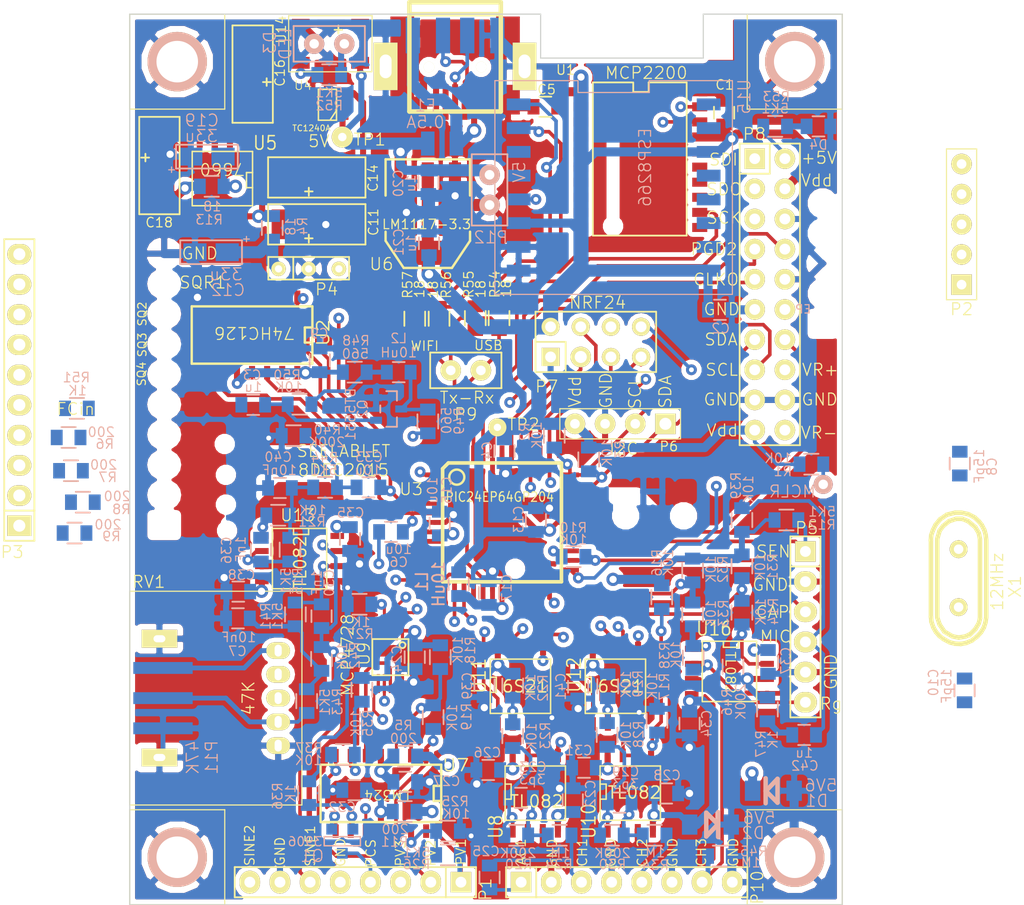
<source format=kicad_pcb>
(kicad_pcb (version 4) (host pcbnew 4.0.4+e1-6308~48~ubuntu15.04.1-stable)
  (layers (0 F.Cu-L1 signal) (1 L2-GND signal) (2 L3-PWR signal hide) (31 B.Cu-L4 signal) (34 B.Paste user) (35 F.Paste user) (36 B.SilkS user) (37 F.SilkS user) (38 B.Mask user) (39 F.Mask user) (44 Edge.Cuts user))
  (net 0 "")
  (net 1 GND)
  (net 2 +5V)
  (net 3 Vdd)
  (net 4 "Net-(C14-Pad1)")
  (net 5 AVdd)
  (net 6 "Net-(C16-Pad2)")
  (net 7 V+)
  (net 8 V-)
  (net 9 /D-)
  (net 10 VUSB)
  (net 11 /MCLR)
  (net 12 CS.E2)
  (net 13 SCK)
  (net 14 /SEN)
  (net 15 SCL)
  (net 16 SDA)
  (net 17 /TxD)
  (net 18 /RxD)
  (net 19 SDO)
  (net 20 /ID1)
  (net 21 /ID2)
  (net 22 /ID3)
  (net 23 /ID4)
  (net 24 SDI)
  (net 25 "Net-(Q1-Pad1)")
  (net 26 PVS2)
  (net 27 PVS1)
  (net 28 /SQR2)
  (net 29 /SQR1)
  (net 30 PVS3)
  (net 31 "Net-(Q1-Pad2)")
  (net 32 PCS)
  (net 33 /SQR4)
  (net 34 /SQR3)
  (net 35 /CAP)
  (net 36 CS.E1)
  (net 37 "Net-(R25-Pad2)")
  (net 38 "Net-(R28-Pad2)")
  (net 39 /ETxD)
  (net 40 /ERxD)
  (net 41 /MTxD)
  (net 42 /MRxD)
  (net 43 "Net-(C11-Pad1)")
  (net 44 "Net-(C14-Pad2)")
  (net 45 "Net-(C15-Pad1)")
  (net 46 "Net-(C16-Pad1)")
  (net 47 "Net-(C18-Pad2)")
  (net 48 VR-)
  (net 49 "Net-(C23-Pad1)")
  (net 50 "Net-(C23-Pad2)")
  (net 51 VR+)
  (net 52 "Net-(C29-Pad1)")
  (net 53 "Net-(C29-Pad2)")
  (net 54 RP41)
  (net 55 "Net-(R6-Pad2)")
  (net 56 "Net-(R7-Pad2)")
  (net 57 "Net-(R8-Pad2)")
  (net 58 "Net-(R9-Pad2)")
  (net 59 "Net-(R16-Pad1)")
  (net 60 "Net-(R18-Pad2)")
  (net 61 "Net-(R19-Pad2)")
  (net 62 "Net-(R27-Pad1)")
  (net 63 "Net-(R35-Pad2)")
  (net 64 "Net-(U2-Pad2)")
  (net 65 "Net-(U2-Pad5)")
  (net 66 CH1out)
  (net 67 CH2out)
  (net 68 CH3out)
  (net 69 "Net-(R46-Pad1)")
  (net 70 AN8)
  (net 71 MIC)
  (net 72 "Net-(C10-Pad2)")
  (net 73 MICout)
  (net 74 "/I/O Processing/DAC1")
  (net 75 "/I/O Processing/DAC2")
  (net 76 "/I/O Processing/DAC4")
  (net 77 "Net-(C6-Pad2)")
  (net 78 "Net-(C7-Pad1)")
  (net 79 "Net-(C30-Pad2)")
  (net 80 "Net-(C40-Pad1)")
  (net 81 SQ4)
  (net 82 /D+)
  (net 83 PGC2)
  (net 84 CH1)
  (net 85 ACH1)
  (net 86 CH2)
  (net 87 CH3)
  (net 88 "Net-(R22-Pad1)")
  (net 89 "Net-(R33-Pad2)")
  (net 90 "Net-(U11-Pad3)")
  (net 91 CS.CH2)
  (net 92 CS.CH1)
  (net 93 "Net-(R14-Pad2)")
  (net 94 PGD2)
  (net 95 AN4)
  (net 96 12MHz)
  (net 97 "Net-(C33-Pad2)")
  (net 98 "Net-(C36-Pad2)")
  (net 99 SINE1)
  (net 100 SQ3)
  (net 101 SINE2)
  (net 102 "Net-(C42-Pad1)")
  (net 103 "Net-(L2-Pad1)")
  (net 104 "Net-(L2-Pad2)")
  (net 105 "Net-(R10-Pad2)")
  (net 106 "Net-(R49-Pad1)")
  (net 107 /FCin)
  (net 108 "Net-(U10-Pad6)")
  (net 109 RP147)
  (net 110 /ESPROG)
  (net 111 "Net-(D3-Pad2)")
  (net 112 "Net-(D4-Pad2)")
  (net 113 "Net-(P11-Pad2)")
  (net 114 CH3.GAIN)
  (net 115 "Net-(C3-Pad1)")
  (net 116 "Net-(C3-Pad2)")
  (net 117 "Net-(RV1-Pad3)")
  (net 118 "Net-(RV1-Pad4)")
  (net 119 "Net-(U1-Pad3)")
  (net 120 "Net-(U1-Pad4)")
  (net 121 "Net-(U1-Pad5)")
  (net 122 "Net-(U1-Pad6)")
  (net 123 "Net-(U1-Pad7)")
  (net 124 "Net-(U1-Pad8)")
  (net 125 "Net-(U1-Pad9)")
  (net 126 "Net-(U1-Pad16)")
  (net 127 "Net-(U1-Pad15)")
  (net 128 "Net-(U1-Pad14)")
  (net 129 "Net-(U1-Pad13)")
  (net 130 "Net-(U1-Pad11)")
  (net 131 "Net-(U5-Pad7)")
  (net 132 "Net-(U5-Pad6)")
  (net 133 "Net-(U5-Pad1)")
  (net 134 "Net-(U9-Pad5)")
  (net 135 "Net-(U14-Pad2)")
  (net 136 "Net-(U15-Pad14)")
  (net 137 "Net-(U15-Pad13)")
  (net 138 "Net-(U15-Pad7)")
  (net 139 "Net-(U15-Pad6)")
  (net 140 "Net-(U15-Pad5)")
  (net 141 "Net-(U15-Pad4)")
  (net 142 "Net-(U15-Pad2)")
  (net 143 "Net-(U15-Pad1)")
  (net 144 "Net-(X1-Pad1)")
  (net 145 "Net-(X1-Pad2)")
  (module MyLib:C_0805 (layer F.Cu-L1) (at 155.15 34.7 90)
    (fp_text reference C1 (at 2.35 0.05 180) (layer F.SilkS) (effects (font (size 0.8 0.8) (thickness 0.1))))
    (fp_text value 0.1u hide)
    (pad 1 smd rect (at -1 0 90) (size 1 1.3) (layers F.Cu-L1 F.Paste F.Mask) (net 3 Vdd))
    (pad 2 smd rect (at 1 0 90) (size 1 1.3) (layers F.Cu-L1 F.Paste F.Mask) (net 1 GND))
  )
  (module MyLib:C_0805 (layer B.Cu-L4) (at 154.8 51.3 180)
    (fp_text reference C2 (at -0.06 -1.57 360) (layer B.SilkS) (effects (font (size 0.8 0.8) (thickness 0.1)) (justify mirror)))
    (fp_text value 0.1u hide)
    (pad 1 smd rect (at -1 0 180) (size 1 1.3) (layers B.Cu-L4 B.Paste B.Mask) (net 1 GND))
    (pad 2 smd rect (at 1 0 180) (size 1 1.3) (layers B.Cu-L4 B.Paste B.Mask) (net 3 Vdd))
  )
  (module MyLib:C_0805 (layer B.Cu-L4) (at 115.5 59.3 180)
    (fp_text reference C3 (at 0.1 2.5 180) (layer B.SilkS) (effects (font (size 0.8 0.8) (thickness 0.1)) (justify mirror)))
    (fp_text value 1u (at 0 1.5 180) (layer B.SilkS) (effects (font (size 0.8 0.8) (thickness 0.1)) (justify mirror)))
    (pad 1 smd rect (at -1 0 180) (size 1 1.3) (layers B.Cu-L4 B.Paste B.Mask) (net 115 "Net-(C3-Pad1)"))
    (pad 2 smd rect (at 1 0 180) (size 1 1.3) (layers B.Cu-L4 B.Paste B.Mask) (net 116 "Net-(C3-Pad2)"))
  )
  (module MyLib:C_0805 (layer B.Cu-L4) (at 136.65 63.2 270)
    (fp_text reference C4 (at -0.05 1.45 270) (layer B.SilkS) (effects (font (size 0.8 0.8) (thickness 0.1)) (justify mirror)))
    (fp_text value 0.1u hide)
    (pad 1 smd rect (at -1 0 270) (size 1 1.3) (layers B.Cu-L4 B.Paste B.Mask) (net 3 Vdd))
    (pad 2 smd rect (at 1 0 270) (size 1 1.3) (layers B.Cu-L4 B.Paste B.Mask) (net 1 GND))
  )
  (module MyLib:C_0805 (layer F.Cu-L1) (at 140.1 34.2 180)
    (fp_text reference C5 (at -0.1 1.45 180) (layer F.SilkS) (effects (font (size 0.8 0.8) (thickness 0.1))))
    (fp_text value 0.1u hide)
    (pad 1 smd rect (at -1 0 180) (size 1 1.3) (layers F.Cu-L1 F.Paste F.Mask) (net 3 Vdd))
    (pad 2 smd rect (at 1 0 180) (size 1 1.3) (layers F.Cu-L1 F.Paste F.Mask) (net 1 GND))
  )
  (module MyLib:C_0805 (layer B.Cu-L4) (at 127.1 70 180)
    (fp_text reference C6 (at -0.65 -2.55 180) (layer B.SilkS) (effects (font (size 0.8 0.8) (thickness 0.1)) (justify mirror)))
    (fp_text value 10u (at -0.65 -1.45 180) (layer B.SilkS) (effects (font (size 0.8 0.8) (thickness 0.1)) (justify mirror)))
    (pad 1 smd rect (at -1 0 180) (size 1 1.3) (layers B.Cu-L4 B.Paste B.Mask) (net 81 SQ4))
    (pad 2 smd rect (at 1 0 180) (size 1 1.3) (layers B.Cu-L4 B.Paste B.Mask) (net 77 "Net-(C6-Pad2)"))
  )
  (module MyLib:C_0805 (layer B.Cu-L4) (at 114.21 77.28 180)
    (fp_text reference C7 (at 0.04 -2.77 180) (layer B.SilkS) (effects (font (size 0.8 0.8) (thickness 0.1)) (justify mirror)))
    (fp_text value 10nF (at -0.07 -1.6 180) (layer B.SilkS) (effects (font (size 0.8 0.8) (thickness 0.1)) (justify mirror)))
    (pad 1 smd rect (at -1 0 180) (size 1 1.3) (layers B.Cu-L4 B.Paste B.Mask) (net 78 "Net-(C7-Pad1)"))
    (pad 2 smd rect (at 1 0 180) (size 1 1.3) (layers B.Cu-L4 B.Paste B.Mask) (net 1 GND))
  )
  (module MyLib:C_0805 (layer B.Cu-L4) (at 175 64.25 270)
    (fp_text reference C8 (at 0.25 -2.71 270) (layer B.SilkS) (effects (font (size 0.8 0.8) (thickness 0.1)) (justify mirror)))
    (fp_text value 15pF (at 0.22 -1.64 270) (layer B.SilkS) (effects (font (size 0.8 0.8) (thickness 0.1)) (justify mirror)))
    (pad 1 smd rect (at -1 0 270) (size 1 1.3) (layers B.Cu-L4 B.Paste B.Mask) (net 1 GND))
    (pad 2 smd rect (at 1 0 270) (size 1 1.3) (layers B.Cu-L4 B.Paste B.Mask) (net 96 12MHz))
  )
  (module MyLib:C_0805 (layer B.Cu-L4) (at 121.1 55.55 270)
    (fp_text reference C9 (at -2.25 0.05 360) (layer B.SilkS) (effects (font (size 0.8 0.8) (thickness 0.1)) (justify mirror)))
    (fp_text value 0.1u hide)
    (pad 1 smd rect (at -1 0 270) (size 1 1.3) (layers B.Cu-L4 B.Paste B.Mask) (net 1 GND))
    (pad 2 smd rect (at 1 0 270) (size 1 1.3) (layers B.Cu-L4 B.Paste B.Mask) (net 2 +5V))
  )
  (module MyLib:C_0805 (layer B.Cu-L4) (at 175.4 83.35 270)
    (fp_text reference C10 (at -0.67 2.62 270) (layer B.SilkS) (effects (font (size 0.8 0.8) (thickness 0.1)) (justify mirror)))
    (fp_text value 15pF (at -0.35 1.52 270) (layer B.SilkS) (effects (font (size 0.8 0.8) (thickness 0.1)) (justify mirror)))
    (pad 1 smd rect (at -1 0 270) (size 1 1.3) (layers B.Cu-L4 B.Paste B.Mask) (net 1 GND))
    (pad 2 smd rect (at 1 0 270) (size 1 1.3) (layers B.Cu-L4 B.Paste B.Mask) (net 72 "Net-(C10-Pad2)"))
  )
  (module MyLib:TantalC_SizeC_EIA-6032_Reflow (layer F.Cu-L1) (at 120.85 44.1)
    (fp_text reference C11 (at 4.77 -0.19 270) (layer F.SilkS) (effects (font (size 0.8 0.8) (thickness 0.1))))
    (fp_text value 100u hide)
    (pad 2 smd rect (at 2.52476 0) (size 2.55016 2.49936) (layers F.Cu-L1 F.Paste F.Mask) (net 1 GND))
    (pad 1 smd rect (at -2.52476 0) (size 2.55016 2.49936) (layers F.Cu-L1 F.Paste F.Mask) (net 43 "Net-(C11-Pad1)"))
  )
  (module MyLib:myTantalC_SizeA (layer B.Cu-L4) (at 111.95 46.45 180)
    (fp_text reference C12 (at -1.42 -3.18 180) (layer B.SilkS) (effects (font (thickness 0.1)) (justify mirror)))
    (fp_text value 33u (at -1.25 -1.86 180) (layer B.SilkS) (effects (font (thickness 0.1)) (justify mirror)))
    (pad 2 smd rect (at 1.3589 0 180) (size 1.95072 1.50114) (layers B.Cu-L4 B.Paste B.Mask) (net 1 GND))
    (pad 1 smd rect (at -1.3589 0 180) (size 1.95072 1.50114) (layers B.Cu-L4 B.Paste B.Mask) (net 7 V+))
  )
  (module MyLib:C_0805 (layer B.Cu-L4) (at 139.3 69 270)
    (fp_text reference C13 (at -0.05 1.45 450) (layer B.SilkS) (effects (font (size 0.8 0.8) (thickness 0.1)) (justify mirror)))
    (fp_text value 0.1u hide)
    (pad 1 smd rect (at -1 0 270) (size 1 1.3) (layers B.Cu-L4 B.Paste B.Mask) (net 1 GND))
    (pad 2 smd rect (at 1 0 270) (size 1 1.3) (layers B.Cu-L4 B.Paste B.Mask) (net 3 Vdd))
  )
  (module MyLib:TantalC_SizeC_EIA-6032_Reflow (layer F.Cu-L1) (at 120.85 40.15)
    (fp_text reference C14 (at 4.73 0.06 90) (layer F.SilkS) (effects (font (size 0.8 0.8) (thickness 0.1))))
    (fp_text value 100u hide)
    (pad 2 smd rect (at 2.52476 0) (size 2.55016 2.49936) (layers F.Cu-L1 F.Paste F.Mask) (net 44 "Net-(C14-Pad2)"))
    (pad 1 smd rect (at -2.52476 0) (size 2.55016 2.49936) (layers F.Cu-L1 F.Paste F.Mask) (net 4 "Net-(C14-Pad1)"))
  )
  (module MyLib:C_0805 (layer B.Cu-L4) (at 131.2 69.3 90)
    (fp_text reference C15 (at 2.8 0.6 90) (layer B.SilkS) (effects (font (size 0.8 0.8) (thickness 0.1)) (justify mirror)))
    (fp_text value 10u (at 2.8 -0.6 90) (layer B.SilkS) (effects (font (size 0.8 0.8) (thickness 0.1)) (justify mirror)))
    (pad 1 smd rect (at -1 0 90) (size 1 1.3) (layers B.Cu-L4 B.Paste B.Mask) (net 45 "Net-(C15-Pad1)"))
    (pad 2 smd rect (at 1 0 90) (size 1 1.3) (layers B.Cu-L4 B.Paste B.Mask) (net 1 GND))
  )
  (module MyLib:TantalC_SizeC_EIA-6032_Reflow (layer F.Cu-L1) (at 115.45 31.45 90)
    (fp_text reference C16 (at 0.1 2.3 270) (layer F.SilkS) (effects (font (size 0.8 0.8) (thickness 0.1))))
    (fp_text value 100u hide)
    (pad 2 smd rect (at 2.52476 0 90) (size 2.55016 2.49936) (layers F.Cu-L1 F.Paste F.Mask) (net 6 "Net-(C16-Pad2)"))
    (pad 1 smd rect (at -2.52476 0 90) (size 2.55016 2.49936) (layers F.Cu-L1 F.Paste F.Mask) (net 46 "Net-(C16-Pad1)"))
  )
  (module MyLib:C_0805 (layer B.Cu-L4) (at 135.35 75.15 270)
    (fp_text reference C17 (at -0.45 -1.5 270) (layer B.SilkS) (effects (font (size 0.8 0.8) (thickness 0.1)) (justify mirror)))
    (fp_text value 0.1u hide)
    (pad 1 smd rect (at -1 0 270) (size 1 1.3) (layers B.Cu-L4 B.Paste B.Mask) (net 1 GND))
    (pad 2 smd rect (at 1 0 270) (size 1 1.3) (layers B.Cu-L4 B.Paste B.Mask) (net 5 AVdd))
  )
  (module MyLib:TantalC_SizeC_EIA-6032_Reflow (layer F.Cu-L1) (at 107.6 39.15 270)
    (fp_text reference C18 (at 4.8 0.02 540) (layer F.SilkS) (effects (font (size 0.8 0.8) (thickness 0.1))))
    (fp_text value 100u hide)
    (pad 2 smd rect (at 2.52476 0 270) (size 2.55016 2.49936) (layers F.Cu-L1 F.Paste F.Mask) (net 47 "Net-(C18-Pad2)"))
    (pad 1 smd rect (at -2.52476 0 270) (size 2.55016 2.49936) (layers F.Cu-L1 F.Paste F.Mask) (net 1 GND))
  )
  (module MyLib:myTantalC_SizeA (layer B.Cu-L4) (at 111.6 38.4)
    (fp_text reference C19 (at -0.43 -3.05) (layer B.SilkS) (effects (font (thickness 0.1)) (justify mirror)))
    (fp_text value 33u (at -0.48 -1.74) (layer B.SilkS) (effects (font (thickness 0.1)) (justify mirror)))
    (pad 2 smd rect (at 1.3589 0) (size 1.95072 1.50114) (layers B.Cu-L4 B.Paste B.Mask) (net 8 V-))
    (pad 1 smd rect (at -1.3589 0) (size 1.95072 1.50114) (layers B.Cu-L4 B.Paste B.Mask) (net 1 GND))
  )
  (module MyLib:C_0805 (layer B.Cu-L4) (at 130.25 40.55 90)
    (fp_text reference C20 (at -0.1 -2.53 90) (layer B.SilkS) (effects (font (size 0.8 0.8) (thickness 0.1)) (justify mirror)))
    (fp_text value 1u (at -0.1 -1.5 90) (layer B.SilkS) (effects (font (size 0.8 0.8) (thickness 0.1)) (justify mirror)))
    (pad 1 smd rect (at -1 0 90) (size 1 1.3) (layers B.Cu-L4 B.Paste B.Mask) (net 1 GND))
    (pad 2 smd rect (at 1 0 90) (size 1 1.3) (layers B.Cu-L4 B.Paste B.Mask) (net 2 +5V))
  )
  (module MyLib:C_0805 (layer B.Cu-L4) (at 130.3 45.7 90)
    (fp_text reference C21 (at 0.1 -2.55 90) (layer B.SilkS) (effects (font (size 0.8 0.8) (thickness 0.1)) (justify mirror)))
    (fp_text value 1u (at 0 -1.5 90) (layer B.SilkS) (effects (font (size 0.8 0.8) (thickness 0.1)) (justify mirror)))
    (pad 1 smd rect (at -1 0 90) (size 1 1.3) (layers B.Cu-L4 B.Paste B.Mask) (net 3 Vdd))
    (pad 2 smd rect (at 1 0 90) (size 1 1.3) (layers B.Cu-L4 B.Paste B.Mask) (net 1 GND))
  )
  (module MyLib:C_0805 (layer B.Cu-L4) (at 142.41 92.59 270)
    (fp_text reference C22 (at -0.55 -1.5 270) (layer B.SilkS) (effects (font (size 0.8 0.8) (thickness 0.1)) (justify mirror)))
    (fp_text value 0.1u hide)
    (pad 1 smd rect (at -1 0 270) (size 1 1.3) (layers B.Cu-L4 B.Paste B.Mask) (net 1 GND))
    (pad 2 smd rect (at 1 0 270) (size 1 1.3) (layers B.Cu-L4 B.Paste B.Mask) (net 48 VR-))
  )
  (module MyLib:C_0805 (layer B.Cu-L4) (at 138.05 92.4)
    (fp_text reference C23 (at 1 -2.6) (layer B.SilkS) (effects (font (size 0.8 0.8) (thickness 0.1)) (justify mirror)))
    (fp_text value 3p3 (at 0.95 -1.55) (layer B.SilkS) (effects (font (size 0.8 0.8) (thickness 0.1)) (justify mirror)))
    (pad 1 smd rect (at -1 0) (size 1 1.3) (layers B.Cu-L4 B.Paste B.Mask) (net 49 "Net-(C23-Pad1)"))
    (pad 2 smd rect (at 1 0) (size 1 1.3) (layers B.Cu-L4 B.Paste B.Mask) (net 50 "Net-(C23-Pad2)"))
  )
  (module MyLib:C_0805 (layer B.Cu-L4) (at 129.1 80.55 90)
    (fp_text reference C24 (at -0.15 -1.5 90) (layer B.SilkS) (effects (font (size 0.8 0.8) (thickness 0.1)) (justify mirror)))
    (fp_text value 0.1u hide)
    (pad 1 smd rect (at -1 0 90) (size 1 1.3) (layers B.Cu-L4 B.Paste B.Mask) (net 1 GND))
    (pad 2 smd rect (at 1 0 90) (size 1 1.3) (layers B.Cu-L4 B.Paste B.Mask) (net 5 AVdd))
  )
  (module MyLib:C_0805 (layer B.Cu-L4) (at 135.4 99.1 270)
    (fp_text reference C25 (at -2.2 0.3 360) (layer B.SilkS) (effects (font (size 0.8 0.8) (thickness 0.1)) (justify mirror)))
    (fp_text value 0.1u hide)
    (pad 1 smd rect (at -1 0 270) (size 1 1.3) (layers B.Cu-L4 B.Paste B.Mask) (net 84 CH1))
    (pad 2 smd rect (at 1 0 270) (size 1 1.3) (layers B.Cu-L4 B.Paste B.Mask) (net 85 ACH1))
  )
  (module MyLib:C_0805 (layer B.Cu-L4) (at 135.29 90.05)
    (fp_text reference C26 (at -0.07 -1.46) (layer B.SilkS) (effects (font (size 0.8 0.8) (thickness 0.1)) (justify mirror)))
    (fp_text value 0.1u hide)
    (pad 1 smd rect (at -1 0) (size 1 1.3) (layers B.Cu-L4 B.Paste B.Mask) (net 1 GND))
    (pad 2 smd rect (at 1 0) (size 1 1.3) (layers B.Cu-L4 B.Paste B.Mask) (net 51 VR+))
  )
  (module MyLib:C_0805 (layer B.Cu-L4) (at 128.3 91.05)
    (fp_text reference C27 (at 3.48 -0.06) (layer B.SilkS) (effects (font (size 0.8 0.8) (thickness 0.1)) (justify mirror)))
    (fp_text value 0.1u hide)
    (pad 1 smd rect (at -1 0) (size 1 1.3) (layers B.Cu-L4 B.Paste B.Mask) (net 7 V+))
    (pad 2 smd rect (at 1 0) (size 1 1.3) (layers B.Cu-L4 B.Paste B.Mask) (net 1 GND))
  )
  (module MyLib:C_0805 (layer B.Cu-L4) (at 150.28 92.03 180)
    (fp_text reference C28 (at -0.07 1.53 180) (layer B.SilkS) (effects (font (size 0.8 0.8) (thickness 0.1)) (justify mirror)))
    (fp_text value 0.1u hide)
    (pad 1 smd rect (at -1 0 180) (size 1 1.3) (layers B.Cu-L4 B.Paste B.Mask) (net 1 GND))
    (pad 2 smd rect (at 1 0 180) (size 1 1.3) (layers B.Cu-L4 B.Paste B.Mask) (net 48 VR-))
  )
  (module MyLib:C_0805 (layer B.Cu-L4) (at 146.35 92.8)
    (fp_text reference C29 (at 0.5 -2.62) (layer B.SilkS) (effects (font (size 0.8 0.8) (thickness 0.1)) (justify mirror)))
    (fp_text value 3p3 (at 0.5 -1.57) (layer B.SilkS) (effects (font (size 0.8 0.8) (thickness 0.1)) (justify mirror)))
    (pad 1 smd rect (at -1 0) (size 1 1.3) (layers B.Cu-L4 B.Paste B.Mask) (net 52 "Net-(C29-Pad1)"))
    (pad 2 smd rect (at 1 0) (size 1 1.3) (layers B.Cu-L4 B.Paste B.Mask) (net 53 "Net-(C29-Pad2)"))
  )
  (module MyLib:C_0805 (layer B.Cu-L4) (at 143.35 89.86)
    (fp_text reference C31 (at -0.44 -1.45) (layer B.SilkS) (effects (font (size 0.8 0.8) (thickness 0.1)) (justify mirror)))
    (fp_text value 0.1u hide)
    (pad 1 smd rect (at -1 0) (size 1 1.3) (layers B.Cu-L4 B.Paste B.Mask) (net 1 GND))
    (pad 2 smd rect (at 1 0) (size 1 1.3) (layers B.Cu-L4 B.Paste B.Mask) (net 51 VR+))
  )
  (module MyLib:C_0805 (layer B.Cu-L4) (at 124 91.75 180)
    (fp_text reference C32 (at 1.01 -1.43 360) (layer B.SilkS) (effects (font (size 0.8 0.8) (thickness 0.1)) (justify mirror)))
    (fp_text value 0.1u hide)
    (pad 1 smd rect (at -1 0 180) (size 1 1.3) (layers B.Cu-L4 B.Paste B.Mask) (net 8 V-))
    (pad 2 smd rect (at 1 0 180) (size 1 1.3) (layers B.Cu-L4 B.Paste B.Mask) (net 1 GND))
  )
  (module MyLib:C_0805 (layer B.Cu-L4) (at 152.24 86.14 90)
    (fp_text reference C34 (at 0 1.45 90) (layer B.SilkS) (effects (font (size 0.8 0.8) (thickness 0.1)) (justify mirror)))
    (fp_text value 0.1u hide)
    (pad 1 smd rect (at -1 0 90) (size 1 1.3) (layers B.Cu-L4 B.Paste B.Mask) (net 1 GND))
    (pad 2 smd rect (at 1 0 90) (size 1 1.3) (layers B.Cu-L4 B.Paste B.Mask) (net 48 VR-))
  )
  (module MyLib:C_0805 (layer B.Cu-L4) (at 123.65 70.6 90)
    (fp_text reference C35 (at 2.2 0.05 360) (layer B.SilkS) (effects (font (size 0.8 0.8) (thickness 0.1)) (justify mirror)))
    (fp_text value 0.1u hide)
    (pad 1 smd rect (at -1 0 90) (size 1 1.3) (layers B.Cu-L4 B.Paste B.Mask) (net 1 GND))
    (pad 2 smd rect (at 1 0 90) (size 1 1.3) (layers B.Cu-L4 B.Paste B.Mask) (net 7 V+))
  )
  (module DIODE:Diode-MiniMELF_Standard (layer B.Cu-L4) (at 159.3 91.8 180)
    (fp_text reference D1 (at -3.65 -0.85 180) (layer B.SilkS) (effects (font (thickness 0.1)) (justify mirror)))
    (fp_text value 5V6 (at -4 0.45 180) (layer B.SilkS) (effects (font (thickness 0.1)) (justify mirror)))
    (pad 1 smd rect (at -1.75006 0 180) (size 1.30048 1.69926) (layers B.Cu-L4 B.Paste B.Mask) (net 1 GND))
    (pad 2 smd rect (at 1.75006 0 180) (size 1.30048 1.69926) (layers B.Cu-L4 B.Paste B.Mask) (net 51 VR+))
  )
  (module DIODE:Diode-MiniMELF_Standard (layer B.Cu-L4) (at 154 94.65)
    (fp_text reference D2 (at 3.6 0.7) (layer B.SilkS) (effects (font (thickness 0.1)) (justify mirror)))
    (fp_text value 5V6 (at 4.1 -0.55) (layer B.SilkS) (effects (font (thickness 0.1)) (justify mirror)))
    (pad 1 smd rect (at -1.75006 0) (size 1.30048 1.69926) (layers B.Cu-L4 B.Paste B.Mask) (net 48 VR-))
    (pad 2 smd rect (at 1.75006 0) (size 1.30048 1.69926) (layers B.Cu-L4 B.Paste B.Mask) (net 1 GND))
  )
  (module MyLib:Fuse_SMD1206_Reflow (layer B.Cu-L4) (at 131.4 37.3 180)
    (fp_text reference F1 (at 1.4 3.2 180) (layer B.SilkS) (effects (font (thickness 0.1)) (justify mirror)))
    (fp_text value 0.5A (at 1.4 1.8 180) (layer B.SilkS) (effects (font (thickness 0.1)) (justify mirror)))
    (pad 1 smd rect (at -1.20396 0 90) (size 2.02946 1.14046) (layers B.Cu-L4 B.Paste B.Mask) (net 10 VUSB))
    (pad 2 smd rect (at 1.20396 0 90) (size 2.02946 1.14046) (layers B.Cu-L4 B.Paste B.Mask) (net 2 +5V))
  )
  (module MyLib:MountingHole-clear (layer F.Cu-L1) (at 109.1 30.4)
    (fp_text reference MH1 hide)
    (fp_text value M hide)
    (pad 1 thru_hole circle (at 0 0) (size 5 5) (drill 3.5) (layers *.Cu *.SilkS *.Mask) (net 1 GND))
  )
  (module MyLib:MountingHole-clear (layer F.Cu-L1) (at 161.1 97.4)
    (fp_text reference MH2 hide)
    (fp_text value M hide)
    (pad 1 thru_hole circle (at 0 0) (size 5 5) (drill 3.5) (layers *.Cu *.SilkS *.Mask) (net 1 GND))
  )
  (module MyLib:MountingHole-clear (layer F.Cu-L1) (at 109.1 97.4)
    (fp_text reference MH3 hide)
    (fp_text value M hide)
    (pad 1 thru_hole circle (at 0 0) (size 5 5) (drill 3.5) (layers *.Cu *.SilkS *.Mask) (net 1 GND))
  )
  (module MyLib:MountingHole-clear (layer F.Cu-L1) (at 161.1 30.4)
    (fp_text reference MH4 hide)
    (fp_text value M hide)
    (pad 1 thru_hole circle (at 0 0) (size 5 5) (drill 3.5) (layers *.Cu *.SilkS *.Mask) (net 1 GND))
  )
  (module MyLib:myPin_Header_Straight_1x05-no3D (layer F.Cu-L1) (at 175.15 44.1 90)
    (fp_text reference P2 (at -7.15 0 180) (layer F.SilkS) (effects (font (thickness 0.1))))
    (fp_text value PROG hide)
    (pad 1 thru_hole rect (at -5.08 0 90) (size 1.7272 1.7272) (drill 0.8128) (layers *.Cu *.Mask F.SilkS) (net 11 /MCLR))
    (pad 2 thru_hole circle (at -2.54 0 90) (size 1.7272 1.7272) (drill 0.8128) (layers *.Cu *.Mask F.SilkS) (net 3 Vdd))
    (pad 3 thru_hole circle (at 0 0 90) (size 1.7272 1.7272) (drill 0.8128) (layers *.Cu *.Mask F.SilkS) (net 1 GND))
    (pad 4 thru_hole circle (at 2.54 0 90) (size 1.7272 1.7272) (drill 0.8128) (layers *.Cu *.Mask F.SilkS) (net 94 PGD2))
    (pad 5 thru_hole circle (at 5.08 0 90) (size 1.7272 1.7272) (drill 0.8128) (layers *.Cu *.Mask F.SilkS) (net 83 PGC2))
  )
  (module Headers:Pin_Header_Straight_1x10 (layer F.Cu-L1) (at 95.8 58.05 90)
    (fp_text reference P3 (at -13.65 -0.6 180) (layer F.SilkS) (effects (font (thickness 0.1))))
    (fp_text value DIO hide)
    (pad 1 thru_hole rect (at -11.43 0 90) (size 1.7272 2.032) (drill 1.016) (layers *.Cu *.Mask F.SilkS) (net 23 /ID4))
    (pad 2 thru_hole oval (at -8.89 0 90) (size 1.7272 2.032) (drill 1.016) (layers *.Cu *.Mask F.SilkS) (net 22 /ID3))
    (pad 3 thru_hole oval (at -6.35 0 90) (size 1.7272 2.032) (drill 1.016) (layers *.Cu *.Mask F.SilkS) (net 21 /ID2))
    (pad 4 thru_hole oval (at -3.81 0 90) (size 1.7272 2.032) (drill 1.016) (layers *.Cu *.Mask F.SilkS) (net 20 /ID1))
    (pad 5 thru_hole oval (at -1.27 0 90) (size 1.7272 2.032) (drill 1.016) (layers *.Cu *.Mask F.SilkS) (net 107 /FCin))
    (pad 6 thru_hole oval (at 1.27 0 90) (size 1.7272 2.032) (drill 1.016) (layers *.Cu *.Mask F.SilkS) (net 33 /SQR4))
    (pad 7 thru_hole oval (at 3.81 0 90) (size 1.7272 2.032) (drill 1.016) (layers *.Cu *.Mask F.SilkS) (net 34 /SQR3))
    (pad 8 thru_hole oval (at 6.35 0 90) (size 1.7272 2.032) (drill 1.016) (layers *.Cu *.Mask F.SilkS) (net 28 /SQR2))
    (pad 9 thru_hole oval (at 8.89 0 90) (size 1.7272 2.032) (drill 1.016) (layers *.Cu *.Mask F.SilkS) (net 29 /SQR1))
    (pad 10 thru_hole oval (at 11.43 0 90) (size 1.7272 2.032) (drill 1.016) (layers *.Cu *.Mask F.SilkS) (net 1 GND))
  )
  (module MyLib:SOT-23-EBC (layer B.Cu-L4) (at 123 96.05 180)
    (fp_text reference Q1 (at 2.54 -1.24 180) (layer B.SilkS) (effects (font (thickness 0.1)) (justify mirror)))
    (fp_text value 3906 (at 3.14 -0.03 180) (layer B.SilkS) (effects (font (size 0.762 0.762) (thickness 0.1)) (justify mirror)))
    (pad 1 smd rect (at -0.889 1.016 180) (size 0.9144 0.9144) (layers B.Cu-L4 B.Paste B.Mask) (net 25 "Net-(Q1-Pad1)"))
    (pad 2 smd rect (at 0.889 1.016 180) (size 0.9144 0.9144) (layers B.Cu-L4 B.Paste B.Mask) (net 31 "Net-(Q1-Pad2)"))
    (pad 3 smd rect (at 0 -1.016 180) (size 0.9144 0.9144) (layers B.Cu-L4 B.Paste B.Mask) (net 32 PCS))
  )
  (module MyLib:R_0805 (layer B.Cu-L4) (at 162.5 64.3)
    (fp_text reference R1 (at -2.4 0.6) (layer B.SilkS) (effects (font (size 0.8 0.8) (thickness 0.1)) (justify mirror)))
    (fp_text value 10K (at -2.8 -0.5) (layer B.SilkS) (effects (font (size 0.8 0.8) (thickness 0.1)) (justify mirror)))
    (pad 1 smd rect (at -1 0) (size 1 1.3) (layers B.Cu-L4 B.Paste B.Mask) (net 3 Vdd))
    (pad 2 smd rect (at 1 0) (size 1 1.3) (layers B.Cu-L4 B.Paste B.Mask) (net 11 /MCLR))
  )
  (module MyLib:R_0805 (layer B.Cu-L4) (at 140.85 61.9 90)
    (fp_text reference R2 (at 0.32 -2.49 90) (layer B.SilkS) (effects (font (size 0.8 0.8) (thickness 0.1)) (justify mirror)))
    (fp_text value 10K (at 0.04 -1.47 90) (layer B.SilkS) (effects (font (size 0.8 0.8) (thickness 0.1)) (justify mirror)))
    (pad 1 smd rect (at -1 0 90) (size 1 1.3) (layers B.Cu-L4 B.Paste B.Mask) (net 15 SCL))
    (pad 2 smd rect (at 1 0 90) (size 1 1.3) (layers B.Cu-L4 B.Paste B.Mask) (net 3 Vdd))
  )
  (module MyLib:R_0805 (layer B.Cu-L4) (at 143.75 63.9 90)
    (fp_text reference R3 (at 0.85 2.65 90) (layer B.SilkS) (effects (font (size 0.8 0.8) (thickness 0.1)) (justify mirror)))
    (fp_text value 10K (at 0.55 1.55 90) (layer B.SilkS) (effects (font (size 0.8 0.8) (thickness 0.1)) (justify mirror)))
    (pad 1 smd rect (at -1 0 90) (size 1 1.3) (layers B.Cu-L4 B.Paste B.Mask) (net 16 SDA))
    (pad 2 smd rect (at 1 0 90) (size 1 1.3) (layers B.Cu-L4 B.Paste B.Mask) (net 3 Vdd))
  )
  (module MyLib:R_0805 (layer B.Cu-L4) (at 117.1 44.4 90)
    (fp_text reference R4 (at 0.15 2.55 90) (layer B.SilkS) (effects (font (size 0.8 0.8) (thickness 0.1)) (justify mirror)))
    (fp_text value 18 (at 0.1 1.55 90) (layer B.SilkS) (effects (font (size 0.8 0.8) (thickness 0.1)) (justify mirror)))
    (pad 1 smd rect (at -1 0 90) (size 1 1.3) (layers B.Cu-L4 B.Paste B.Mask) (net 7 V+))
    (pad 2 smd rect (at 1 0 90) (size 1 1.3) (layers B.Cu-L4 B.Paste B.Mask) (net 43 "Net-(C11-Pad1)"))
  )
  (module MyLib:R_0805 (layer B.Cu-L4) (at 128.3 88.9 180)
    (fp_text reference R5 (at 0.15 2.6 180) (layer B.SilkS) (effects (font (size 0.8 0.8) (thickness 0.1)) (justify mirror)))
    (fp_text value 200 (at 0.15 1.5 180) (layer B.SilkS) (effects (font (size 0.8 0.8) (thickness 0.1)) (justify mirror)))
    (pad 1 smd rect (at -1 0 180) (size 1 1.3) (layers B.Cu-L4 B.Paste B.Mask) (net 51 VR+))
    (pad 2 smd rect (at 1 0 180) (size 1 1.3) (layers B.Cu-L4 B.Paste B.Mask) (net 7 V+))
  )
  (module MyLib:R_0805 (layer B.Cu-L4) (at 99.95 62.05)
    (fp_text reference R6 (at 3.05 0.55) (layer B.SilkS) (effects (font (size 0.8 0.8) (thickness 0.1)) (justify mirror)))
    (fp_text value 200 (at 2.75 -0.45) (layer B.SilkS) (effects (font (size 0.8 0.8) (thickness 0.1)) (justify mirror)))
    (pad 1 smd rect (at -1 0) (size 1 1.3) (layers B.Cu-L4 B.Paste B.Mask) (net 20 /ID1))
    (pad 2 smd rect (at 1 0) (size 1 1.3) (layers B.Cu-L4 B.Paste B.Mask) (net 55 "Net-(R6-Pad2)"))
  )
  (module MyLib:R_0805 (layer B.Cu-L4) (at 100.15 64.85)
    (fp_text reference R7 (at 3.1 0.55) (layer B.SilkS) (effects (font (size 0.8 0.8) (thickness 0.1)) (justify mirror)))
    (fp_text value 200 (at 2.75 -0.5) (layer B.SilkS) (effects (font (size 0.8 0.8) (thickness 0.1)) (justify mirror)))
    (pad 1 smd rect (at -1 0) (size 1 1.3) (layers B.Cu-L4 B.Paste B.Mask) (net 21 /ID2))
    (pad 2 smd rect (at 1 0) (size 1 1.3) (layers B.Cu-L4 B.Paste B.Mask) (net 56 "Net-(R7-Pad2)"))
  )
  (module MyLib:R_0805 (layer B.Cu-L4) (at 101.15 67.5)
    (fp_text reference R8 (at 3.25 0.6) (layer B.SilkS) (effects (font (size 0.8 0.8) (thickness 0.1)) (justify mirror)))
    (fp_text value 200 (at 2.9 -0.5) (layer B.SilkS) (effects (font (size 0.8 0.8) (thickness 0.1)) (justify mirror)))
    (pad 1 smd rect (at -1 0) (size 1 1.3) (layers B.Cu-L4 B.Paste B.Mask) (net 22 /ID3))
    (pad 2 smd rect (at 1 0) (size 1 1.3) (layers B.Cu-L4 B.Paste B.Mask) (net 57 "Net-(R8-Pad2)"))
  )
  (module MyLib:R_0805 (layer B.Cu-L4) (at 142.47 72.09 180)
    (fp_text reference R10 (at 0.01 2.44 180) (layer B.SilkS) (effects (font (size 0.8 0.8) (thickness 0.1)) (justify mirror)))
    (fp_text value 10K (at 0.01 1.44 180) (layer B.SilkS) (effects (font (size 0.8 0.8) (thickness 0.1)) (justify mirror)))
    (pad 1 smd rect (at -1 0 180) (size 1 1.3) (layers B.Cu-L4 B.Paste B.Mask) (net 35 /CAP))
    (pad 2 smd rect (at 1 0 180) (size 1 1.3) (layers B.Cu-L4 B.Paste B.Mask) (net 105 "Net-(R10-Pad2)"))
  )
  (module MyLib:R_0805 (layer B.Cu-L4) (at 128.25 93.55 180)
    (fp_text reference R11 (at 0.85 -2.55 180) (layer B.SilkS) (effects (font (size 0.8 0.8) (thickness 0.1)) (justify mirror)))
    (fp_text value 200 (at 0.8 -1.5 180) (layer B.SilkS) (effects (font (size 0.8 0.8) (thickness 0.1)) (justify mirror)))
    (pad 1 smd rect (at -1 0 180) (size 1 1.3) (layers B.Cu-L4 B.Paste B.Mask) (net 48 VR-))
    (pad 2 smd rect (at 1 0 180) (size 1 1.3) (layers B.Cu-L4 B.Paste B.Mask) (net 8 V-))
  )
  (module MyLib:R_0805 (layer B.Cu-L4) (at 160.4 69 180)
    (fp_text reference R12 (at -3 -0.4 180) (layer B.SilkS) (effects (font (size 0.8 0.8) (thickness 0.1)) (justify mirror)))
    (fp_text value 5K1 (at -3 0.7 180) (layer B.SilkS) (effects (font (size 0.8 0.8) (thickness 0.1)) (justify mirror)))
    (pad 1 smd rect (at -1 0 180) (size 1 1.3) (layers B.Cu-L4 B.Paste B.Mask) (net 14 /SEN))
    (pad 2 smd rect (at 1 0 180) (size 1 1.3) (layers B.Cu-L4 B.Paste B.Mask) (net 5 AVdd))
  )
  (module MyLib:R_0805 (layer B.Cu-L4) (at 112 40.9 180)
    (fp_text reference R13 (at 0.21 -2.81 180) (layer B.SilkS) (effects (font (size 0.8 0.8) (thickness 0.1)) (justify mirror)))
    (fp_text value 18 (at -0.05 -1.7 180) (layer B.SilkS) (effects (font (size 0.8 0.8) (thickness 0.1)) (justify mirror)))
    (pad 1 smd rect (at -1 0 180) (size 1 1.3) (layers B.Cu-L4 B.Paste B.Mask) (net 8 V-))
    (pad 2 smd rect (at 1 0 180) (size 1 1.3) (layers B.Cu-L4 B.Paste B.Mask) (net 47 "Net-(C18-Pad2)"))
  )
  (module MyLib:R_0805 (layer B.Cu-L4) (at 149.9 75.5 90)
    (fp_text reference R16 (at 2.9 -0.4 90) (layer B.SilkS) (effects (font (size 0.8 0.8) (thickness 0.1)) (justify mirror)))
    (fp_text value 10K (at 2.9 0.55 90) (layer B.SilkS) (effects (font (size 0.8 0.8) (thickness 0.1)) (justify mirror)))
    (pad 1 smd rect (at -1 0 90) (size 1 1.3) (layers B.Cu-L4 B.Paste B.Mask) (net 59 "Net-(R16-Pad1)"))
    (pad 2 smd rect (at 1 0 90) (size 1 1.3) (layers B.Cu-L4 B.Paste B.Mask) (net 5 AVdd))
  )
  (module MyLib:R_0805 (layer B.Cu-L4) (at 149.5 85.9 90)
    (fp_text reference R17 (at 2.87 0.62 90) (layer B.SilkS) (effects (font (size 0.8 0.8) (thickness 0.1)) (justify mirror)))
    (fp_text value 10K (at 2.91 -0.39 90) (layer B.SilkS) (effects (font (size 0.8 0.8) (thickness 0.1)) (justify mirror)))
    (pad 1 smd rect (at -1 0 90) (size 1 1.3) (layers B.Cu-L4 B.Paste B.Mask) (net 59 "Net-(R16-Pad1)"))
    (pad 2 smd rect (at 1 0 90) (size 1 1.3) (layers B.Cu-L4 B.Paste B.Mask) (net 1 GND))
  )
  (module MyLib:R_0805 (layer B.Cu-L4) (at 131.25 80.55 270)
    (fp_text reference R18 (at -0.59 -2.53 270) (layer B.SilkS) (effects (font (size 0.8 0.8) (thickness 0.1)) (justify mirror)))
    (fp_text value 10K (at -0.6 -1.48 270) (layer B.SilkS) (effects (font (size 0.8 0.8) (thickness 0.1)) (justify mirror)))
    (pad 1 smd rect (at -1 0 270) (size 1 1.3) (layers B.Cu-L4 B.Paste B.Mask) (net 5 AVdd))
    (pad 2 smd rect (at 1 0 270) (size 1 1.3) (layers B.Cu-L4 B.Paste B.Mask) (net 60 "Net-(R18-Pad2)"))
  )
  (module MyLib:R_0805 (layer B.Cu-L4) (at 130.65 85.6 270)
    (fp_text reference R19 (at -0.04 -2.81 270) (layer B.SilkS) (effects (font (size 0.8 0.8) (thickness 0.1)) (justify mirror)))
    (fp_text value 10K (at 0.06 -1.61 270) (layer B.SilkS) (effects (font (size 0.8 0.8) (thickness 0.1)) (justify mirror)))
    (pad 1 smd rect (at -1 0 270) (size 1 1.3) (layers B.Cu-L4 B.Paste B.Mask) (net 60 "Net-(R18-Pad2)"))
    (pad 2 smd rect (at 1 0 270) (size 1 1.3) (layers B.Cu-L4 B.Paste B.Mask) (net 61 "Net-(R19-Pad2)"))
  )
  (module MyLib:R_0805 (layer B.Cu-L4) (at 137.65 95.55)
    (fp_text reference R20 (at 0.2 2.45) (layer B.SilkS) (effects (font (size 0.8 0.8) (thickness 0.1)) (justify mirror)))
    (fp_text value 200K (at 0.15 1.5) (layer B.SilkS) (effects (font (size 0.8 0.8) (thickness 0.1)) (justify mirror)))
    (pad 1 smd rect (at -1 0) (size 1 1.3) (layers B.Cu-L4 B.Paste B.Mask) (net 49 "Net-(C23-Pad1)"))
    (pad 2 smd rect (at 1 0) (size 1 1.3) (layers B.Cu-L4 B.Paste B.Mask) (net 50 "Net-(C23-Pad2)"))
  )
  (module MyLib:R_0805 (layer B.Cu-L4) (at 117.6 68.6)
    (fp_text reference R21 (at 2.85 0.55) (layer B.SilkS) (effects (font (size 0.8 0.8) (thickness 0.1)) (justify mirror)))
    (fp_text value 10K (at 2.9 -0.4) (layer B.SilkS) (effects (font (size 0.8 0.8) (thickness 0.1)) (justify mirror)))
    (pad 1 smd rect (at -1 0) (size 1 1.3) (layers B.Cu-L4 B.Paste B.Mask) (net 101 SINE2))
    (pad 2 smd rect (at 1 0) (size 1 1.3) (layers B.Cu-L4 B.Paste B.Mask) (net 80 "Net-(C40-Pad1)"))
  )
  (module MyLib:R_0805 (layer B.Cu-L4) (at 137.35 82.95 90)
    (fp_text reference R22 (at -0.2 2.55 90) (layer B.SilkS) (effects (font (size 0.8 0.8) (thickness 0.1)) (justify mirror)))
    (fp_text value 10K (at -0.15 1.5 90) (layer B.SilkS) (effects (font (size 0.8 0.8) (thickness 0.1)) (justify mirror)))
    (pad 1 smd rect (at -1 0 90) (size 1 1.3) (layers B.Cu-L4 B.Paste B.Mask) (net 88 "Net-(R22-Pad1)"))
    (pad 2 smd rect (at 1 0 90) (size 1 1.3) (layers B.Cu-L4 B.Paste B.Mask) (net 5 AVdd))
  )
  (module MyLib:R_0805 (layer B.Cu-L4) (at 137.35 87.2 270)
    (fp_text reference R23 (at -0.05 -2.75 270) (layer B.SilkS) (effects (font (size 0.8 0.8) (thickness 0.1)) (justify mirror)))
    (fp_text value 10K (at 0.05 -1.6 270) (layer B.SilkS) (effects (font (size 0.8 0.8) (thickness 0.1)) (justify mirror)))
    (pad 1 smd rect (at -1 0 270) (size 1 1.3) (layers B.Cu-L4 B.Paste B.Mask) (net 88 "Net-(R22-Pad1)"))
    (pad 2 smd rect (at 1 0 270) (size 1 1.3) (layers B.Cu-L4 B.Paste B.Mask) (net 49 "Net-(C23-Pad1)"))
  )
  (module MyLib:R_0805 (layer B.Cu-L4) (at 141.3 95.55 180)
    (fp_text reference R24 (at 0.05 -2.45 180) (layer B.SilkS) (effects (font (size 0.8 0.8) (thickness 0.1)) (justify mirror)))
    (fp_text value 1M (at -0.05 -1.5 180) (layer B.SilkS) (effects (font (size 0.8 0.8) (thickness 0.1)) (justify mirror)))
    (pad 1 smd rect (at -1 0 180) (size 1 1.3) (layers B.Cu-L4 B.Paste B.Mask) (net 84 CH1))
    (pad 2 smd rect (at 1 0 180) (size 1 1.3) (layers B.Cu-L4 B.Paste B.Mask) (net 50 "Net-(C23-Pad2)"))
  )
  (module MyLib:R_0805 (layer B.Cu-L4) (at 131.9 95.2 180)
    (fp_text reference R25 (at -0.6 2.5 180) (layer B.SilkS) (effects (font (size 0.8 0.8) (thickness 0.1)) (justify mirror)))
    (fp_text value 10K (at -0.7 1.45 180) (layer B.SilkS) (effects (font (size 0.8 0.8) (thickness 0.1)) (justify mirror)))
    (pad 1 smd rect (at -1 0 180) (size 1 1.3) (layers B.Cu-L4 B.Paste B.Mask) (net 1 GND))
    (pad 2 smd rect (at 1 0 180) (size 1 1.3) (layers B.Cu-L4 B.Paste B.Mask) (net 37 "Net-(R25-Pad2)"))
  )
  (module MyLib:R_0805 (layer B.Cu-L4) (at 131.9 97.2)
    (fp_text reference R26 (at -2.65 0.8) (layer B.SilkS) (effects (font (size 0.8 0.8) (thickness 0.1)) (justify mirror)))
    (fp_text value 5K1 (at -2.65 -0.2) (layer B.SilkS) (effects (font (size 0.8 0.8) (thickness 0.1)) (justify mirror)))
    (pad 1 smd rect (at -1 0) (size 1 1.3) (layers B.Cu-L4 B.Paste B.Mask) (net 37 "Net-(R25-Pad2)"))
    (pad 2 smd rect (at 1 0) (size 1 1.3) (layers B.Cu-L4 B.Paste B.Mask) (net 27 PVS1))
  )
  (module MyLib:R_0805 (layer B.Cu-L4) (at 124.45 76.1 180)
    (fp_text reference R27 (at -0.05 -2.5 180) (layer B.SilkS) (effects (font (size 0.8 0.8) (thickness 0.1)) (justify mirror)))
    (fp_text value 1K (at -0.15 -1.5 180) (layer B.SilkS) (effects (font (size 0.8 0.8) (thickness 0.1)) (justify mirror)))
    (pad 1 smd rect (at -1 0 180) (size 1 1.3) (layers B.Cu-L4 B.Paste B.Mask) (net 62 "Net-(R27-Pad1)"))
    (pad 2 smd rect (at 1 0 180) (size 1 1.3) (layers B.Cu-L4 B.Paste B.Mask) (net 1 GND))
  )
  (module MyLib:R_0805 (layer B.Cu-L4) (at 145.3 87.1 90)
    (fp_text reference R28 (at 0.05 2.65 90) (layer B.SilkS) (effects (font (size 0.8 0.8) (thickness 0.1)) (justify mirror)))
    (fp_text value 10K (at 0 1.6 90) (layer B.SilkS) (effects (font (size 0.8 0.8) (thickness 0.1)) (justify mirror)))
    (pad 1 smd rect (at -1 0 90) (size 1 1.3) (layers B.Cu-L4 B.Paste B.Mask) (net 52 "Net-(C29-Pad1)"))
    (pad 2 smd rect (at 1 0 90) (size 1 1.3) (layers B.Cu-L4 B.Paste B.Mask) (net 38 "Net-(R28-Pad2)"))
  )
  (module MyLib:R_0805 (layer B.Cu-L4) (at 145.35 83 270)
    (fp_text reference R29 (at -0.21 -2.55 270) (layer B.SilkS) (effects (font (size 0.8 0.8) (thickness 0.1)) (justify mirror)))
    (fp_text value 10K (at -0.15 -1.55 270) (layer B.SilkS) (effects (font (size 0.8 0.8) (thickness 0.1)) (justify mirror)))
    (pad 1 smd rect (at -1 0 270) (size 1 1.3) (layers B.Cu-L4 B.Paste B.Mask) (net 5 AVdd))
    (pad 2 smd rect (at 1 0 270) (size 1 1.3) (layers B.Cu-L4 B.Paste B.Mask) (net 38 "Net-(R28-Pad2)"))
  )
  (module MyLib:R_0805 (layer B.Cu-L4) (at 145.7 95.55)
    (fp_text reference R30 (at 0.05 2.45) (layer B.SilkS) (effects (font (size 0.8 0.8) (thickness 0.1)) (justify mirror)))
    (fp_text value 200K (at 0.05 1.5) (layer B.SilkS) (effects (font (size 0.8 0.8) (thickness 0.1)) (justify mirror)))
    (pad 1 smd rect (at -1 0) (size 1 1.3) (layers B.Cu-L4 B.Paste B.Mask) (net 52 "Net-(C29-Pad1)"))
    (pad 2 smd rect (at 1 0) (size 1 1.3) (layers B.Cu-L4 B.Paste B.Mask) (net 53 "Net-(C29-Pad2)"))
  )
  (module MyLib:R_0805 (layer B.Cu-L4) (at 156.65 72.9 90)
    (fp_text reference R31 (at -0.05 2.6 90) (layer B.SilkS) (effects (font (size 0.8 0.8) (thickness 0.1)) (justify mirror)))
    (fp_text value 10K (at -0.05 1.55 90) (layer B.SilkS) (effects (font (size 0.8 0.8) (thickness 0.1)) (justify mirror)))
    (pad 1 smd rect (at -1 0 90) (size 1 1.3) (layers B.Cu-L4 B.Paste B.Mask) (net 73 MICout))
    (pad 2 smd rect (at 1 0 90) (size 1 1.3) (layers B.Cu-L4 B.Paste B.Mask) (net 5 AVdd))
  )
  (module MyLib:R_0805 (layer B.Cu-L4) (at 152.5 73.25 90)
    (fp_text reference R32 (at 0.1 2.55 90) (layer B.SilkS) (effects (font (size 0.8 0.8) (thickness 0.1)) (justify mirror)))
    (fp_text value 10K (at 0.1 1.55 90) (layer B.SilkS) (effects (font (size 0.8 0.8) (thickness 0.1)) (justify mirror)))
    (pad 1 smd rect (at -1 0 90) (size 1 1.3) (layers B.Cu-L4 B.Paste B.Mask) (net 68 CH3out))
    (pad 2 smd rect (at 1 0 90) (size 1 1.3) (layers B.Cu-L4 B.Paste B.Mask) (net 5 AVdd))
  )
  (module MyLib:R_0805 (layer B.Cu-L4) (at 152.5 76.95 270)
    (fp_text reference R33 (at -0.1 -2.6 270) (layer B.SilkS) (effects (font (size 0.8 0.8) (thickness 0.1)) (justify mirror)))
    (fp_text value 10K (at -0.05 -1.55 270) (layer B.SilkS) (effects (font (size 0.8 0.8) (thickness 0.1)) (justify mirror)))
    (pad 1 smd rect (at -1 0 270) (size 1 1.3) (layers B.Cu-L4 B.Paste B.Mask) (net 68 CH3out))
    (pad 2 smd rect (at 1 0 270) (size 1 1.3) (layers B.Cu-L4 B.Paste B.Mask) (net 89 "Net-(R33-Pad2)"))
  )
  (module MyLib:R_0805 (layer B.Cu-L4) (at 149.3 95.55 180)
    (fp_text reference R34 (at -0.05 -2.5 180) (layer B.SilkS) (effects (font (size 0.8 0.8) (thickness 0.1)) (justify mirror)))
    (fp_text value 1M (at -0.05 -1.45 180) (layer B.SilkS) (effects (font (size 0.8 0.8) (thickness 0.1)) (justify mirror)))
    (pad 1 smd rect (at -1 0 180) (size 1 1.3) (layers B.Cu-L4 B.Paste B.Mask) (net 86 CH2))
    (pad 2 smd rect (at 1 0 180) (size 1 1.3) (layers B.Cu-L4 B.Paste B.Mask) (net 53 "Net-(C29-Pad2)"))
  )
  (module MyLib:R_0805 (layer B.Cu-L4) (at 124.65 83.3 270)
    (fp_text reference R35 (at 2.8 -0.5 270) (layer B.SilkS) (effects (font (size 0.8 0.8) (thickness 0.1)) (justify mirror)))
    (fp_text value 10K (at 2.85 0.5 270) (layer B.SilkS) (effects (font (size 0.8 0.8) (thickness 0.1)) (justify mirror)))
    (pad 1 smd rect (at -1 0 270) (size 1 1.3) (layers B.Cu-L4 B.Paste B.Mask) (net 5 AVdd))
    (pad 2 smd rect (at 1 0 270) (size 1 1.3) (layers B.Cu-L4 B.Paste B.Mask) (net 63 "Net-(R35-Pad2)"))
  )
  (module MyLib:R_0805 (layer B.Cu-L4) (at 120.15 92 270)
    (fp_text reference R36 (at 0.25 2.6 270) (layer B.SilkS) (effects (font (size 0.8 0.8) (thickness 0.1)) (justify mirror)))
    (fp_text value 1K (at 0.05 1.5 270) (layer B.SilkS) (effects (font (size 0.8 0.8) (thickness 0.1)) (justify mirror)))
    (pad 1 smd rect (at -1 0 270) (size 1 1.3) (layers B.Cu-L4 B.Paste B.Mask) (net 5 AVdd))
    (pad 2 smd rect (at 1 0 270) (size 1 1.3) (layers B.Cu-L4 B.Paste B.Mask) (net 25 "Net-(Q1-Pad1)"))
  )
  (module MyLib:R_0805 (layer B.Cu-L4) (at 123.05 88.75 180)
    (fp_text reference R37 (at 2.85 0.55 180) (layer B.SilkS) (effects (font (size 0.8 0.8) (thickness 0.1)) (justify mirror)))
    (fp_text value 10K (at 2.89 -0.48 180) (layer B.SilkS) (effects (font (size 0.8 0.8) (thickness 0.1)) (justify mirror)))
    (pad 1 smd rect (at -1 0 180) (size 1 1.3) (layers B.Cu-L4 B.Paste B.Mask) (net 63 "Net-(R35-Pad2)"))
    (pad 2 smd rect (at 1 0 180) (size 1 1.3) (layers B.Cu-L4 B.Paste B.Mask) (net 26 PVS2))
  )
  (module MyLib:R_0805 (layer B.Cu-L4) (at 152.55 80.6 90)
    (fp_text reference R38 (at 0.2 -2.4 90) (layer B.SilkS) (effects (font (size 0.8 0.8) (thickness 0.1)) (justify mirror)))
    (fp_text value 10K (at 0.25 -1.45 90) (layer B.SilkS) (effects (font (size 0.8 0.8) (thickness 0.1)) (justify mirror)))
    (pad 1 smd rect (at -1 0 90) (size 1 1.3) (layers B.Cu-L4 B.Paste B.Mask) (net 114 CH3.GAIN))
    (pad 2 smd rect (at 1 0 90) (size 1 1.3) (layers B.Cu-L4 B.Paste B.Mask) (net 89 "Net-(R33-Pad2)"))
  )
  (module MyLib:R_0805 (layer B.Cu-L4) (at 156.65 69 270)
    (fp_text reference R39 (at -2.9 0.5 270) (layer B.SilkS) (effects (font (size 0.8 0.8) (thickness 0.1)) (justify mirror)))
    (fp_text value 10K (at -2.6 -0.55 270) (layer B.SilkS) (effects (font (size 0.8 0.8) (thickness 0.1)) (justify mirror)))
    (pad 1 smd rect (at -1 0 270) (size 1 1.3) (layers B.Cu-L4 B.Paste B.Mask) (net 71 MIC))
    (pad 2 smd rect (at 1 0 270) (size 1 1.3) (layers B.Cu-L4 B.Paste B.Mask) (net 5 AVdd))
  )
  (module MyLib:R_0805 (layer B.Cu-L4) (at 118.9 61.9 180)
    (fp_text reference R40 (at -2.85 0.5 180) (layer B.SilkS) (effects (font (size 0.8 0.8) (thickness 0.1)) (justify mirror)))
    (fp_text value 200K (at -2.8 -0.55 180) (layer B.SilkS) (effects (font (size 0.8 0.8) (thickness 0.1)) (justify mirror)))
    (pad 1 smd rect (at -1 0 180) (size 1 1.3) (layers B.Cu-L4 B.Paste B.Mask) (net 97 "Net-(C33-Pad2)"))
    (pad 2 smd rect (at 1 0 180) (size 1 1.3) (layers B.Cu-L4 B.Paste B.Mask) (net 1 GND))
  )
  (module MyLib:R_0805 (layer B.Cu-L4) (at 119.05 76.95 270)
    (fp_text reference R41 (at 0.15 2.5 270) (layer B.SilkS) (effects (font (size 0.8 0.8) (thickness 0.1)) (justify mirror)))
    (fp_text value 5K1 (at 0.15 1.5 270) (layer B.SilkS) (effects (font (size 0.8 0.8) (thickness 0.1)) (justify mirror)))
    (pad 1 smd rect (at -1 0 270) (size 1 1.3) (layers B.Cu-L4 B.Paste B.Mask) (net 79 "Net-(C30-Pad2)"))
    (pad 2 smd rect (at 1 0 270) (size 1 1.3) (layers B.Cu-L4 B.Paste B.Mask) (net 78 "Net-(C7-Pad1)"))
  )
  (module MyLib:R_0805 (layer B.Cu-L4) (at 121.25 80.7 90)
    (fp_text reference R42 (at 0.3 2.8 90) (layer B.SilkS) (effects (font (size 0.8 0.8) (thickness 0.1)) (justify mirror)))
    (fp_text value 10K (at 0.25 1.75 90) (layer B.SilkS) (effects (font (size 0.8 0.8) (thickness 0.1)) (justify mirror)))
    (pad 1 smd rect (at -1 0 90) (size 1 1.3) (layers B.Cu-L4 B.Paste B.Mask) (net 78 "Net-(C7-Pad1)"))
    (pad 2 smd rect (at 1 0 90) (size 1 1.3) (layers B.Cu-L4 B.Paste B.Mask) (net 99 SINE1))
  )
  (module MyLib:R_0805 (layer B.Cu-L4) (at 120 84.25 90)
    (fp_text reference R43 (at -0.05 2.6 90) (layer B.SilkS) (effects (font (size 0.8 0.8) (thickness 0.1)) (justify mirror)))
    (fp_text value 5K1 (at -0.1 1.55 90) (layer B.SilkS) (effects (font (size 0.8 0.8) (thickness 0.1)) (justify mirror)))
    (pad 1 smd rect (at -1 0 90) (size 1 1.3) (layers B.Cu-L4 B.Paste B.Mask) (net 113 "Net-(P11-Pad2)"))
    (pad 2 smd rect (at 1 0 90) (size 1 1.3) (layers B.Cu-L4 B.Paste B.Mask) (net 78 "Net-(C7-Pad1)"))
  )
  (module MyLib:R_0805 (layer B.Cu-L4) (at 121.55 66.25 180)
    (fp_text reference R44 (at 0.05 2.5 180) (layer B.SilkS) (effects (font (size 0.8 0.8) (thickness 0.1)) (justify mirror)))
    (fp_text value 5K1 (at 0.1 1.45 180) (layer B.SilkS) (effects (font (size 0.8 0.8) (thickness 0.1)) (justify mirror)))
    (pad 1 smd rect (at -1 0 180) (size 1 1.3) (layers B.Cu-L4 B.Paste B.Mask) (net 97 "Net-(C33-Pad2)"))
    (pad 2 smd rect (at 1 0 180) (size 1 1.3) (layers B.Cu-L4 B.Paste B.Mask) (net 80 "Net-(C40-Pad1)"))
  )
  (module MyLib:R_0805 (layer B.Cu-L4) (at 154.8 97.3 180)
    (fp_text reference R45 (at -2.85 0.4 180) (layer B.SilkS) (effects (font (size 0.8 0.8) (thickness 0.1)) (justify mirror)))
    (fp_text value 1M (at -2.6 -0.55 180) (layer B.SilkS) (effects (font (size 0.8 0.8) (thickness 0.1)) (justify mirror)))
    (pad 1 smd rect (at -1 0 180) (size 1 1.3) (layers B.Cu-L4 B.Paste B.Mask) (net 1 GND))
    (pad 2 smd rect (at 1 0 180) (size 1 1.3) (layers B.Cu-L4 B.Paste B.Mask) (net 87 CH3))
  )
  (module MyLib:R_0805 (layer B.Cu-L4) (at 155.9 81.35 90)
    (fp_text reference R46 (at -3 -0.5 90) (layer B.SilkS) (effects (font (size 0.8 0.8) (thickness 0.1)) (justify mirror)))
    (fp_text value 200K (at -2.95 0.65 90) (layer B.SilkS) (effects (font (size 0.8 0.8) (thickness 0.1)) (justify mirror)))
    (pad 1 smd rect (at -1 0 90) (size 1 1.3) (layers B.Cu-L4 B.Paste B.Mask) (net 69 "Net-(R46-Pad1)"))
    (pad 2 smd rect (at 1 0 90) (size 1 1.3) (layers B.Cu-L4 B.Paste B.Mask) (net 93 "Net-(R14-Pad2)"))
  )
  (module MyLib:R_0805 (layer B.Cu-L4) (at 158.8 84.95 270)
    (fp_text reference R47 (at 2.9 0.55 270) (layer B.SilkS) (effects (font (size 0.8 0.8) (thickness 0.1)) (justify mirror)))
    (fp_text value 1K (at 2.55 -0.45 270) (layer B.SilkS) (effects (font (size 0.8 0.8) (thickness 0.1)) (justify mirror)))
    (pad 1 smd rect (at -1 0 270) (size 1 1.3) (layers B.Cu-L4 B.Paste B.Mask) (net 69 "Net-(R46-Pad1)"))
    (pad 2 smd rect (at 1 0 270) (size 1 1.3) (layers B.Cu-L4 B.Paste B.Mask) (net 102 "Net-(C42-Pad1)"))
  )
  (module MyLib:myTestPoint (layer F.Cu-L1) (at 123 36.75)
    (fp_text reference TP1 (at 2.31 0.21) (layer F.SilkS) (effects (font (thickness 0.1))))
    (fp_text value 5V (at -1.97 0.35) (layer F.SilkS) (effects (font (thickness 0.1))))
    (pad 1 thru_hole circle (at 0 0) (size 1.778 1.778) (drill 0.7112) (layers *.Cu *.Mask F.SilkS) (net 2 +5V))
  )
  (module MyLib:myTestPoint (layer F.Cu-L1) (at 136.06 61.2)
    (fp_text reference TP2 (at 2.19 -0.25) (layer F.SilkS) (effects (font (thickness 0.1))))
    (fp_text value Vdd hide)
    (pad 1 thru_hole circle (at 0 0) (size 1.524 1.524) (drill 0.6096) (layers *.Cu *.Mask F.SilkS) (net 3 Vdd))
  )
  (module MyLib:SOIC-20-W (layer F.Cu-L1) (at 148.1 38.65 270)
    (fp_text reference U1 (at -7.55 6.3 360) (layer F.SilkS) (effects (font (size 0.8 0.8) (thickness 0.1))))
    (fp_text value MCP2200 hide)
    (pad 1 smd rect (at -5.715 5 270) (size 0.762 1.27) (layers F.Cu-L1 F.Paste F.Mask) (net 3 Vdd))
    (pad 2 smd rect (at -4.445 5 270) (size 0.762 1.27) (layers F.Cu-L1 F.Paste F.Mask) (net 96 12MHz))
    (pad 3 smd rect (at -3.175 5 270) (size 0.762 1.27) (layers F.Cu-L1 F.Paste F.Mask) (net 119 "Net-(U1-Pad3)"))
    (pad 4 smd rect (at -1.905 5 270) (size 0.762 1.27) (layers F.Cu-L1 F.Paste F.Mask) (net 120 "Net-(U1-Pad4)"))
    (pad 5 smd rect (at -0.635 5 270) (size 0.762 1.27) (layers F.Cu-L1 F.Paste F.Mask) (net 121 "Net-(U1-Pad5)"))
    (pad 6 smd rect (at 0.635 5 270) (size 0.762 1.27) (layers F.Cu-L1 F.Paste F.Mask) (net 122 "Net-(U1-Pad6)"))
    (pad 7 smd rect (at 1.905 5 270) (size 0.762 1.27) (layers F.Cu-L1 F.Paste F.Mask) (net 123 "Net-(U1-Pad7)"))
    (pad 8 smd rect (at 3.175 5 270) (size 0.762 1.27) (layers F.Cu-L1 F.Paste F.Mask) (net 124 "Net-(U1-Pad8)"))
    (pad 9 smd rect (at 4.445 5 270) (size 0.762 1.27) (layers F.Cu-L1 F.Paste F.Mask) (net 125 "Net-(U1-Pad9)"))
    (pad 10 smd rect (at 5.715 5 270) (size 0.762 1.27) (layers F.Cu-L1 F.Paste F.Mask) (net 41 /MTxD))
    (pad 20 smd rect (at -5.715 -5 270) (size 0.762 1.27) (layers F.Cu-L1 F.Paste F.Mask) (net 1 GND))
    (pad 19 smd rect (at -4.445 -5 270) (size 0.762 1.27) (layers F.Cu-L1 F.Paste F.Mask) (net 82 /D+))
    (pad 18 smd rect (at -3.175 -5 270) (size 0.762 1.27) (layers F.Cu-L1 F.Paste F.Mask) (net 9 /D-))
    (pad 17 smd rect (at -1.905 -5 270) (size 0.762 1.27) (layers F.Cu-L1 F.Paste F.Mask) (net 3 Vdd))
    (pad 16 smd rect (at -0.635 -5 270) (size 0.762 1.27) (layers F.Cu-L1 F.Paste F.Mask) (net 126 "Net-(U1-Pad16)"))
    (pad 15 smd rect (at 0.635 -5 270) (size 0.762 1.27) (layers F.Cu-L1 F.Paste F.Mask) (net 127 "Net-(U1-Pad15)"))
    (pad 14 smd rect (at 1.905 -5 270) (size 0.762 1.27) (layers F.Cu-L1 F.Paste F.Mask) (net 128 "Net-(U1-Pad14)"))
    (pad 13 smd rect (at 3.175 -5 270) (size 0.762 1.27) (layers F.Cu-L1 F.Paste F.Mask) (net 129 "Net-(U1-Pad13)"))
    (pad 12 smd rect (at 4.445 -5 270) (size 0.762 1.27) (layers F.Cu-L1 F.Paste F.Mask) (net 42 /MRxD))
    (pad 11 smd rect (at 5.715 -5 270) (size 0.762 1.27) (layers F.Cu-L1 F.Paste F.Mask) (net 130 "Net-(U1-Pad11)"))
  )
  (module MyLib:SOIC-14_N (layer F.Cu-L1) (at 115.4 53.4 180)
    (fp_text reference U2 (at -5.99 0.18 450) (layer F.SilkS) (effects (font (size 1.016 1.143) (thickness 0.127))))
    (fp_text value 74HC126 hide)
    (pad 1 smd rect (at -3.81 3.152 180) (size 0.508 1.143) (layers F.Cu-L1 F.Paste F.Mask) (net 2 +5V))
    (pad 2 smd rect (at -2.54 3.152 180) (size 0.508 1.143) (layers F.Cu-L1 F.Paste F.Mask) (net 64 "Net-(U2-Pad2)"))
    (pad 3 smd rect (at -1.27 3.152 180) (size 0.508 1.143) (layers F.Cu-L1 F.Paste F.Mask) (net 29 /SQR1))
    (pad 4 smd rect (at 0 3.152 180) (size 0.508 1.143) (layers F.Cu-L1 F.Paste F.Mask) (net 2 +5V))
    (pad 5 smd rect (at 1.27 3.152 180) (size 0.508 1.143) (layers F.Cu-L1 F.Paste F.Mask) (net 65 "Net-(U2-Pad5)"))
    (pad 6 smd rect (at 2.54 3.152 180) (size 0.508 1.143) (layers F.Cu-L1 F.Paste F.Mask) (net 28 /SQR2))
    (pad 7 smd rect (at 3.81 3.152 180) (size 0.508 1.143) (layers F.Cu-L1 F.Paste F.Mask) (net 1 GND))
    (pad 8 smd rect (at 3.81 -3.198 180) (size 0.508 1.143) (layers F.Cu-L1 F.Paste F.Mask) (net 33 /SQR4))
    (pad 9 smd rect (at 2.54 -3.198 180) (size 0.508 1.143) (layers F.Cu-L1 F.Paste F.Mask) (net 81 SQ4))
    (pad 11 smd rect (at 0 -3.198 180) (size 0.508 1.143) (layers F.Cu-L1 F.Paste F.Mask) (net 34 /SQR3))
    (pad 12 smd rect (at -1.27 -3.198 180) (size 0.508 1.143) (layers F.Cu-L1 F.Paste F.Mask) (net 100 SQ3))
    (pad 13 smd rect (at -2.54 -3.198 180) (size 0.508 1.143) (layers F.Cu-L1 F.Paste F.Mask) (net 2 +5V))
    (pad 14 smd rect (at -3.81 -3.198 180) (size 0.508 1.143) (layers F.Cu-L1 F.Paste F.Mask) (net 2 +5V))
    (pad 10 smd rect (at 1.27 -3.198 180) (size 0.508 1.143) (layers F.Cu-L1 F.Paste F.Mask) (net 2 +5V))
  )
  (module MyLib:TQFP-44 (layer F.Cu-L1) (at 136.45 69.2)
    (fp_text reference U3 (at -7.65 -2.8) (layer F.SilkS) (effects (font (thickness 0.1))))
    (fp_text value PIC24EP64GP204 (at -0.19 -2.14) (layer F.SilkS) (effects (font (size 0.8 0.7) (thickness 0.1))))
    (pad 39 smd rect (at 0 -5.715) (size 0.4064 1.524) (layers F.Cu-L1 F.Paste F.Mask) (net 1 GND))
    (pad 40 smd rect (at -0.8001 -5.715) (size 0.4064 1.524) (layers F.Cu-L1 F.Paste F.Mask) (net 3 Vdd))
    (pad 41 smd rect (at -1.6002 -5.715) (size 0.4064 1.524) (layers F.Cu-L1 F.Paste F.Mask) (net 94 PGD2))
    (pad 42 smd rect (at -2.4003 -5.715) (size 0.4064 1.524) (layers F.Cu-L1 F.Paste F.Mask) (net 83 PGC2))
    (pad 43 smd rect (at -3.2004 -5.715) (size 0.4064 1.524) (layers F.Cu-L1 F.Paste F.Mask) (net 18 /RxD))
    (pad 44 smd rect (at -4.0005 -5.715) (size 0.4064 1.524) (layers F.Cu-L1 F.Paste F.Mask) (net 17 /TxD))
    (pad 38 smd rect (at 0.8001 -5.715) (size 0.4064 1.524) (layers F.Cu-L1 F.Paste F.Mask) (net 36 CS.E1))
    (pad 37 smd rect (at 1.6002 -5.715) (size 0.4064 1.524) (layers F.Cu-L1 F.Paste F.Mask) (net 12 CS.E2))
    (pad 36 smd rect (at 2.4003 -5.715) (size 0.4064 1.524) (layers F.Cu-L1 F.Paste F.Mask) (net 13 SCK))
    (pad 35 smd rect (at 3.2004 -5.715) (size 0.4064 1.524) (layers F.Cu-L1 F.Paste F.Mask) (net 24 SDI))
    (pad 34 smd rect (at 4.0005 -5.715) (size 0.4064 1.524) (layers F.Cu-L1 F.Paste F.Mask) (net 19 SDO))
    (pad 17 smd rect (at 0 5.715) (size 0.4064 1.524) (layers F.Cu-L1 F.Paste F.Mask) (net 5 AVdd))
    (pad 16 smd rect (at -0.8001 5.715) (size 0.4064 1.524) (layers F.Cu-L1 F.Paste F.Mask) (net 1 GND))
    (pad 15 smd rect (at -1.6002 5.715) (size 0.4064 1.524) (layers F.Cu-L1 F.Paste F.Mask) (net 109 RP147))
    (pad 14 smd rect (at -2.4003 5.715) (size 0.4064 1.524) (layers F.Cu-L1 F.Paste F.Mask) (net 106 "Net-(R49-Pad1)"))
    (pad 13 smd rect (at -3.2004 5.715) (size 0.4064 1.524) (layers F.Cu-L1 F.Paste F.Mask) (net 91 CS.CH2))
    (pad 12 smd rect (at -4.0005 5.715) (size 0.4064 1.524) (layers F.Cu-L1 F.Paste F.Mask) (net 92 CS.CH1))
    (pad 18 smd rect (at 0.8001 5.715) (size 0.4064 1.524) (layers F.Cu-L1 F.Paste F.Mask) (net 11 /MCLR))
    (pad 19 smd rect (at 1.6002 5.715) (size 0.4064 1.524) (layers F.Cu-L1 F.Paste F.Mask) (net 67 CH2out))
    (pad 20 smd rect (at 2.4003 5.715) (size 0.4064 1.524) (layers F.Cu-L1 F.Paste F.Mask) (net 68 CH3out))
    (pad 21 smd rect (at 3.2004 5.715) (size 0.4064 1.524) (layers F.Cu-L1 F.Paste F.Mask) (net 73 MICout))
    (pad 22 smd rect (at 4.0005 5.715) (size 0.4064 1.524) (layers F.Cu-L1 F.Paste F.Mask) (net 66 CH1out))
    (pad 6 smd rect (at -5.715 0) (size 1.524 0.4064) (layers F.Cu-L1 F.Paste F.Mask) (net 1 GND))
    (pad 28 smd rect (at 5.715 0) (size 1.524 0.4064) (layers F.Cu-L1 F.Paste F.Mask) (net 3 Vdd))
    (pad 7 smd rect (at -5.715 0.8001) (size 1.524 0.4064) (layers F.Cu-L1 F.Paste F.Mask) (net 45 "Net-(C15-Pad1)"))
    (pad 27 smd rect (at 5.715 0.8001) (size 1.524 0.4064) (layers F.Cu-L1 F.Paste F.Mask) (net 70 AN8))
    (pad 26 smd rect (at 5.715 1.6002) (size 1.524 0.4064) (layers F.Cu-L1 F.Paste F.Mask) (net 14 /SEN))
    (pad 8 smd rect (at -5.715 1.6002) (size 1.524 0.4064) (layers F.Cu-L1 F.Paste F.Mask) (net 55 "Net-(R6-Pad2)"))
    (pad 9 smd rect (at -5.715 2.4003) (size 1.524 0.4064) (layers F.Cu-L1 F.Paste F.Mask) (net 56 "Net-(R7-Pad2)"))
    (pad 25 smd rect (at 5.715 2.4003) (size 1.524 0.4064) (layers F.Cu-L1 F.Paste F.Mask) (net 105 "Net-(R10-Pad2)"))
    (pad 24 smd rect (at 5.715 3.2004) (size 1.524 0.4064) (layers F.Cu-L1 F.Paste F.Mask) (net 35 /CAP))
    (pad 10 smd rect (at -5.715 3.2004) (size 1.524 0.4064) (layers F.Cu-L1 F.Paste F.Mask) (net 57 "Net-(R8-Pad2)"))
    (pad 11 smd rect (at -5.715 4.0005) (size 1.524 0.4064) (layers F.Cu-L1 F.Paste F.Mask) (net 58 "Net-(R9-Pad2)"))
    (pad 23 smd rect (at 5.715 4.0005) (size 1.524 0.4064) (layers F.Cu-L1 F.Paste F.Mask) (net 95 AN4))
    (pad 29 smd rect (at 5.715 -0.8001) (size 1.524 0.4064) (layers F.Cu-L1 F.Paste F.Mask) (net 1 GND))
    (pad 5 smd rect (at -5.715 -0.8001) (size 1.524 0.4064) (layers F.Cu-L1 F.Paste F.Mask) (net 81 SQ4))
    (pad 4 smd rect (at -5.715 -1.6002) (size 1.524 0.4064) (layers F.Cu-L1 F.Paste F.Mask) (net 100 SQ3))
    (pad 30 smd rect (at 5.715 -1.6002) (size 1.524 0.4064) (layers F.Cu-L1 F.Paste F.Mask) (net 72 "Net-(C10-Pad2)"))
    (pad 31 smd rect (at 5.715 -2.4003) (size 1.524 0.4064) (layers F.Cu-L1 F.Paste F.Mask) (net 96 12MHz))
    (pad 3 smd rect (at -5.715 -2.4003) (size 1.524 0.4064) (layers F.Cu-L1 F.Paste F.Mask) (net 65 "Net-(U2-Pad5)"))
    (pad 2 smd rect (at -5.715 -3.2004) (size 1.524 0.4064) (layers F.Cu-L1 F.Paste F.Mask) (net 64 "Net-(U2-Pad2)"))
    (pad 32 smd rect (at 5.715 -3.2004) (size 1.524 0.4064) (layers F.Cu-L1 F.Paste F.Mask) (net 16 SDA))
    (pad 33 smd rect (at 5.715 -4.0005) (size 1.524 0.4064) (layers F.Cu-L1 F.Paste F.Mask) (net 15 SCL))
    (pad 1 smd rect (at -5.715 -4.0005) (size 1.524 0.4064) (layers F.Cu-L1 F.Paste F.Mask) (net 54 RP41))
  )
  (module MyLib:SOT-23-6 (layer F.Cu-L1) (at 121.75 34 90)
    (fp_text reference U4 (at 1.6 -2.05 180) (layer F.SilkS) (effects (font (size 0.762 0.762) (thickness 0.0762))))
    (fp_text value TC1240A (at -2 -1.35 180) (layer F.SilkS) (effects (font (size 0.50038 0.50038) (thickness 0.0762))))
    (pad 6 smd rect (at -0.9525 -1.27 90) (size 0.70104 1.00076) (layers F.Cu-L1 F.Paste F.Mask) (net 4 "Net-(C14-Pad1)"))
    (pad 5 smd rect (at 0 -1.27 90) (size 0.70104 1.00076) (layers F.Cu-L1 F.Paste F.Mask) (net 43 "Net-(C11-Pad1)"))
    (pad 4 smd rect (at 0.9525 -1.27 90) (size 0.70104 1.00076) (layers F.Cu-L1 F.Paste F.Mask) (net 1 GND))
    (pad 3 smd rect (at 0.9525 1.27 90) (size 0.70104 1.00076) (layers F.Cu-L1 F.Paste F.Mask) (net 44 "Net-(C14-Pad2)"))
    (pad 2 smd rect (at 0 1.27 90) (size 0.70104 1.00076) (layers F.Cu-L1 F.Paste F.Mask) (net 1 GND))
    (pad 1 smd rect (at -0.9525 1.27 90) (size 0.70104 1.00076) (layers F.Cu-L1 F.Paste F.Mask) (net 2 +5V))
  )
  (module MyLib:SOIC-8-N (layer F.Cu-L1) (at 112.9 40.25 180)
    (fp_text reference U5 (at -3.6 3 180) (layer F.SilkS) (effects (font (size 1.143 1.016) (thickness 0.127))))
    (fp_text value 7660 hide)
    (pad 8 smd rect (at -1.905 -3.175 180) (size 0.508 1.143) (layers F.Cu-L1 F.Paste F.Mask) (net 43 "Net-(C11-Pad1)"))
    (pad 7 smd rect (at -0.635 -3.175 180) (size 0.508 1.143) (layers F.Cu-L1 F.Paste F.Mask) (net 131 "Net-(U5-Pad7)"))
    (pad 6 smd rect (at 0.635 -3.175 180) (size 0.508 1.143) (layers F.Cu-L1 F.Paste F.Mask) (net 132 "Net-(U5-Pad6)"))
    (pad 5 smd rect (at 1.905 -3.175 180) (size 0.508 1.143) (layers F.Cu-L1 F.Paste F.Mask) (net 47 "Net-(C18-Pad2)"))
    (pad 4 smd rect (at 1.905 3.175 180) (size 0.508 1.143) (layers F.Cu-L1 F.Paste F.Mask) (net 6 "Net-(C16-Pad2)"))
    (pad 3 smd rect (at 0.635 3.175 180) (size 0.508 1.143) (layers F.Cu-L1 F.Paste F.Mask) (net 1 GND))
    (pad 2 smd rect (at -0.635 3.175 180) (size 0.508 1.143) (layers F.Cu-L1 F.Paste F.Mask) (net 46 "Net-(C16-Pad1)"))
    (pad 1 smd rect (at -1.905 3.175 180) (size 0.508 1.143) (layers F.Cu-L1 F.Paste F.Mask) (net 133 "Net-(U5-Pad1)"))
  )
  (module MyLib:SOT-223 (layer F.Cu-L1) (at 130.2 43.2 180)
    (fp_text reference U6 (at 3.9 -4.25 180) (layer F.SilkS) (effects (font (size 1.016 1.016) (thickness 0.1))))
    (fp_text value LM1117-3.3 (at 0.1 -0.9 180) (layer F.SilkS) (effects (font (size 0.8 0.8) (thickness 0.1))))
    (pad 4 smd rect (at 0 -3.302 180) (size 3.6576 2.032) (layers F.Cu-L1 F.Paste F.Mask) (net 3 Vdd))
    (pad 2 smd rect (at 0 3.302 180) (size 1.016 2.032) (layers F.Cu-L1 F.Paste F.Mask) (net 3 Vdd))
    (pad 3 smd rect (at 2.286 3.302 180) (size 1.016 2.032) (layers F.Cu-L1 F.Paste F.Mask) (net 2 +5V))
    (pad 1 smd rect (at -2.286 3.302 180) (size 1.016 2.032) (layers F.Cu-L1 F.Paste F.Mask) (net 1 GND))
  )
  (module MyLib:SOIC-14_N (layer F.Cu-L1) (at 126.25 92 180)
    (fp_text reference U7 (at -6.3 2.35 180) (layer F.SilkS) (effects (font (size 1.016 1.143) (thickness 0.127))))
    (fp_text value LM324 hide)
    (pad 1 smd rect (at -3.81 3.152 180) (size 0.508 1.143) (layers F.Cu-L1 F.Paste F.Mask) (net 61 "Net-(R19-Pad2)"))
    (pad 2 smd rect (at -2.54 3.152 180) (size 0.508 1.143) (layers F.Cu-L1 F.Paste F.Mask) (net 60 "Net-(R18-Pad2)"))
    (pad 3 smd rect (at -1.27 3.152 180) (size 0.508 1.143) (layers F.Cu-L1 F.Paste F.Mask) (net 74 "/I/O Processing/DAC1"))
    (pad 4 smd rect (at 0 3.152 180) (size 0.508 1.143) (layers F.Cu-L1 F.Paste F.Mask) (net 7 V+))
    (pad 5 smd rect (at 1.27 3.152 180) (size 0.508 1.143) (layers F.Cu-L1 F.Paste F.Mask) (net 75 "/I/O Processing/DAC2"))
    (pad 6 smd rect (at 2.54 3.152 180) (size 0.508 1.143) (layers F.Cu-L1 F.Paste F.Mask) (net 63 "Net-(R35-Pad2)"))
    (pad 7 smd rect (at 3.81 3.152 180) (size 0.508 1.143) (layers F.Cu-L1 F.Paste F.Mask) (net 26 PVS2))
    (pad 8 smd rect (at 3.81 -3.198 180) (size 0.508 1.143) (layers F.Cu-L1 F.Paste F.Mask) (net 31 "Net-(Q1-Pad2)"))
    (pad 9 smd rect (at 2.54 -3.198 180) (size 0.508 1.143) (layers F.Cu-L1 F.Paste F.Mask) (net 25 "Net-(Q1-Pad1)"))
    (pad 11 smd rect (at 0 -3.198 180) (size 0.508 1.143) (layers F.Cu-L1 F.Paste F.Mask) (net 8 V-))
    (pad 12 smd rect (at -1.27 -3.198 180) (size 0.508 1.143) (layers F.Cu-L1 F.Paste F.Mask) (net 61 "Net-(R19-Pad2)"))
    (pad 13 smd rect (at -2.54 -3.198 180) (size 0.508 1.143) (layers F.Cu-L1 F.Paste F.Mask) (net 37 "Net-(R25-Pad2)"))
    (pad 14 smd rect (at -3.81 -3.198 180) (size 0.508 1.143) (layers F.Cu-L1 F.Paste F.Mask) (net 27 PVS1))
    (pad 10 smd rect (at 1.27 -3.198 180) (size 0.508 1.143) (layers F.Cu-L1 F.Paste F.Mask) (net 76 "/I/O Processing/DAC4"))
  )
  (module MyLib:SOIC-8-N (layer F.Cu-L1) (at 139.25 92)
    (fp_text reference U8 (at -3.33 2.83 90) (layer F.SilkS) (effects (font (size 1.143 1.016) (thickness 0.127))))
    (fp_text value TL082 (at 0.1 0.7) (layer F.SilkS) (effects (font (size 1.016 1.016) (thickness 0.127))))
    (pad 8 smd rect (at -1.905 -3.175) (size 0.508 1.143) (layers F.Cu-L1 F.Paste F.Mask) (net 51 VR+))
    (pad 7 smd rect (at -0.635 -3.175) (size 0.508 1.143) (layers F.Cu-L1 F.Paste F.Mask) (net 90 "Net-(U11-Pad3)"))
    (pad 6 smd rect (at 0.635 -3.175) (size 0.508 1.143) (layers F.Cu-L1 F.Paste F.Mask) (net 90 "Net-(U11-Pad3)"))
    (pad 5 smd rect (at 1.905 -3.175) (size 0.508 1.143) (layers F.Cu-L1 F.Paste F.Mask) (net 59 "Net-(R16-Pad1)"))
    (pad 4 smd rect (at 1.905 3.175) (size 0.508 1.143) (layers F.Cu-L1 F.Paste F.Mask) (net 48 VR-))
    (pad 3 smd rect (at 0.635 3.175) (size 0.508 1.143) (layers F.Cu-L1 F.Paste F.Mask) (net 1 GND))
    (pad 2 smd rect (at -0.635 3.175) (size 0.508 1.143) (layers F.Cu-L1 F.Paste F.Mask) (net 50 "Net-(C23-Pad2)"))
    (pad 1 smd rect (at -1.905 3.175) (size 0.508 1.143) (layers F.Cu-L1 F.Paste F.Mask) (net 49 "Net-(C23-Pad1)"))
  )
  (module MyLib:MSOP-10-0.5mm-hand (layer F.Cu-L1) (at 127.05 80.55 180)
    (fp_text reference U9 (at 2.25 0.29 270) (layer F.SilkS) (effects (font (thickness 0.1))))
    (fp_text value MCP4728 (at 3.61 0.19 270) (layer F.SilkS) (effects (font (thickness 0.1))))
    (pad 1 smd rect (at -1.016 2.2225 180) (size 0.26924 1.6) (layers F.Cu-L1 F.Paste F.Mask) (net 5 AVdd))
    (pad 2 smd rect (at -0.508 2.2225 180) (size 0.26924 1.6) (layers F.Cu-L1 F.Paste F.Mask) (net 15 SCL))
    (pad 3 smd rect (at 0 2.2225 180) (size 0.26924 1.6) (layers F.Cu-L1 F.Paste F.Mask) (net 16 SDA))
    (pad 4 smd rect (at 0.508 2.2225 180) (size 0.26924 1.6) (layers F.Cu-L1 F.Paste F.Mask) (net 62 "Net-(R27-Pad1)"))
    (pad 5 smd rect (at 1.016 2.2225 180) (size 0.26924 1.6) (layers F.Cu-L1 F.Paste F.Mask) (net 134 "Net-(U9-Pad5)"))
    (pad 6 smd rect (at 1.016 -2.2225 180) (size 0.26924 1.6) (layers F.Cu-L1 F.Paste F.Mask) (net 76 "/I/O Processing/DAC4"))
    (pad 7 smd rect (at 0.508 -2.2225 180) (size 0.26924 1.6) (layers F.Cu-L1 F.Paste F.Mask) (net 30 PVS3))
    (pad 8 smd rect (at 0 -2.2225 180) (size 0.26924 1.6) (layers F.Cu-L1 F.Paste F.Mask) (net 75 "/I/O Processing/DAC2"))
    (pad 9 smd rect (at -0.508 -2.2225 180) (size 0.26924 1.6) (layers F.Cu-L1 F.Paste F.Mask) (net 74 "/I/O Processing/DAC1"))
    (pad 10 smd rect (at -1.016 -2.2225 180) (size 0.26924 1.6) (layers F.Cu-L1 F.Paste F.Mask) (net 1 GND))
  )
  (module MyLib:SOIC-8-N (layer F.Cu-L1) (at 147.25 92)
    (fp_text reference U10 (at -3.5 2.35 90) (layer F.SilkS) (effects (font (size 1.143 1.016) (thickness 0.127))))
    (fp_text value TL082 (at 0.35 -0.05) (layer F.SilkS) (effects (font (size 1.016 1.016) (thickness 0.127))))
    (pad 8 smd rect (at -1.905 -3.175) (size 0.508 1.143) (layers F.Cu-L1 F.Paste F.Mask) (net 51 VR+))
    (pad 7 smd rect (at -0.635 -3.175) (size 0.508 1.143) (layers F.Cu-L1 F.Paste F.Mask) (net 108 "Net-(U10-Pad6)"))
    (pad 6 smd rect (at 0.635 -3.175) (size 0.508 1.143) (layers F.Cu-L1 F.Paste F.Mask) (net 108 "Net-(U10-Pad6)"))
    (pad 5 smd rect (at 1.75 -3) (size 0.508 1.143) (layers F.Cu-L1 F.Paste F.Mask) (net 59 "Net-(R16-Pad1)"))
    (pad 4 smd rect (at 1.905 3.175) (size 0.508 1.143) (layers F.Cu-L1 F.Paste F.Mask) (net 48 VR-))
    (pad 3 smd rect (at 0.635 3.175) (size 0.508 1.143) (layers F.Cu-L1 F.Paste F.Mask) (net 1 GND))
    (pad 2 smd rect (at -0.635 3.175) (size 0.508 1.143) (layers F.Cu-L1 F.Paste F.Mask) (net 53 "Net-(C29-Pad2)"))
    (pad 1 smd rect (at -1.905 3.175) (size 0.508 1.143) (layers F.Cu-L1 F.Paste F.Mask) (net 52 "Net-(C29-Pad1)"))
  )
  (module MyLib:SOIC-8-N (layer F.Cu-L1) (at 138 83)
    (fp_text reference U11 (at -3.5 -0.88 90) (layer F.SilkS) (effects (font (size 1.143 1.016) (thickness 0.127))))
    (fp_text value 6S21 (at 0.39 0.01) (layer F.SilkS) (effects (font (size 1.016 1.016) (thickness 0.127))))
    (pad 8 smd rect (at -1.905 -3.175) (size 0.508 1.143) (layers F.Cu-L1 F.Paste F.Mask) (net 5 AVdd))
    (pad 7 smd rect (at -0.635 -3.175) (size 0.508 1.143) (layers F.Cu-L1 F.Paste F.Mask) (net 13 SCK))
    (pad 6 smd rect (at 0.635 -3.175) (size 0.508 1.143) (layers F.Cu-L1 F.Paste F.Mask) (net 19 SDO))
    (pad 5 smd rect (at 1.905 -3.175) (size 0.508 1.143) (layers F.Cu-L1 F.Paste F.Mask) (net 92 CS.CH1))
    (pad 4 smd rect (at 1.905 3.175) (size 0.508 1.143) (layers F.Cu-L1 F.Paste F.Mask) (net 1 GND))
    (pad 3 smd rect (at 0.635 3.175) (size 0.508 1.143) (layers F.Cu-L1 F.Paste F.Mask) (net 90 "Net-(U11-Pad3)"))
    (pad 2 smd rect (at -0.635 3.175) (size 0.508 1.143) (layers F.Cu-L1 F.Paste F.Mask) (net 88 "Net-(R22-Pad1)"))
    (pad 1 smd rect (at -1.905 3.175) (size 0.508 1.143) (layers F.Cu-L1 F.Paste F.Mask) (net 66 CH1out))
  )
  (module MyLib:SM5050 (layer F.Cu-L1) (at 122 28.9 180)
    (fp_text reference U14 (at 4.15 1.2 450) (layer F.SilkS) (effects (font (size 0.8 0.8) (thickness 0.1))))
    (fp_text value WS2182 hide)
    (pad 1 smd rect (at -2.5 -1.6 180) (size 1.5 1) (layers F.Cu-L1 F.Paste F.Mask) (net 2 +5V))
    (pad 2 smd rect (at -2.5 1.6 180) (size 1.5 1) (layers F.Cu-L1 F.Paste F.Mask) (net 135 "Net-(U14-Pad2)"))
    (pad 3 smd rect (at 2.5 1.6 180) (size 1.5 1) (layers F.Cu-L1 F.Paste F.Mask) (net 1 GND))
    (pad 4 smd rect (at 2.5 -1.6 180) (size 1.5 1) (layers F.Cu-L1 F.Paste F.Mask) (net 109 RP147))
  )
  (module MyLib:Crystal_HC49-U_Vertical (layer F.Cu-L1) (at 174.9 73.9 270)
    (fp_text reference X1 (at 0.7 -4.75 270) (layer F.SilkS) (effects (font (thickness 0.1))))
    (fp_text value 12MHz (at 0.3 -3.25 270) (layer F.SilkS) (effects (font (thickness 0.1))))
    (pad 1 thru_hole circle (at -2.44094 0 270) (size 1.50114 1.50114) (drill 0.8001) (layers *.Cu *.Mask F.SilkS) (net 144 "Net-(X1-Pad1)"))
    (pad 2 thru_hole circle (at 2.44094 0 270) (size 1.50114 1.50114) (drill 0.8001) (layers *.Cu *.Mask F.SilkS) (net 145 "Net-(X1-Pad2)"))
  )
  (module MyLib:C_0805 (layer B.Cu-L4) (at 158.85 80.95 90)
    (fp_text reference C37 (at 0.1 1.5 90) (layer B.SilkS) (effects (font (size 0.8 0.8) (thickness 0.1)) (justify mirror)))
    (fp_text value 0.1u hide)
    (pad 1 smd rect (at -1 0 90) (size 1 1.3) (layers B.Cu-L4 B.Paste B.Mask) (net 1 GND))
    (pad 2 smd rect (at 1 0 90) (size 1 1.3) (layers B.Cu-L4 B.Paste B.Mask) (net 51 VR+))
  )
  (module MyLib:mySocket_3x1 (layer F.Cu-L1) (at 120.17 47.85)
    (fp_text reference P4 (at 1.51 1.73 180) (layer F.SilkS) (effects (font (thickness 0.1))))
    (fp_text value V+/V- hide)
    (pad 1 thru_hole circle (at -2.54 0) (size 1.2192 1.2192) (drill 0.6096) (layers *.Cu *.Mask F.SilkS) (net 7 V+))
    (pad 2 thru_hole circle (at 0 0) (size 1.2192 1.2192) (drill 0.6096) (layers *.Cu *.Mask F.SilkS) (net 1 GND))
    (pad 3 thru_hole circle (at 2.54 0) (size 1.2192 1.2192) (drill 0.6096) (layers *.Cu *.Mask F.SilkS) (net 8 V-))
  )
  (module MyLib:C_0805 (layer B.Cu-L4) (at 114.24 75.03)
    (fp_text reference C38 (at 0.27 -1.4) (layer B.SilkS) (effects (font (size 0.8 0.8) (thickness 0.1)) (justify mirror)))
    (fp_text value 0.1u hide)
    (pad 1 smd rect (at -1 0) (size 1 1.3) (layers B.Cu-L4 B.Paste B.Mask) (net 1 GND))
    (pad 2 smd rect (at 1 0) (size 1 1.3) (layers B.Cu-L4 B.Paste B.Mask) (net 8 V-))
  )
  (module MyLib:C_0805 (layer B.Cu-L4) (at 117.75 66.3 180)
    (fp_text reference C40 (at 0.15 2.6 180) (layer B.SilkS) (effects (font (size 0.8 0.8) (thickness 0.1)) (justify mirror)))
    (fp_text value 10nF (at 0.05 1.5 180) (layer B.SilkS) (effects (font (size 0.8 0.8) (thickness 0.1)) (justify mirror)))
    (pad 1 smd rect (at -1 0 180) (size 1 1.3) (layers B.Cu-L4 B.Paste B.Mask) (net 80 "Net-(C40-Pad1)"))
    (pad 2 smd rect (at 1 0 180) (size 1 1.3) (layers B.Cu-L4 B.Paste B.Mask) (net 1 GND))
  )
  (module MyLib:SOIC-8-N (layer F.Cu-L1) (at 146 83)
    (fp_text reference U12 (at -3.48 -0.96 90) (layer F.SilkS) (effects (font (size 1.143 1.016) (thickness 0.127))))
    (fp_text value 6S21 (at 0.43 0.01) (layer F.SilkS) (effects (font (size 1.016 1.016) (thickness 0.127))))
    (pad 8 smd rect (at -1.905 -3.175) (size 0.508 1.143) (layers F.Cu-L1 F.Paste F.Mask) (net 5 AVdd))
    (pad 7 smd rect (at -0.635 -3.175) (size 0.508 1.143) (layers F.Cu-L1 F.Paste F.Mask) (net 13 SCK))
    (pad 6 smd rect (at 0.635 -3.175) (size 0.508 1.143) (layers F.Cu-L1 F.Paste F.Mask) (net 19 SDO))
    (pad 5 smd rect (at 1.905 -3.175) (size 0.508 1.143) (layers F.Cu-L1 F.Paste F.Mask) (net 91 CS.CH2))
    (pad 4 smd rect (at 1.905 3.175) (size 0.508 1.143) (layers F.Cu-L1 F.Paste F.Mask) (net 1 GND))
    (pad 3 smd rect (at 0.635 3.175) (size 0.508 1.143) (layers F.Cu-L1 F.Paste F.Mask) (net 108 "Net-(U10-Pad6)"))
    (pad 2 smd rect (at -0.635 3.175) (size 0.508 1.143) (layers F.Cu-L1 F.Paste F.Mask) (net 38 "Net-(R28-Pad2)"))
    (pad 1 smd rect (at -1.905 3.175) (size 0.508 1.143) (layers F.Cu-L1 F.Paste F.Mask) (net 67 CH2out))
  )
  (module MyLib:R_0805 (layer B.Cu-L4) (at 156.65 76.8 270)
    (fp_text reference R14 (at -0.1 -2.65 270) (layer B.SilkS) (effects (font (size 0.8 0.8) (thickness 0.1)) (justify mirror)))
    (fp_text value 10K (at -0.05 -1.6 270) (layer B.SilkS) (effects (font (size 0.8 0.8) (thickness 0.1)) (justify mirror)))
    (pad 1 smd rect (at -1 0 270) (size 1 1.3) (layers B.Cu-L4 B.Paste B.Mask) (net 73 MICout))
    (pad 2 smd rect (at 1 0 270) (size 1 1.3) (layers B.Cu-L4 B.Paste B.Mask) (net 93 "Net-(R14-Pad2)"))
  )
  (module MyLib:R_0805 (layer B.Cu-L4) (at 118.6 71.5 90)
    (fp_text reference R15 (at -2.65 0.65 90) (layer B.SilkS) (effects (font (size 0.8 0.8) (thickness 0.1)) (justify mirror)))
    (fp_text value 5K1 (at -2.67 -0.34 90) (layer B.SilkS) (effects (font (size 0.8 0.8) (thickness 0.1)) (justify mirror)))
    (pad 1 smd rect (at -1 0 90) (size 1 1.3) (layers B.Cu-L4 B.Paste B.Mask) (net 98 "Net-(C36-Pad2)"))
    (pad 2 smd rect (at 1 0 90) (size 1 1.3) (layers B.Cu-L4 B.Paste B.Mask) (net 80 "Net-(C40-Pad1)"))
  )
  (module MyLib:ESP12 (layer B.Cu-L4) (at 145.85 41 180)
    (fp_text reference U15 (at -11 7.65 270) (layer B.SilkS) (effects (font (size 1.016 1.016) (thickness 0.1)) (justify mirror)))
    (fp_text value ESP8266 (at -2.65 1.7 270) (layer B.SilkS) (effects (font (thickness 0.1)) (justify mirror)))
    (pad 16 smd rect (at 8 7 270) (size 1 2) (layers B.Cu-L4 B.Paste B.Mask) (net 39 /ETxD))
    (pad 14 smd rect (at 8 3 270) (size 1 2) (layers B.Cu-L4 B.Paste B.Mask) (net 136 "Net-(U15-Pad14)"))
    (pad 13 smd rect (at 8 1 270) (size 1 2) (layers B.Cu-L4 B.Paste B.Mask) (net 137 "Net-(U15-Pad13)"))
    (pad 12 smd rect (at 8 -1 270) (size 1 2) (layers B.Cu-L4 B.Paste B.Mask) (net 110 /ESPROG))
    (pad 11 smd rect (at 8 -3 270) (size 1 2) (layers B.Cu-L4 B.Paste B.Mask) (net 3 Vdd))
    (pad 10 smd rect (at 8 -5 270) (size 1 2) (layers B.Cu-L4 B.Paste B.Mask) (net 1 GND))
    (pad 9 smd rect (at 8 -7 270) (size 1 2) (layers B.Cu-L4 B.Paste B.Mask) (net 1 GND))
    (pad 8 smd rect (at -8 -7 270) (size 1 2) (layers B.Cu-L4 B.Paste B.Mask) (net 3 Vdd))
    (pad 7 smd rect (at -8 -5 270) (size 1 2) (layers B.Cu-L4 B.Paste B.Mask) (net 138 "Net-(U15-Pad7)"))
    (pad 6 smd rect (at -8 -3 270) (size 1 2) (layers B.Cu-L4 B.Paste B.Mask) (net 139 "Net-(U15-Pad6)"))
    (pad 5 smd rect (at -8 -1 270) (size 1 2) (layers B.Cu-L4 B.Paste B.Mask) (net 140 "Net-(U15-Pad5)"))
    (pad 4 smd rect (at -8 1 270) (size 1 2) (layers B.Cu-L4 B.Paste B.Mask) (net 141 "Net-(U15-Pad4)"))
    (pad 3 smd rect (at -8 3 270) (size 1 2) (layers B.Cu-L4 B.Paste B.Mask) (net 3 Vdd))
    (pad 2 smd rect (at -8 5 270) (size 1 2) (layers B.Cu-L4 B.Paste B.Mask) (net 142 "Net-(U15-Pad2)"))
    (pad 1 smd rect (at -8 7 270) (size 1 2) (layers B.Cu-L4 B.Paste B.Mask) (net 143 "Net-(U15-Pad1)"))
    (pad 15 smd rect (at 8 5 270) (size 1 2) (layers B.Cu-L4 B.Paste B.Mask) (net 40 /ERxD))
  )
  (module MyLib:MYPin_Header_Straight_2x10 (layer F.Cu-L1) (at 159 50 270)
    (fp_text reference P8 (at -13.5 1.3 360) (layer F.SilkS) (effects (font (thickness 0.1))))
    (fp_text value CONN_02X10 hide)
    (pad 1 thru_hole rect (at -11.43 1.27 270) (size 1.7272 1.7272) (drill 0.9144) (layers *.Cu *.Mask F.SilkS) (net 24 SDI))
    (pad 2 thru_hole oval (at -11.43 -1.27 270) (size 1.7272 1.7272) (drill 0.9144) (layers *.Cu *.Mask F.SilkS) (net 2 +5V))
    (pad 3 thru_hole oval (at -8.89 1.27 270) (size 1.7272 1.7272) (drill 0.9144) (layers *.Cu *.Mask F.SilkS) (net 19 SDO))
    (pad 4 thru_hole oval (at -8.89 -1.27 270) (size 1.7272 1.7272) (drill 0.9144) (layers *.Cu *.Mask F.SilkS) (net 3 Vdd))
    (pad 5 thru_hole oval (at -6.35 1.27 270) (size 1.7272 1.7272) (drill 0.9144) (layers *.Cu *.Mask F.SilkS) (net 13 SCK))
    (pad 6 thru_hole oval (at -6.35 -1.27 270) (size 1.7272 1.7272) (drill 0.9144) (layers *.Cu *.Mask F.SilkS) (net 1 GND))
    (pad 7 thru_hole oval (at -3.81 1.27 270) (size 1.7272 1.7272) (drill 0.9144) (layers *.Cu *.Mask F.SilkS) (net 94 PGD2))
    (pad 8 thru_hole oval (at -3.81 -1.27 270) (size 1.7272 1.7272) (drill 0.9144) (layers *.Cu *.Mask F.SilkS) (net 83 PGC2))
    (pad 9 thru_hole oval (at -1.27 1.27 270) (size 1.7272 1.7272) (drill 0.9144) (layers *.Cu *.Mask F.SilkS) (net 54 RP41))
    (pad 10 thru_hole oval (at -1.27 -1.27 270) (size 1.7272 1.7272) (drill 0.9144) (layers *.Cu *.Mask F.SilkS) (net 1 GND))
    (pad 11 thru_hole oval (at 1.27 1.27 270) (size 1.7272 1.7272) (drill 0.9144) (layers *.Cu *.Mask F.SilkS) (net 1 GND))
    (pad 12 thru_hole oval (at 1.27 -1.27 270) (size 1.7272 1.7272) (drill 0.9144) (layers *.Cu *.Mask F.SilkS) (net 110 /ESPROG))
    (pad 13 thru_hole oval (at 3.81 1.27 270) (size 1.7272 1.7272) (drill 0.9144) (layers *.Cu *.Mask F.SilkS) (net 16 SDA))
    (pad 14 thru_hole oval (at 3.81 -1.27 270) (size 1.7272 1.7272) (drill 0.9144) (layers *.Cu *.Mask F.SilkS) (net 70 AN8))
    (pad 15 thru_hole oval (at 6.35 1.27 270) (size 1.7272 1.7272) (drill 0.9144) (layers *.Cu *.Mask F.SilkS) (net 15 SCL))
    (pad 16 thru_hole oval (at 6.35 -1.27 270) (size 1.7272 1.7272) (drill 0.9144) (layers *.Cu *.Mask F.SilkS) (net 51 VR+))
    (pad 17 thru_hole oval (at 8.89 1.27 270) (size 1.7272 1.7272) (drill 0.9144) (layers *.Cu *.Mask F.SilkS) (net 1 GND))
    (pad 18 thru_hole oval (at 8.89 -1.27 270) (size 1.7272 1.7272) (drill 0.9144) (layers *.Cu *.Mask F.SilkS) (net 1 GND))
    (pad 19 thru_hole oval (at 11.43 1.27 270) (size 1.7272 1.7272) (drill 0.9144) (layers *.Cu *.Mask F.SilkS) (net 3 Vdd))
    (pad 20 thru_hole oval (at 11.43 -1.27 270) (size 1.7272 1.7272) (drill 0.9144) (layers *.Cu *.Mask F.SilkS) (net 48 VR-))
  )
  (module MyLib:SOIC-8-N (layer F.Cu-L1) (at 119.4 72.25 270)
    (fp_text reference U13 (at -3.65 0.15 360) (layer F.SilkS) (effects (font (thickness 0.1))))
    (fp_text value TL082 (at 0.3 -0.05 270) (layer F.SilkS) (effects (font (size 1.016 1.016) (thickness 0.127))))
    (pad 8 smd rect (at -1.905 -3.175 270) (size 0.508 1.143) (layers F.Cu-L1 F.Paste F.Mask) (net 7 V+))
    (pad 7 smd rect (at -0.635 -3.175 270) (size 0.508 1.143) (layers F.Cu-L1 F.Paste F.Mask) (net 99 SINE1))
    (pad 6 smd rect (at 0.635 -3.175 270) (size 0.508 1.143) (layers F.Cu-L1 F.Paste F.Mask) (net 79 "Net-(C30-Pad2)"))
    (pad 5 smd rect (at 1.905 -3.175 270) (size 0.508 1.143) (layers F.Cu-L1 F.Paste F.Mask) (net 1 GND))
    (pad 4 smd rect (at 1.905 3.175 270) (size 0.508 1.143) (layers F.Cu-L1 F.Paste F.Mask) (net 8 V-))
    (pad 3 smd rect (at 0.635 3.175 270) (size 0.508 1.143) (layers F.Cu-L1 F.Paste F.Mask) (net 1 GND))
    (pad 2 smd rect (at -0.635 3.175 270) (size 0.508 1.143) (layers F.Cu-L1 F.Paste F.Mask) (net 98 "Net-(C36-Pad2)"))
    (pad 1 smd rect (at -1.905 3.175 270) (size 0.508 1.143) (layers F.Cu-L1 F.Paste F.Mask) (net 101 SINE2))
  )
  (module MyLib:C_0805 (layer B.Cu-L4) (at 121.25 77.1 90)
    (fp_text reference C30 (at 2.8 0.65 90) (layer B.SilkS) (effects (font (size 0.8 0.8) (thickness 0.1)) (justify mirror)))
    (fp_text value 1nF (at 2.8 -0.4 270) (layer B.SilkS) (effects (font (size 0.8 0.8) (thickness 0.1)) (justify mirror)))
    (pad 1 smd rect (at -1 0 90) (size 1 1.3) (layers B.Cu-L4 B.Paste B.Mask) (net 99 SINE1))
    (pad 2 smd rect (at 1 0 90) (size 1 1.3) (layers B.Cu-L4 B.Paste B.Mask) (net 79 "Net-(C30-Pad2)"))
  )
  (module MyLib:R_0805 (layer B.Cu-L4) (at 100.45 70.1)
    (fp_text reference R9 (at 3.11 0.28) (layer B.SilkS) (effects (font (size 0.8 0.8) (thickness 0.1)) (justify mirror)))
    (fp_text value 200 (at 2.82 -0.71) (layer B.SilkS) (effects (font (size 0.8 0.8) (thickness 0.1)) (justify mirror)))
    (pad 1 smd rect (at -1 0) (size 1 1.3) (layers B.Cu-L4 B.Paste B.Mask) (net 23 /ID4))
    (pad 2 smd rect (at 1 0) (size 1 1.3) (layers B.Cu-L4 B.Paste B.Mask) (net 58 "Net-(R9-Pad2)"))
  )
  (module MyLib:Socket_Strip_Straight_1x04 (layer F.Cu-L1) (at 146.4 60.9)
    (fp_text reference P6 (at 4.1 1.9 180) (layer F.SilkS) (effects (font (size 0.8 0.8) (thickness 0.1))))
    (fp_text value I2C (at 0.3 2.1) (layer F.SilkS) (effects (font (thickness 0.1))))
    (pad 1 thru_hole rect (at 3.81 0 180) (size 1.7272 1.7272) (drill 1.016) (layers *.Cu *.Mask F.SilkS) (net 16 SDA))
    (pad 2 thru_hole oval (at 1.27 0 180) (size 1.7272 1.7272) (drill 0.8128) (layers *.Cu *.Mask F.SilkS) (net 15 SCL))
    (pad 3 thru_hole oval (at -1.27 0 180) (size 1.7272 1.7272) (drill 0.8128) (layers *.Cu *.Mask F.SilkS) (net 1 GND))
    (pad 4 thru_hole oval (at -3.81 0 180) (size 1.7272 1.7272) (drill 0.8128) (layers *.Cu *.Mask F.SilkS) (net 3 Vdd))
  )
  (module MyLib:NRF24-noborder (layer F.Cu-L1) (at 144.35 54)
    (fp_text reference P7 (at -4.14 3.76) (layer F.SilkS) (effects (font (thickness 0.1))))
    (fp_text value NRF hide)
    (pad 1 thru_hole rect (at -3.81 1.27) (size 1.524 1.524) (drill 0.9144) (layers *.Cu *.Mask F.SilkS) (net 1 GND))
    (pad 2 thru_hole oval (at -3.81 -1.27) (size 1.524 1.524) (drill 0.9144) (layers *.Cu *.Mask F.SilkS) (net 3 Vdd))
    (pad 3 thru_hole oval (at -1.27 1.27) (size 1.7272 1.7272) (drill 1.016) (layers *.Cu *.Mask F.SilkS) (net 36 CS.E1))
    (pad 4 thru_hole oval (at -1.27 -1.27) (size 1.524 1.524) (drill 0.9144) (layers *.Cu *.Mask F.SilkS) (net 12 CS.E2))
    (pad 5 thru_hole circle (at 1.27 1.27) (size 1.524 1.524) (drill 0.9144) (layers *.Cu *.Mask F.SilkS) (net 13 SCK))
    (pad 6 thru_hole oval (at 1.27 -1.27) (size 1.524 1.524) (drill 0.9144) (layers *.Cu *.Mask F.SilkS) (net 19 SDO))
    (pad 7 thru_hole circle (at 3.81 1.27) (size 1.524 1.524) (drill 0.9144) (layers *.Cu *.Mask F.SilkS) (net 24 SDI))
    (pad 8 thru_hole oval (at 3.81 -1.27) (size 1.524 1.524) (drill 0.9144) (layers *.Cu *.Mask F.SilkS) (net 95 AN4))
  )
  (module MyLib:SOIC-8-N (layer F.Cu-L1) (at 155.6 81.75 270)
    (fp_text reference U16 (at -3.6 1.3 360) (layer F.SilkS) (effects (font (size 1.143 1.016) (thickness 0.127))))
    (fp_text value TL082 hide)
    (pad 8 smd rect (at -1.905 -3.175 270) (size 0.508 1.143) (layers F.Cu-L1 F.Paste F.Mask) (net 51 VR+))
    (pad 7 smd rect (at -0.635 -3.175 270) (size 0.508 1.143) (layers F.Cu-L1 F.Paste F.Mask) (net 93 "Net-(R14-Pad2)"))
    (pad 6 smd rect (at 0.635 -3.175 270) (size 0.508 1.143) (layers F.Cu-L1 F.Paste F.Mask) (net 69 "Net-(R46-Pad1)"))
    (pad 5 smd rect (at 1.905 -3.175 270) (size 0.508 1.143) (layers F.Cu-L1 F.Paste F.Mask) (net 1 GND))
    (pad 4 smd rect (at 1.905 3.175 270) (size 0.508 1.143) (layers F.Cu-L1 F.Paste F.Mask) (net 48 VR-))
    (pad 3 smd rect (at 0.635 3.175 270) (size 0.508 1.143) (layers F.Cu-L1 F.Paste F.Mask) (net 87 CH3))
    (pad 2 smd rect (at -0.635 3.175 270) (size 0.508 1.143) (layers F.Cu-L1 F.Paste F.Mask) (net 114 CH3.GAIN))
    (pad 1 smd rect (at -1.905 3.175 270) (size 0.508 1.143) (layers F.Cu-L1 F.Paste F.Mask) (net 89 "Net-(R33-Pad2)"))
  )
  (module MyLib:C_0805 (layer B.Cu-L4) (at 125.2 66.25 180)
    (fp_text reference C33 (at -0.05 2.55 180) (layer B.SilkS) (effects (font (size 0.8 0.8) (thickness 0.1)) (justify mirror)))
    (fp_text value 10u (at 0.05 1.45 180) (layer B.SilkS) (effects (font (size 0.8 0.8) (thickness 0.1)) (justify mirror)))
    (pad 1 smd rect (at -1 0 180) (size 1 1.3) (layers B.Cu-L4 B.Paste B.Mask) (net 100 SQ3))
    (pad 2 smd rect (at 1 0 180) (size 1 1.3) (layers B.Cu-L4 B.Paste B.Mask) (net 97 "Net-(C33-Pad2)"))
  )
  (module MyLib:C_0805 (layer B.Cu-L4) (at 116.15 71.5 270)
    (fp_text reference C36 (at 0.05 2.9 450) (layer B.SilkS) (effects (font (size 0.8 0.8) (thickness 0.1)) (justify mirror)))
    (fp_text value 1nF (at -0.05 1.7 270) (layer B.SilkS) (effects (font (size 0.8 0.8) (thickness 0.1)) (justify mirror)))
    (pad 1 smd rect (at -1 0 270) (size 1 1.3) (layers B.Cu-L4 B.Paste B.Mask) (net 101 SINE2))
    (pad 2 smd rect (at 1 0 270) (size 1 1.3) (layers B.Cu-L4 B.Paste B.Mask) (net 98 "Net-(C36-Pad2)"))
  )
  (module MyLib:myPin_Header_Straight_1x08-oval (layer F.Cu-L1) (at 124.1 99.5 180)
    (fp_text reference P1 (at -10.95 -0.6 270) (layer F.SilkS) (effects (font (thickness 0.1))))
    (fp_text value CONN_01X08 hide)
    (pad 1 thru_hole rect (at -8.89 0 180) (size 1.7272 1.7272) (drill 0.9144) (layers *.Cu *.Mask F.SilkS) (net 27 PVS1))
    (pad 2 thru_hole oval (at -6.35 0 180) (size 1.7272 1.9304) (drill 0.9144) (layers *.Cu *.Mask F.SilkS) (net 26 PVS2))
    (pad 3 thru_hole oval (at -3.81 0 180) (size 1.7272 1.9304) (drill 0.9144) (layers *.Cu *.Mask F.SilkS) (net 30 PVS3))
    (pad 4 thru_hole oval (at -1.27 0 180) (size 1.7272 1.9304) (drill 0.9144) (layers *.Cu *.Mask F.SilkS) (net 32 PCS))
    (pad 5 thru_hole oval (at 1.27 0 180) (size 1.7272 1.9304) (drill 0.9144) (layers *.Cu *.Mask F.SilkS) (net 1 GND))
    (pad 6 thru_hole oval (at 3.81 0 180) (size 1.7272 1.9304) (drill 0.9144) (layers *.Cu *.Mask F.SilkS) (net 99 SINE1))
    (pad 7 thru_hole oval (at 6.35 0 180) (size 1.7272 1.9304) (drill 0.9144) (layers *.Cu *.Mask F.SilkS) (net 1 GND))
    (pad 8 thru_hole oval (at 8.89 0 180) (size 1.7272 1.9304) (drill 0.9144) (layers *.Cu *.Mask F.SilkS) (net 101 SINE2))
  )
  (module MyLib:myPin_Header_Straight_1x08-oval (layer F.Cu-L1) (at 146.95 99.5)
    (fp_text reference P10 (at 11 0.45 90) (layer F.SilkS) (effects (font (thickness 0.1))))
    (fp_text value Analog hide)
    (pad 1 thru_hole rect (at -8.89 0) (size 1.7272 1.7272) (drill 0.9144) (layers *.Cu *.Mask F.SilkS) (net 85 ACH1))
    (pad 2 thru_hole oval (at -6.35 0) (size 1.7272 1.9304) (drill 0.9144) (layers *.Cu *.Mask F.SilkS) (net 1 GND))
    (pad 3 thru_hole oval (at -3.81 0) (size 1.7272 1.9304) (drill 0.9144) (layers *.Cu *.Mask F.SilkS) (net 84 CH1))
    (pad 4 thru_hole oval (at -1.27 0) (size 1.7272 1.9304) (drill 0.9144) (layers *.Cu *.Mask F.SilkS) (net 1 GND))
    (pad 5 thru_hole oval (at 1.27 0) (size 1.7272 1.9304) (drill 0.9144) (layers *.Cu *.Mask F.SilkS) (net 86 CH2))
    (pad 6 thru_hole oval (at 3.81 0) (size 1.7272 1.9304) (drill 0.9144) (layers *.Cu *.Mask F.SilkS) (net 1 GND))
    (pad 7 thru_hole oval (at 6.35 0) (size 1.7272 1.9304) (drill 0.9144) (layers *.Cu *.Mask F.SilkS) (net 87 CH3))
    (pad 8 thru_hole oval (at 8.89 0) (size 1.7272 1.9304) (drill 0.9144) (layers *.Cu *.Mask F.SilkS) (net 1 GND))
  )
  (module MyLib:C_0805 (layer B.Cu-L4) (at 134.97 82.91 90)
    (fp_text reference C39 (at -0.06 -1.45 90) (layer B.SilkS) (effects (font (size 0.8 0.8) (thickness 0.1)) (justify mirror)))
    (fp_text value 0.1u hide)
    (pad 1 smd rect (at -1 0 90) (size 1 1.3) (layers B.Cu-L4 B.Paste B.Mask) (net 1 GND))
    (pad 2 smd rect (at 1 0 90) (size 1 1.3) (layers B.Cu-L4 B.Paste B.Mask) (net 5 AVdd))
  )
  (module MyLib:C_0805 (layer B.Cu-L4) (at 142.86 83.04 90)
    (fp_text reference C41 (at 0.01 -1.45 90) (layer B.SilkS) (effects (font (size 0.8 0.8) (thickness 0.1)) (justify mirror)))
    (fp_text value 0.1u hide)
    (pad 1 smd rect (at -1 0 90) (size 1 1.3) (layers B.Cu-L4 B.Paste B.Mask) (net 1 GND))
    (pad 2 smd rect (at 1 0 90) (size 1 1.3) (layers B.Cu-L4 B.Paste B.Mask) (net 5 AVdd))
  )
  (module MyLib:C_0805 (layer B.Cu-L4) (at 161.89 87.1)
    (fp_text reference C42 (at 0.06 2.6) (layer B.SilkS) (effects (font (size 0.8 0.8) (thickness 0.1)) (justify mirror)))
    (fp_text value 1u (at 0.01 1.5) (layer B.SilkS) (effects (font (size 0.8 0.8) (thickness 0.1)) (justify mirror)))
    (pad 1 smd rect (at -1 0) (size 1 1.3) (layers B.Cu-L4 B.Paste B.Mask) (net 102 "Net-(C42-Pad1)"))
    (pad 2 smd rect (at 1 0) (size 1 1.3) (layers B.Cu-L4 B.Paste B.Mask) (net 71 MIC))
  )
  (module SMDCAP:C_0805 (layer B.Cu-L4) (at 127.75 56.55 180)
    (fp_text reference L2 (at 0 2.85 180) (layer B.SilkS) (effects (font (size 0.8 0.8) (thickness 0.1)) (justify mirror)))
    (fp_text value 10uH (at 0 1.65 180) (layer B.SilkS) (effects (font (size 0.8 0.8) (thickness 0.1)) (justify mirror)))
    (pad 1 smd rect (at -1 0 180) (size 1 1.25) (layers B.Cu-L4 B.Paste B.Mask) (net 103 "Net-(L2-Pad1)"))
    (pad 2 smd rect (at 1 0 180) (size 1 1.25) (layers B.Cu-L4 B.Paste B.Mask) (net 104 "Net-(L2-Pad2)"))
  )
  (module TRAN:sot23 (layer B.Cu-L4) (at 126.9 59.65 90)
    (fp_text reference Q2 (at 0 -2.2 270) (layer B.SilkS) (effects (font (size 0.8 0.8) (thickness 0.1)) (justify mirror)))
    (fp_text value BT5551 (at -0.45 -3.2 270) (layer B.SilkS) (effects (font (size 0.8 0.8) (thickness 0.1)) (justify mirror)))
    (pad 1 smd rect (at -0.9525 -1.05664 90) (size 0.59944 1.00076) (layers B.Cu-L4 B.Paste B.Mask) (net 115 "Net-(C3-Pad1)"))
    (pad 3 smd rect (at 0 1.05664 90) (size 0.59944 1.00076) (layers B.Cu-L4 B.Paste B.Mask) (net 103 "Net-(L2-Pad1)"))
    (pad 2 smd rect (at 0.9525 -1.05664 90) (size 0.59944 1.00076) (layers B.Cu-L4 B.Paste B.Mask) (net 1 GND))
  )
  (module MyLib:R_0805 (layer B.Cu-L4) (at 124.05 56.55)
    (fp_text reference R48 (at 0.1 -2.65) (layer B.SilkS) (effects (font (size 0.8 0.8) (thickness 0.1)) (justify mirror)))
    (fp_text value 560 (at 0.05 -1.55) (layer B.SilkS) (effects (font (size 0.8 0.8) (thickness 0.1)) (justify mirror)))
    (pad 1 smd rect (at -1 0) (size 1 1.3) (layers B.Cu-L4 B.Paste B.Mask) (net 2 +5V))
    (pad 2 smd rect (at 1 0) (size 1 1.3) (layers B.Cu-L4 B.Paste B.Mask) (net 104 "Net-(L2-Pad2)"))
  )
  (module MyLib:R_0805 (layer B.Cu-L4) (at 130.2 60.7 90)
    (fp_text reference R49 (at 0.04 2.64 90) (layer B.SilkS) (effects (font (size 0.8 0.8) (thickness 0.1)) (justify mirror)))
    (fp_text value 560 (at 0.08 1.58 90) (layer B.SilkS) (effects (font (size 0.8 0.8) (thickness 0.1)) (justify mirror)))
    (pad 1 smd rect (at -1 0 90) (size 1 1.3) (layers B.Cu-L4 B.Paste B.Mask) (net 106 "Net-(R49-Pad1)"))
    (pad 2 smd rect (at 1 0 90) (size 1 1.3) (layers B.Cu-L4 B.Paste B.Mask) (net 107 /FCin))
  )
  (module MyLib:R_0805 (layer B.Cu-L4) (at 119.4 59.25 180)
    (fp_text reference R50 (at 1.05 2.45 180) (layer B.SilkS) (effects (font (size 0.8 0.8) (thickness 0.1)) (justify mirror)))
    (fp_text value 10K (at 0.9 1.45 180) (layer B.SilkS) (effects (font (size 0.8 0.8) (thickness 0.1)) (justify mirror)))
    (pad 1 smd rect (at -1 0 180) (size 1 1.3) (layers B.Cu-L4 B.Paste B.Mask) (net 104 "Net-(L2-Pad2)"))
    (pad 2 smd rect (at 1 0 180) (size 1 1.3) (layers B.Cu-L4 B.Paste B.Mask) (net 115 "Net-(C3-Pad1)"))
  )
  (module MyLib:myPin_Header_Straight_1x06-oval (layer F.Cu-L1) (at 162 78 270)
    (fp_text reference P5 (at -8.32 -0.11 360) (layer F.SilkS) (effects (font (thickness 0.1))))
    (fp_text value sen-cap hide)
    (pad 1 thru_hole rect (at -6.35 0 270) (size 1.7272 1.7272) (drill 0.9144) (layers *.Cu *.Mask F.SilkS) (net 14 /SEN))
    (pad 2 thru_hole oval (at -3.81 0 270) (size 1.7272 1.9304) (drill 0.9144) (layers *.Cu *.Mask F.SilkS) (net 1 GND))
    (pad 3 thru_hole oval (at -1.27 0 270) (size 1.7272 1.9304) (drill 0.9144) (layers *.Cu *.Mask F.SilkS) (net 35 /CAP))
    (pad 4 thru_hole oval (at 1.27 0 270) (size 1.7272 1.9304) (drill 0.9144) (layers *.Cu *.Mask F.SilkS) (net 71 MIC))
    (pad 5 thru_hole oval (at 3.81 0 270) (size 1.7272 1.9304) (drill 0.9144) (layers *.Cu *.Mask F.SilkS) (net 1 GND))
    (pad 6 thru_hole oval (at 6.35 0 270) (size 1.7272 1.9304) (drill 0.9144) (layers *.Cu *.Mask F.SilkS) (net 114 CH3.GAIN))
  )
  (module MyLib:R_0805 (layer B.Cu-L4) (at 100.65 59.6)
    (fp_text reference R51 (at -0.05 -2.6) (layer B.SilkS) (effects (font (size 0.8 0.8) (thickness 0.1)) (justify mirror)))
    (fp_text value 1K (at 0.05 -1.5) (layer B.SilkS) (effects (font (size 0.8 0.8) (thickness 0.1)) (justify mirror)))
    (pad 1 smd rect (at -1 0) (size 1 1.3) (layers B.Cu-L4 B.Paste B.Mask) (net 107 /FCin))
    (pad 2 smd rect (at 1 0) (size 1 1.3) (layers B.Cu-L4 B.Paste B.Mask) (net 116 "Net-(C3-Pad2)"))
  )
  (module MyLib:R_0805 (layer B.Cu-L4) (at 121.9 31.5 180)
    (fp_text reference R52 (at 0 -2.6 180) (layer B.SilkS) (effects (font (size 0.8 0.8) (thickness 0.1)) (justify mirror)))
    (fp_text value 5K1 (at 0 -1.5 180) (layer B.SilkS) (effects (font (size 0.8 0.8) (thickness 0.1)) (justify mirror)))
    (pad 1 smd rect (at -1 0 180) (size 1 1.3) (layers B.Cu-L4 B.Paste B.Mask) (net 111 "Net-(D3-Pad2)"))
    (pad 2 smd rect (at 1 0 180) (size 1 1.3) (layers B.Cu-L4 B.Paste B.Mask) (net 109 RP147))
  )
  (module MyLib:myPin_Header_Straight_1x02 (layer B.Cu-L4) (at 121.9 28.9)
    (fp_text reference D3 (at -5 -0.1 90) (layer B.SilkS) (effects (font (thickness 0.1)) (justify mirror)))
    (fp_text value LED (at -3.7 0 90) (layer B.SilkS) (effects (font (thickness 0.1)) (justify mirror)))
    (pad 1 thru_hole circle (at -1.27 0) (size 1.7 1.7) (drill 0.8) (layers *.Cu *.Mask B.SilkS) (net 1 GND))
    (pad 2 thru_hole circle (at 1.27 0) (size 1.7 1.7) (drill 0.8) (layers *.Cu *.Mask B.SilkS) (net 111 "Net-(D3-Pad2)"))
  )
  (module MyLib:C_0805 (layer B.Cu-L4) (at 163.1 35.85 180)
    (fp_text reference D4 (at 0 -1.55 180) (layer B.SilkS) (effects (font (size 0.8 0.8) (thickness 0.1)) (justify mirror)))
    (fp_text value LED hide)
    (pad 1 smd rect (at -1 0 180) (size 1 1.3) (layers B.Cu-L4 B.Paste B.Mask) (net 1 GND))
    (pad 2 smd rect (at 1 0 180) (size 1 1.3) (layers B.Cu-L4 B.Paste B.Mask) (net 112 "Net-(D4-Pad2)"))
  )
  (module MyLib:R_0805 (layer B.Cu-L4) (at 159.45 35.85 180)
    (fp_text reference R53 (at -0.1 2.5 180) (layer B.SilkS) (effects (font (size 0.8 0.8) (thickness 0.1)) (justify mirror)))
    (fp_text value 5K1 (at 0 1.5 180) (layer B.SilkS) (effects (font (size 0.8 0.8) (thickness 0.1)) (justify mirror)))
    (pad 1 smd rect (at -1 0 180) (size 1 1.3) (layers B.Cu-L4 B.Paste B.Mask) (net 112 "Net-(D4-Pad2)"))
    (pad 2 smd rect (at 1 0 180) (size 1 1.3) (layers B.Cu-L4 B.Paste B.Mask) (net 2 +5V))
  )
  (module SMDCAP:C_0805 (layer B.Cu-L4) (at 132.8 74.4 90)
    (fp_text reference L1 (at 0.2 -3.1 90) (layer B.SilkS) (effects (justify mirror)))
    (fp_text value 10uH (at 0 -1.7 90) (layer B.SilkS) (effects (justify mirror)))
    (pad 1 smd rect (at -1 0 90) (size 1 1.25) (layers B.Cu-L4 B.Paste B.Mask) (net 5 AVdd))
    (pad 2 smd rect (at 1 0 90) (size 1 1.25) (layers B.Cu-L4 B.Paste B.Mask) (net 3 Vdd))
  )
  (module MyLib:R_0805 (layer F.Cu-L1) (at 136.2 52 90)
    (fp_text reference R54 (at 2.85 -0.35 90) (layer F.SilkS) (effects (font (size 0.8 0.8) (thickness 0.1))))
    (fp_text value 18 (at 2.5 0.6 90) (layer F.SilkS) (effects (font (size 0.8 0.8) (thickness 0.1))))
    (pad 1 smd rect (at -1 0 90) (size 1 1.3) (layers F.Cu-L1 F.Paste F.Mask) (net 18 /RxD))
    (pad 2 smd rect (at 1 0 90) (size 1 1.3) (layers F.Cu-L1 F.Paste F.Mask) (net 42 /MRxD))
  )
  (module MyLib:R_0805 (layer F.Cu-L1) (at 134.2 52 90)
    (fp_text reference R55 (at 2.85 -0.55 90) (layer F.SilkS) (effects (font (size 0.8 0.8) (thickness 0.1))))
    (fp_text value 18 (at 2.45 0.45 90) (layer F.SilkS) (effects (font (size 0.8 0.8) (thickness 0.1))))
    (pad 1 smd rect (at -1 0 90) (size 1 1.3) (layers F.Cu-L1 F.Paste F.Mask) (net 17 /TxD))
    (pad 2 smd rect (at 1 0 90) (size 1 1.3) (layers F.Cu-L1 F.Paste F.Mask) (net 41 /MTxD))
  )
  (module MyLib:R_0805 (layer F.Cu-L1) (at 131.15 52.05 270)
    (fp_text reference R56 (at -2.85 -0.6 270) (layer F.SilkS) (effects (font (size 0.8 0.8) (thickness 0.1))))
    (fp_text value 18 (at -2.45 0.5 270) (layer F.SilkS) (effects (font (size 0.8 0.8) (thickness 0.1))))
    (pad 1 smd rect (at -1 0 270) (size 1 1.3) (layers F.Cu-L1 F.Paste F.Mask) (net 40 /ERxD))
    (pad 2 smd rect (at 1 0 270) (size 1 1.3) (layers F.Cu-L1 F.Paste F.Mask) (net 18 /RxD))
  )
  (module MyLib:R_0805 (layer F.Cu-L1) (at 129.1 52.05 270)
    (fp_text reference R57 (at -2.85 0.6 270) (layer F.SilkS) (effects (font (size 0.8 0.8) (thickness 0.1))))
    (fp_text value 18 (at -2.5 -0.4 270) (layer F.SilkS) (effects (font (size 0.8 0.8) (thickness 0.1))))
    (pad 1 smd rect (at -1 0 270) (size 1 1.3) (layers F.Cu-L1 F.Paste F.Mask) (net 39 /ETxD))
    (pad 2 smd rect (at 1 0 270) (size 1 1.3) (layers F.Cu-L1 F.Paste F.Mask) (net 17 /TxD))
  )
  (module MyLib:myPin_Header_Straight_1x02 (layer F.Cu-L1) (at 133.4 56.4)
    (fp_text reference P9 (at 0 3.7) (layer F.SilkS) (effects (font (thickness 0.1))))
    (fp_text value Tx-Rx (at 0.1 2.3) (layer F.SilkS) (effects (font (thickness 0.1))))
    (pad 1 thru_hole circle (at -1.27 0) (size 1.7272 1.7272) (drill 0.8128) (layers *.Cu *.Mask F.SilkS) (net 17 /TxD))
    (pad 2 thru_hole circle (at 1.27 0) (size 1.7272 1.7272) (drill 0.8128) (layers *.Cu *.Mask F.SilkS) (net 18 /RxD))
  )
  (module MyLib:slider-pot-new (layer F.Cu-L1) (at 112.6 84 90)
    (fp_text reference RV1 (at 9.79 -5.9 180) (layer F.SilkS) (effects (font (thickness 0.1))))
    (fp_text value 47K (at 0 2.5 90) (layer F.SilkS) (effects (font (thickness 0.1))))
    (pad 7 thru_hole rect (at -5 -5 90) (size 1.5 3) (drill oval 0.6 1) (layers *.Cu *.Mask F.SilkS) (net 1 GND))
    (pad 1 thru_hole oval (at -4 5 90) (size 1.4 2) (drill oval 1 0.6) (layers *.Cu *.Mask F.SilkS) (net 1 GND))
    (pad 2 thru_hole oval (at -2 5 90) (size 1.4 2) (drill oval 1 0.6) (layers *.Cu *.Mask F.SilkS) (net 113 "Net-(P11-Pad2)"))
    (pad 3 thru_hole oval (at 0 5 90) (size 1.4 2) (drill oval 1 0.6) (layers *.Cu *.Mask F.SilkS) (net 117 "Net-(RV1-Pad3)"))
    (pad 4 thru_hole oval (at 2 5 90) (size 1.4 2) (drill oval 1 0.6) (layers *.Cu *.Mask F.SilkS) (net 118 "Net-(RV1-Pad4)"))
    (pad 5 thru_hole oval (at 4 5 90) (size 1.4 2) (drill oval 1 0.6) (layers *.Cu *.Mask F.SilkS) (net 77 "Net-(C6-Pad2)"))
    (pad 6 thru_hole rect (at 5 -5 90) (size 1.5 3) (drill oval 0.6 1) (layers *.Cu *.Mask F.SilkS) (net 1 GND))
  )
  (module MyLib:slider-3-socket (layer B.Cu-L4) (at 107.9 84 90)
    (fp_text reference P11 (at -5 4.1 90) (layer B.SilkS) (effects (font (thickness 0.1)) (justify mirror)))
    (fp_text value 47K (at -5 2.5 90) (layer B.SilkS) (effects (font (thickness 0.1)) (justify mirror)))
    (pad 1 smd rect (at -2.54 0 90) (size 1 5) (layers B.Cu-L4 B.Paste B.Mask) (net 1 GND))
    (pad 2 smd rect (at 0 0 90) (size 1 5) (layers B.Cu-L4 B.Paste B.Mask) (net 113 "Net-(P11-Pad2)"))
    (pad 3 smd rect (at 2.54 0 90) (size 1 5) (layers B.Cu-L4 B.Paste B.Mask) (net 77 "Net-(C6-Pad2)"))
  )
  (module MyLib:pad (layer B.Cu-L4) (at 163.5 66)
    (fp_text reference P13 hide)
    (fp_text value MCLR (at -2.6 0.6) (layer B.SilkS) (effects (font (thickness 0.1)) (justify mirror)))
    (pad 1 thru_hole circle (at 0 0) (size 1.6 1.6) (drill 0.8) (layers *.Cu *.Mask B.SilkS) (net 11 /MCLR))
  )
  (module MyLib:myUSB_MINI_B-special (layer F.Cu-L1) (at 132.5 30 270)
    (fp_text reference CON1 hide)
    (fp_text value USB-MINI-B hide)
    (pad 1 smd rect (at 3.8 -1.6002 270) (size 3 0.50038) (layers F.Cu-L1 F.Paste F.Mask) (net 10 VUSB))
    (pad 2 smd rect (at 3.8 -0.8001 270) (size 3 0.50038) (layers F.Cu-L1 F.Paste F.Mask) (net 9 /D-))
    (pad 3 smd rect (at 3.8 0 270) (size 3 0.50038) (layers F.Cu-L1 F.Paste F.Mask) (net 82 /D+))
    (pad 4 smd rect (at 3.8 0.8001 270) (size 3 0.50038) (layers F.Cu-L1 F.Paste F.Mask) (net 1 GND))
    (pad 5 smd rect (at 3.8 1.6002 270) (size 3 0.50038) (layers F.Cu-L1 F.Paste F.Mask) (net 1 GND))
    (pad 6 smd rect (at 3.6 -4.45008 270) (size 2.49936 1.99898) (layers F.Cu-L1 F.Paste F.Mask) (net 1 GND))
    (pad 7 smd rect (at -2.14884 -4.45008 270) (size 2.49936 1.99898) (layers F.Cu-L1 F.Paste F.Mask) (net 1 GND))
    (pad 8 smd rect (at 3.6 4.45008 270) (size 2.49936 1.99898) (layers F.Cu-L1 F.Paste F.Mask) (net 1 GND))
    (pad 9 smd rect (at -2.14884 4.45008 270) (size 2.49936 1.99898) (layers F.Cu-L1 F.Paste F.Mask) (net 1 GND))
    (pad "" np_thru_hole circle (at 0.8509 -2.19964 270) (size 0.89916 0.89916) (drill 0.89916) (layers *.Cu *.Mask F.SilkS))
    (pad "" np_thru_hole circle (at 0.8509 2.19964 270) (size 0.89916 0.89916) (drill 0.89916) (layers *.Cu *.Mask F.SilkS))
    (pad 3 smd rect (at -1.8 -1.02 270) (size 3 1.2) (layers B.Cu-L4 F.Paste F.Mask) (net 82 /D+))
    (pad 2 smd rect (at -1.8 1.02 270) (size 3 1.2) (layers B.Cu-L4 F.Paste F.Mask) (net 9 /D-))
    (pad 4 smd rect (at -1.8 -3.56 270) (size 3 1.2) (layers B.Cu-L4 F.Paste F.Mask) (net 1 GND))
    (pad 1 smd rect (at -1.8 3.56 270) (size 3 1.2) (layers B.Cu-L4 F.Paste F.Mask) (net 10 VUSB))
    (pad 4 thru_hole rect (at 0.8 5.85 270) (size 4 2) (drill oval 2 1) (layers *.Cu *.Mask F.SilkS) (net 1 GND))
    (pad 7 thru_hole rect (at 0.8 -5.85 270) (size 4 2) (drill oval 2 1) (layers *.Cu *.Mask F.SilkS) (net 1 GND))
  )
  (module MyLib:myPin_Header_Straight_1x02 (layer B.Cu-L4) (at 135.4 41.2 90)
    (fp_text reference P12 (at -4 0.1 180) (layer B.SilkS) (effects (font (thickness 0.1)) (justify mirror)))
    (fp_text value 5V (at 1.5 2.5 90) (layer B.SilkS) (effects (font (thickness 0.1)) (justify mirror)))
    (pad 1 thru_hole circle (at -1.27 0 90) (size 1.7272 1.7272) (drill 0.8128) (layers *.Cu *.Mask B.SilkS) (net 1 GND))
    (pad 2 thru_hole circle (at 1.27 0 90) (size 1.7272 1.7272) (drill 0.8128) (layers *.Cu *.Mask B.SilkS) (net 2 +5V))
  )
  (gr_line (start 153.4 26.4) (end 165.1 26.4) (angle 90) (layer Edge.Cuts) (width 0.1))
  (gr_line (start 153.4 30.1) (end 153.4 26.4) (angle 90) (layer Edge.Cuts) (width 0.1))
  (gr_line (start 139.7 30.1) (end 153.4 30.1) (angle 90) (layer Edge.Cuts) (width 0.1))
  (gr_line (start 139.7 26.4) (end 139.7 30.1) (angle 90) (layer Edge.Cuts) (width 0.1))
  (gr_line (start 105.1 26.4) (end 139.7 26.4) (angle 90) (layer Edge.Cuts) (width 0.1))
  (gr_text GND (at 111 46.55) (layer F.SilkS) (effects (font (size 1 1) (thickness 0.1))))
  (gr_text EP (at 161.8 51.25) (layer B.SilkS) (effects (font (size 0.7 0.7) (thickness 0.1)) (justify mirror)))
  (gr_text NRF24 (at 144.5 50.7) (layer F.SilkS) (effects (font (size 1 1) (thickness 0.1))))
  (gr_text LM324 (at 126.78 92.14 180) (layer F.SilkS) (effects (font (size 0.8 0.8) (thickness 0.1))))
  (gr_text TL082 (at 155.68 81.84 270) (layer F.SilkS) (effects (font (size 0.8 0.8) (thickness 0.1))))
  (gr_text Rg (at 164.16 84.47) (layer F.SilkS) (effects (font (size 1 1) (thickness 0.1))))
  (gr_text GND (at 155.93 96.98 90) (layer F.SilkS) (effects (font (size 0.8 0.8) (thickness 0.1))))
  (gr_text CH3 (at 153.23 96.99 90) (layer F.SilkS) (effects (font (size 0.8 0.8) (thickness 0.1))))
  (gr_text GND (at 150.82 96.99 90) (layer F.SilkS) (effects (font (size 0.8 0.8) (thickness 0.1))))
  (gr_text CH2 (at 148.26 97.01 90) (layer F.SilkS) (effects (font (size 0.8 0.8) (thickness 0.1))))
  (gr_text GND (at 145.61 97.01 90) (layer F.SilkS) (effects (font (size 0.8 0.8) (thickness 0.1))))
  (gr_text CH1 (at 143.21 96.99 90) (layer F.SilkS) (effects (font (size 0.8 0.8) (thickness 0.1))))
  (gr_text AC1 (at 138.04 96.94 90) (layer F.SilkS) (effects (font (size 0.8 0.8) (thickness 0.1))))
  (gr_text GND (at 140.67 97.06 90) (layer F.SilkS) (effects (font (size 0.8 0.8) (thickness 0.1))))
  (gr_text GND (at 117.75 96.9 90) (layer F.SilkS) (effects (font (size 0.8 0.8) (thickness 0.1))))
  (gr_text SINE2 (at 115.2 96.4 90) (layer F.SilkS) (effects (font (size 0.8 0.8) (thickness 0.1))))
  (gr_text SINE1 (at 120.3 96.45 90) (layer F.SilkS) (effects (font (size 0.8 0.8) (thickness 0.1))))
  (gr_text GND (at 122.85 97 90) (layer F.SilkS) (effects (font (size 0.8 0.8) (thickness 0.1))))
  (gr_text PV1 (at 133 96.95 90) (layer F.SilkS) (effects (font (size 0.8 0.8) (thickness 0.1))))
  (gr_text PV2 (at 130.45 97.05 90) (layer F.SilkS) (effects (font (size 0.8 0.8) (thickness 0.1))))
  (gr_text PV3 (at 127.9 97.05 90) (layer F.SilkS) (effects (font (size 0.8 0.8) (thickness 0.1))))
  (gr_text MIC (at 159.47 78.82) (layer F.SilkS) (effects (font (size 1 1) (thickness 0.1))))
  (gr_line (start 165.1 101.4) (end 165.1 26.4) (angle 90) (layer Edge.Cuts) (width 0.1))
  (gr_line (start 105.1 101.4) (end 165.1 101.4) (angle 90) (layer Edge.Cuts) (width 0.1))
  (gr_line (start 105.1 26.4) (end 105.1 101.4) (angle 90) (layer Edge.Cuts) (width 0.1))
  (gr_text VR- (at 163.15 61.65) (layer F.SilkS) (effects (font (size 1 1) (thickness 0.1))))
  (gr_text "SEELABLET\n8DEC2015" (at 123.1 64) (layer F.SilkS) (effects (font (size 1 1) (thickness 0.1))))
  (gr_text GND (at 164.15 81.78 90) (layer F.SilkS) (effects (font (size 1 1) (thickness 0.1))))
  (gr_text GND (at 159.05 74.45) (layer F.SilkS) (effects (font (size 1 1) (thickness 0.1))))
  (gr_text FCin (at 100.55 59.65) (layer F.SilkS) (effects (font (size 1 1) (thickness 0.1))))
  (gr_text 74HC126 (at 115.6 53.25 180) (layer F.SilkS) (effects (font (size 1 1) (thickness 0.1))))
  (gr_text 7660 (at 112.89 39.44 180) (layer F.SilkS) (effects (font (size 1 1) (thickness 0.1))))
  (gr_text SQ4 (at 106.1 56.7 90) (layer F.SilkS) (effects (font (size 0.7 0.7) (thickness 0.1))))
  (gr_text SQ3 (at 106.15 54.25 90) (layer F.SilkS) (effects (font (size 0.7 0.7) (thickness 0.1))))
  (gr_text SQ2 (at 106.15 51.65 90) (layer F.SilkS) (effects (font (size 0.7 0.7) (thickness 0.1))))
  (gr_text Vdd (at 162.95 40.4) (layer F.SilkS) (effects (font (size 1 1) (thickness 0.1))))
  (gr_text Vdd (at 142.59 58.19 90) (layer F.SilkS) (effects (font (size 1 1) (thickness 0.1))))
  (gr_text GND (at 145.2 58.1 90) (layer F.SilkS) (effects (font (size 1 1) (thickness 0.1))))
  (gr_text SCL (at 147.65 58.28 90) (layer F.SilkS) (effects (font (size 1 1) (thickness 0.1))))
  (gr_text SDA (at 150.2 58.2 90) (layer F.SilkS) (effects (font (size 1 1) (thickness 0.1))))
  (gr_text GND (at 154.95 51.25) (layer F.SilkS) (effects (font (size 1 1) (thickness 0.1))))
  (gr_text VR+ (at 163.25 56.35) (layer F.SilkS) (effects (font (size 1 1) (thickness 0.1))))
  (gr_text GND (at 163.2 58.85) (layer F.SilkS) (effects (font (size 1 1) (thickness 0.1))))
  (gr_text Vdd (at 155 61.45) (layer F.SilkS) (effects (font (size 1 1) (thickness 0.1))))
  (gr_text GND (at 154.95 58.85) (layer F.SilkS) (effects (font (size 1 1) (thickness 0.1))))
  (gr_text SCL (at 154.95 56.35) (layer F.SilkS) (effects (font (size 1 1) (thickness 0.1))))
  (gr_text SDA (at 154.9 53.8) (layer F.SilkS) (effects (font (size 1 1) (thickness 0.1))))
  (gr_text CLKO (at 154.47 48.75) (layer F.SilkS) (effects (font (size 1 1) (thickness 0.1))))
  (gr_text PGD2 (at 154.3 46.2) (layer F.SilkS) (effects (font (size 1 1) (thickness 0.1))))
  (gr_text SCK (at 155.15 43.55) (layer F.SilkS) (effects (font (size 1 1) (thickness 0.1))))
  (gr_text SDO (at 155.15 41.15) (layer F.SilkS) (effects (font (size 1 1) (thickness 0.1))))
  (gr_text SDI (at 155.1 38.65) (layer F.SilkS) (effects (font (size 1 1) (thickness 0.1))))
  (gr_text +5V (at 163.15 38.5) (layer F.SilkS) (effects (font (size 1 1) (thickness 0.1))))
  (gr_text USB (at 135.3 54.3) (layer F.SilkS) (effects (font (size 0.8 0.8) (thickness 0.1))))
  (gr_text WIFI (at 129.95 54.35) (layer F.SilkS) (effects (font (size 0.8 0.8) (thickness 0.1))))
  (gr_text SQR1 (at 111.25 49) (layer F.SilkS) (effects (font (size 1 1) (thickness 0.1))))
  (gr_text PCS (at 125.4 97.05 90) (layer F.SilkS) (effects (font (size 0.8 0.8) (thickness 0.1))))
  (gr_text CAP (at 159.25 76.75) (layer F.SilkS) (effects (font (size 1 1) (thickness 0.1))))
  (gr_text MCP2200 (at 148.6 31.35) (layer F.SilkS) (effects (font (size 1 1) (thickness 0.1))))
  (gr_text SEN (at 159.3 71.65) (layer F.SilkS) (effects (font (size 1 1) (thickness 0.1))))
  (segment (start 130.4 41.7) (end 132.5 41.7) (width 1.016) (layer B.Cu-L4) (net 1))
  (segment (start 132.486 41.686) (end 132.486 39.898) (width 1.016) (layer F.Cu-L1) (net 1))
  (segment (start 130.4 41.7) (end 130.25 41.55) (width 1.016) (layer B.Cu-L4) (net 1))
  (segment (start 130.3 43.1) (end 128.4 43.1) (width 1.016) (layer B.Cu-L4) (net 1))
  (via (at 128.4 43.1) (size 1.1176) (drill 0.6096) (layers F.Cu-L1 B.Cu-L4) (net 1))
  (segment (start 130.8998 33.8) (end 128.24992 33.8) (width 0.762) (layer F.Cu-L1) (net 1))
  (segment (start 128.24992 33.8) (end 128.04992 33.6) (width 0.508) (layer F.Cu-L1) (net 1))
  (segment (start 128.04992 33.6) (end 128.04992 32.19992) (width 1.016) (layer F.Cu-L1) (net 1))
  (segment (start 128.04992 32.19992) (end 126.65 30.8) (width 1.016) (layer F.Cu-L1) (net 1))
  (segment (start 128.04992 27.85116) (end 136.95008 27.85116) (width 1.016) (layer F.Cu-L1) (net 1))
  (segment (start 136.06 28.2) (end 136.06 28.51) (width 1.016) (layer B.Cu-L4) (net 1))
  (segment (start 136.06 28.51) (end 138.35 30.8) (width 1.016) (layer B.Cu-L4) (net 1))
  (segment (start 139.1 34.2) (end 137.55008 34.2) (width 0.762) (layer F.Cu-L1) (net 1))
  (segment (start 137.55008 34.2) (end 136.95008 33.6) (width 0.762) (layer F.Cu-L1) (net 1))
  (segment (start 137.20008 33.35) (end 136.95008 33.6) (width 0.762) (layer F.Cu-L1) (net 1))
  (segment (start 107.9 86.54) (end 107.9 88.7) (width 0.4064) (layer B.Cu-L4) (net 1))
  (segment (start 107.9 88.7) (end 107.6 89) (width 0.4064) (layer B.Cu-L4) (net 1))
  (segment (start 127.59974 33.35026) (end 128.04992 33.35026) (width 0.762) (layer F.Cu-L1) (net 1))
  (segment (start 136.95008 27.85116) (end 136.15116 27.85116) (width 0.508) (layer F.Cu-L1) (net 1))
  (segment (start 128.90108 27) (end 128.04992 27.85116) (width 0.508) (layer F.Cu-L1) (net 1))
  (segment (start 128.09876 27.9) (end 128.04992 27.85116) (width 1.016) (layer F.Cu-L1) (net 1))
  (segment (start 136.39892 27.3) (end 136.95008 27.85116) (width 1.016) (layer F.Cu-L1) (net 1))
  (segment (start 164.1 35.85) (end 164.1 33.4) (width 0.508) (layer B.Cu-L4) (net 1))
  (segment (start 164.1 33.4) (end 161.1 30.4) (width 0.508) (layer B.Cu-L4) (net 1))
  (segment (start 131.2 68.3) (end 132.1 68.3) (width 0.762) (layer B.Cu-L4) (net 1))
  (segment (start 132.1 68.3) (end 132.35 68.55) (width 0.762) (layer B.Cu-L4) (net 1))
  (segment (start 120.63 28.9) (end 120.63 28.43) (width 0.762) (layer F.Cu-L1) (net 1))
  (segment (start 120.63 28.43) (end 119.5 27.3) (width 0.762) (layer F.Cu-L1) (net 1))
  (segment (start 131.6999 33.8) (end 130.8998 33.8) (width 0.3048) (layer F.Cu-L1) (net 1))
  (segment (start 128.04992 27.85116) (end 128.04992 33.35026) (width 1.016) (layer F.Cu-L1) (net 1))
  (segment (start 130.3 44.7) (end 130.3 43.1) (width 1.016) (layer B.Cu-L4) (net 1))
  (segment (start 130.3 43.1) (end 130.3 41.6) (width 1.016) (layer B.Cu-L4) (net 1))
  (segment (start 130.3 41.6) (end 130.25 41.55) (width 1.016) (layer B.Cu-L4) (net 1))
  (segment (start 152.24 87.14) (end 152.24 88.13) (width 0.508) (layer B.Cu-L4) (net 1))
  (segment (start 152.24 88.13) (end 152.22 88.15) (width 0.508) (layer B.Cu-L4) (net 1))
  (via (at 152.22 88.15) (size 1.1176) (drill 0.6096) (layers F.Cu-L1 B.Cu-L4) (net 1))
  (segment (start 155.8 51.3) (end 157.7 51.3) (width 0.762) (layer B.Cu-L4) (net 1))
  (segment (start 157.7 51.3) (end 157.73 51.27) (width 0.762) (layer B.Cu-L4) (net 1))
  (segment (start 149.5 84.9) (end 148.3 84.9) (width 0.3048) (layer B.Cu-L4) (net 1))
  (segment (start 147.905 85.295) (end 147.905 86.175) (width 0.3048) (layer F.Cu-L1) (net 1))
  (segment (start 148 85.2) (end 147.905 85.295) (width 0.3048) (layer F.Cu-L1) (net 1))
  (via (at 148 85.2) (size 0.9144) (drill 0.4064) (layers F.Cu-L1 B.Cu-L4) (net 1))
  (segment (start 148.3 84.9) (end 148 85.2) (width 0.3048) (layer B.Cu-L4) (net 1))
  (segment (start 140.125 86.175) (end 140.65 85.65) (width 0.3048) (layer F.Cu-L1) (net 1))
  (via (at 140.65 85.65) (size 0.9144) (drill 0.4064) (layers F.Cu-L1 B.Cu-L4) (net 1))
  (segment (start 117.9 61.9) (end 117 61.9) (width 0.3048) (layer B.Cu-L4) (net 1))
  (via (at 116.8 62.1) (size 0.9144) (drill 0.4064) (layers F.Cu-L1 B.Cu-L4) (net 1))
  (segment (start 117 61.9) (end 116.8 62.1) (width 0.3048) (layer B.Cu-L4) (net 1))
  (segment (start 157.4 50.94) (end 157.73 51.27) (width 0.762) (layer B.Cu-L4) (net 1))
  (segment (start 113.24 75.03) (end 113.24 74.04) (width 0.3048) (layer B.Cu-L4) (net 1))
  (via (at 113.05 73.85) (size 1.1176) (drill 0.6096) (layers F.Cu-L1 B.Cu-L4) (net 1))
  (segment (start 113.24 74.04) (end 113.05 73.85) (width 0.3048) (layer B.Cu-L4) (net 1))
  (segment (start 123.37476 44.1) (end 121.63 44.1) (width 0.762) (layer F.Cu-L1) (net 1))
  (via (at 121.61 44.12) (size 1.1176) (drill 0.6096) (layers F.Cu-L1 B.Cu-L4) (net 1))
  (segment (start 121.63 44.1) (end 121.61 44.12) (width 0.762) (layer F.Cu-L1) (net 1))
  (segment (start 142.86 84.04) (end 142.86 84.88) (width 0.4064) (layer B.Cu-L4) (net 1))
  (via (at 142.86 84.88) (size 1.1176) (drill 0.6096) (layers F.Cu-L1 B.Cu-L4) (net 1))
  (segment (start 134.97 83.91) (end 134.97 84.79) (width 0.4064) (layer B.Cu-L4) (net 1))
  (via (at 134.96 84.8) (size 1.1176) (drill 0.6096) (layers F.Cu-L1 B.Cu-L4) (net 1))
  (segment (start 134.97 84.79) (end 134.96 84.8) (width 0.4064) (layer B.Cu-L4) (net 1))
  (segment (start 113.21 77.28) (end 113.21 75.06) (width 0.4064) (layer B.Cu-L4) (net 1))
  (segment (start 113.21 75.06) (end 113.24 75.03) (width 0.4064) (layer B.Cu-L4) (net 1))
  (segment (start 151.28 92.03) (end 152.23 92.03) (width 0.508) (layer B.Cu-L4) (net 1))
  (via (at 152.24 92.02) (size 1.1176) (drill 0.6096) (layers F.Cu-L1 B.Cu-L4) (net 1))
  (segment (start 152.23 92.03) (end 152.24 92.02) (width 0.508) (layer B.Cu-L4) (net 1))
  (segment (start 142.41 91.59) (end 142.41 89.92) (width 0.508) (layer B.Cu-L4) (net 1))
  (segment (start 142.41 89.92) (end 142.35 89.86) (width 0.508) (layer B.Cu-L4) (net 1))
  (segment (start 134.29 90.05) (end 134.29 91.2) (width 0.508) (layer B.Cu-L4) (net 1))
  (via (at 134.32 91.23) (size 1.1176) (drill 0.6096) (layers F.Cu-L1 B.Cu-L4) (net 1))
  (segment (start 134.29 91.2) (end 134.32 91.23) (width 0.508) (layer B.Cu-L4) (net 1))
  (segment (start 142.41 91.59) (end 141.3 91.59) (width 0.508) (layer B.Cu-L4) (net 1))
  (via (at 141.29 91.6) (size 1.1176) (drill 0.6096) (layers F.Cu-L1 B.Cu-L4) (net 1))
  (segment (start 141.3 91.59) (end 141.29 91.6) (width 0.508) (layer B.Cu-L4) (net 1))
  (segment (start 130.735 69.2) (end 131.7 69.2) (width 0.4064) (layer F.Cu-L1) (net 1))
  (via (at 132.35 68.55) (size 1.1176) (drill 0.6096) (layers F.Cu-L1 B.Cu-L4) (net 1))
  (segment (start 131.7 69.2) (end 132.35 68.55) (width 0.4064) (layer F.Cu-L1) (net 1))
  (segment (start 142.165 68.3999) (end 140.8499 68.3999) (width 0.4064) (layer F.Cu-L1) (net 1))
  (segment (start 140.45 68) (end 139.3 68) (width 0.4064) (layer B.Cu-L4) (net 1))
  (via (at 140.45 68) (size 1.1176) (drill 0.6096) (layers F.Cu-L1 B.Cu-L4) (net 1))
  (segment (start 140.8499 68.3999) (end 140.45 68) (width 0.4064) (layer F.Cu-L1) (net 1))
  (segment (start 135.35 74.15) (end 135.35 73.6) (width 0.4064) (layer B.Cu-L4) (net 1))
  (segment (start 135.6499 73.3001) (end 135.65 73.3) (width 0.4064) (layer F.Cu-L1) (net 1))
  (via (at 135.65 73.3) (size 1.1176) (drill 0.6096) (layers F.Cu-L1 B.Cu-L4) (net 1))
  (segment (start 135.6499 73.3001) (end 135.6499 74.915) (width 0.4064) (layer F.Cu-L1) (net 1))
  (segment (start 135.35 73.6) (end 135.65 73.3) (width 0.4064) (layer B.Cu-L4) (net 1))
  (segment (start 123 91.75) (end 122.2 91.75) (width 0.3048) (layer B.Cu-L4) (net 1))
  (via (at 122.2 91.75) (size 0.9144) (drill 0.4064) (layers F.Cu-L1 B.Cu-L4) (net 1))
  (segment (start 132.9 95.2) (end 133.45 95.2) (width 0.4064) (layer B.Cu-L4) (net 1))
  (via (at 133.85 95.6) (size 0.9144) (drill 0.4064) (layers F.Cu-L1 B.Cu-L4) (net 1))
  (segment (start 133.45 95.2) (end 133.85 95.6) (width 0.4064) (layer B.Cu-L4) (net 1))
  (segment (start 129.3 91.05) (end 130.35 91.05) (width 0.762) (layer B.Cu-L4) (net 1))
  (via (at 130.35 91.05) (size 1.1176) (drill 0.6096) (layers F.Cu-L1 B.Cu-L4) (net 1))
  (segment (start 129.1 81.55) (end 129.1 82.55) (width 0.508) (layer B.Cu-L4) (net 1))
  (segment (start 128.8775 82.7725) (end 128.066 82.7725) (width 0.254) (layer F.Cu-L1) (net 1))
  (segment (start 129 82.65) (end 128.8775 82.7725) (width 0.254) (layer F.Cu-L1) (net 1))
  (via (at 129 82.65) (size 1.1176) (drill 0.6096) (layers F.Cu-L1 B.Cu-L4) (net 1))
  (segment (start 129.1 82.55) (end 129 82.65) (width 0.508) (layer B.Cu-L4) (net 1))
  (segment (start 123.65 71.6) (end 123.65 71.9) (width 0.762) (layer B.Cu-L4) (net 1))
  (segment (start 123.65 71.9) (end 124.45 72.7) (width 0.762) (layer B.Cu-L4) (net 1))
  (via (at 124.45 72.7) (size 1.1176) (drill 0.6096) (layers F.Cu-L1 B.Cu-L4) (net 1))
  (segment (start 122.575 74.155) (end 122.905 74.155) (width 0.4064) (layer F.Cu-L1) (net 1))
  (segment (start 122.905 74.155) (end 123.45 74.7) (width 0.4064) (layer F.Cu-L1) (net 1))
  (via (at 123.45 74.7) (size 0.9144) (drill 0.4064) (layers F.Cu-L1 B.Cu-L4) (net 1))
  (segment (start 123.45 76.1) (end 123.45 74.7) (width 0.762) (layer B.Cu-L4) (net 1))
  (segment (start 110.2411 38.4) (end 108.7 38.4) (width 0.508) (layer B.Cu-L4) (net 1))
  (segment (start 108.5 38.2) (end 107.6 37.3) (width 0.508) (layer F.Cu-L1) (net 1))
  (via (at 108.5 38.2) (size 1.1176) (drill 0.6096) (layers F.Cu-L1 B.Cu-L4) (net 1))
  (segment (start 108.7 38.4) (end 108.5 38.2) (width 0.508) (layer B.Cu-L4) (net 1))
  (segment (start 107.6 37.3) (end 107.6 36.62524) (width 0.508) (layer F.Cu-L1) (net 1))
  (segment (start 110.8 50.25) (end 110.8 47.65) (width 0.762) (layer B.Cu-L4) (net 1))
  (segment (start 109.72 46.57) (end 108 46.57) (width 0.762) (layer B.Cu-L4) (net 1))
  (segment (start 110.8 47.65) (end 109.72 46.57) (width 0.762) (layer B.Cu-L4) (net 1))
  (segment (start 110.802 50.248) (end 111.59 50.248) (width 0.508) (layer F.Cu-L1) (net 1))
  (via (at 110.8 50.25) (size 1.1176) (drill 0.6096) (layers F.Cu-L1 B.Cu-L4) (net 1))
  (segment (start 110.802 50.248) (end 110.8 50.25) (width 0.508) (layer F.Cu-L1) (net 1))
  (segment (start 161.05006 91.8) (end 161.05006 97.35006) (width 0.762) (layer B.Cu-L4) (net 1))
  (segment (start 161.05006 97.35006) (end 161.1 97.4) (width 0.762) (layer B.Cu-L4) (net 1))
  (segment (start 155.8 97.3) (end 155.8 99.49) (width 0.762) (layer B.Cu-L4) (net 1))
  (segment (start 155.8 99.49) (end 155.79 99.5) (width 0.762) (layer B.Cu-L4) (net 1))
  (segment (start 147.885 86.195) (end 147.905 86.175) (width 0.3048) (layer F.Cu-L1) (net 1))
  (segment (start 139.905 86.175) (end 140.125 86.175) (width 0.3048) (layer F.Cu-L1) (net 1))
  (segment (start 139.885 86.195) (end 139.905 86.175) (width 0.3048) (layer F.Cu-L1) (net 1))
  (segment (start 147.885 95.175) (end 147.885 96.015) (width 0.3048) (layer F.Cu-L1) (net 1))
  (segment (start 147.885 96.015) (end 145.63 98.27) (width 0.3048) (layer F.Cu-L1) (net 1))
  (segment (start 145.63 98.27) (end 145.63 98.45) (width 0.3048) (layer F.Cu-L1) (net 1))
  (segment (start 107.6 36.62524) (end 108.17524 36.62524) (width 0.508) (layer F.Cu-L1) (net 1))
  (segment (start 108.17524 36.62524) (end 110.25 38.7) (width 0.508) (layer F.Cu-L1) (net 1))
  (segment (start 110.25 38.7) (end 111.7 38.7) (width 0.508) (layer F.Cu-L1) (net 1))
  (segment (start 111.7 38.7) (end 112.265 38.135) (width 0.508) (layer F.Cu-L1) (net 1))
  (segment (start 112.265 38.135) (end 112.265 37.075) (width 0.508) (layer F.Cu-L1) (net 1))
  (segment (start 155.15 33.7) (end 157.7 33.7) (width 0.762) (layer F.Cu-L1) (net 1))
  (segment (start 157.7 33.7) (end 161 30.4) (width 0.762) (layer F.Cu-L1) (net 1))
  (segment (start 136.65 64.2) (end 136.65 65) (width 0.4064) (layer B.Cu-L4) (net 1))
  (segment (start 136.45 64.8) (end 136.75 65.1) (width 0.4064) (layer F.Cu-L1) (net 1))
  (via (at 136.75 65.1) (size 1.1176) (drill 0.6096) (layers F.Cu-L1 B.Cu-L4) (net 1))
  (segment (start 136.45 64.8) (end 136.45 63.485) (width 0.4064) (layer F.Cu-L1) (net 1))
  (segment (start 136.65 65) (end 136.75 65.1) (width 0.4064) (layer B.Cu-L4) (net 1))
  (segment (start 155.15 33.65) (end 155.15 33.55) (width 0.762) (layer F.Cu-L1) (net 1))
  (segment (start 155.15 33.55) (end 154.535 32.935) (width 0.762) (layer F.Cu-L1) (net 1))
  (segment (start 154.535 32.935) (end 153.1 32.935) (width 0.762) (layer F.Cu-L1) (net 1))
  (segment (start 136.95008 34.60026) (end 136.95008 34.35008) (width 0.508) (layer F.Cu-L1) (net 1))
  (segment (start 118.25 88) (end 117.6 88) (width 0.3048) (layer B.Cu-L4) (net 1))
  (segment (start 135.4 42.47) (end 133.27 42.47) (width 1.016) (layer F.Cu-L1) (net 1))
  (segment (start 133.27 42.47) (end 132.5 41.7) (width 1.016) (layer F.Cu-L1) (net 1))
  (segment (start 132.486 41.686) (end 132.5 41.7) (width 1.016) (layer F.Cu-L1) (net 1))
  (via (at 132.5 41.7) (size 1.1176) (drill 0.6096) (layers F.Cu-L1 B.Cu-L4) (net 1))
  (segment (start 135.02 39.55) (end 135.4 39.93) (width 1.016) (layer B.Cu-L4) (net 2))
  (segment (start 130.25 39.55) (end 135.02 39.55) (width 1.016) (layer B.Cu-L4) (net 2))
  (segment (start 123 36.75) (end 123 36.5) (width 0.508) (layer B.Cu-L4) (net 2))
  (segment (start 123 36.5) (end 124.6 34.9) (width 0.508) (layer B.Cu-L4) (net 2))
  (segment (start 124.5 31.5) (end 124.5 30.5) (width 0.508) (layer F.Cu-L1) (net 2))
  (segment (start 124.6 31.6) (end 124.5 31.5) (width 0.508) (layer F.Cu-L1) (net 2))
  (via (at 124.6 31.6) (size 0.9144) (drill 0.4064) (layers F.Cu-L1 B.Cu-L4) (net 2))
  (segment (start 124.6 34.9) (end 124.6 31.6) (width 0.508) (layer B.Cu-L4) (net 2))
  (segment (start 158.45 35.85) (end 158.45 36.35) (width 0.3048) (layer B.Cu-L4) (net 2))
  (segment (start 158.45 36.35) (end 160.27 38.17) (width 0.3048) (layer B.Cu-L4) (net 2))
  (segment (start 160.27 38.17) (end 160.27 38.57) (width 0.3048) (layer B.Cu-L4) (net 2))
  (segment (start 160.27 38.57) (end 160.27 38.23) (width 0.762) (layer B.Cu-L4) (net 2))
  (segment (start 123.05 56.55) (end 121.1 56.55) (width 0.4064) (layer B.Cu-L4) (net 2))
  (segment (start 130.25 39.55) (end 128.32 39.55) (width 0.762) (layer B.Cu-L4) (net 2))
  (segment (start 127.9 39.13) (end 127.9 38) (width 0.762) (layer B.Cu-L4) (net 2))
  (segment (start 128.32 39.55) (end 127.9 39.13) (width 0.762) (layer B.Cu-L4) (net 2))
  (segment (start 119.9 56.6) (end 115.05 56.6) (width 0.762) (layer B.Cu-L4) (net 2))
  (segment (start 115.05 56.6) (end 114.15 57.5) (width 0.762) (layer B.Cu-L4) (net 2))
  (segment (start 121.1 56.55) (end 121.05 56.6) (width 0.762) (layer B.Cu-L4) (net 2))
  (segment (start 121.05 56.6) (end 119.9 56.6) (width 0.762) (layer B.Cu-L4) (net 2))
  (segment (start 115.05 56.6) (end 114.15 57.5) (width 0.3048) (layer B.Cu-L4) (net 2))
  (segment (start 127.914 39.898) (end 127.914 38.014) (width 1.016) (layer F.Cu-L1) (net 2))
  (segment (start 128.6 37.3) (end 130.19604 37.3) (width 1.016) (layer B.Cu-L4) (net 2))
  (segment (start 127.9 38) (end 128.6 37.3) (width 1.016) (layer B.Cu-L4) (net 2))
  (via (at 127.9 38) (size 1.2192) (drill 0.7112) (layers F.Cu-L1 B.Cu-L4) (net 2))
  (segment (start 127.914 38.014) (end 127.9 38) (width 1.016) (layer F.Cu-L1) (net 2))
  (segment (start 123.02 34.9525) (end 123.02 36.73) (width 0.508) (layer F.Cu-L1) (net 2))
  (segment (start 123.02 36.73) (end 123 36.75) (width 0.762) (layer F.Cu-L1) (net 2))
  (segment (start 130.19604 37.3) (end 123.55 37.3) (width 1.016) (layer B.Cu-L4) (net 2))
  (segment (start 123.55 37.3) (end 123 36.75) (width 1.016) (layer B.Cu-L4) (net 2))
  (segment (start 160.27 38.12) (end 160.27 38.57) (width 0.508) (layer B.Cu-L4) (net 2))
  (segment (start 114.13 56.598) (end 114.15 56.618) (width 0.3048) (layer F.Cu-L1) (net 2))
  (segment (start 114.15 56.618) (end 114.15 57.5) (width 0.3048) (layer F.Cu-L1) (net 2))
  (via (at 114.15 57.5) (size 0.9144) (layers F.Cu-L1 B.Cu-L4) (net 2))
  (segment (start 115.4 50.248) (end 115.4 50.76) (width 0.3048) (layer F.Cu-L1) (net 2))
  (segment (start 115.4 50.76) (end 116.17 51.53) (width 0.3048) (layer F.Cu-L1) (net 2))
  (segment (start 116.17 51.53) (end 118.79 51.53) (width 0.3048) (layer F.Cu-L1) (net 2))
  (segment (start 118.79 51.53) (end 119.21 51.11) (width 0.3048) (layer F.Cu-L1) (net 2))
  (segment (start 119.21 51.11) (end 119.21 50.248) (width 0.3048) (layer F.Cu-L1) (net 2))
  (segment (start 117.94 56.598) (end 117.942 56.6) (width 0.3048) (layer F.Cu-L1) (net 2))
  (segment (start 117.942 56.6) (end 119.9 56.6) (width 0.3048) (layer F.Cu-L1) (net 2))
  (segment (start 114.13 56.598) (end 114.13 56.93) (width 0.3048) (layer F.Cu-L1) (net 2))
  (segment (start 119.598 50.248) (end 119.21 50.248) (width 0.3048) (layer F.Cu-L1) (net 2))
  (segment (start 119.7 50.35) (end 119.598 50.248) (width 0.3048) (layer F.Cu-L1) (net 2))
  (via (at 119.7 50.35) (size 0.9144) (layers F.Cu-L1 B.Cu-L4) (net 2))
  (segment (start 119.898 56.598) (end 119.9 56.6) (width 0.508) (layer F.Cu-L1) (net 2))
  (segment (start 119.21 56.598) (end 119.898 56.598) (width 0.508) (layer F.Cu-L1) (net 2))
  (via (at 119.9 56.6) (size 1.1176) (drill 0.6096) (layers F.Cu-L1 B.Cu-L4) (net 2))
  (segment (start 153.85 38) (end 144.3 38) (width 0.762) (layer B.Cu-L4) (net 3))
  (segment (start 144.3 38) (end 143.1 39.2) (width 0.762) (layer B.Cu-L4) (net 3))
  (segment (start 137.85 44) (end 142.3 44) (width 0.762) (layer B.Cu-L4) (net 3))
  (segment (start 142.3 44) (end 143.1 44.8) (width 0.762) (layer B.Cu-L4) (net 3))
  (segment (start 143.1 32.935) (end 143.1 31.7) (width 0.508) (layer F.Cu-L1) (net 3))
  (via (at 143.1 31.7) (size 1.1176) (drill 0.6096) (layers F.Cu-L1 B.Cu-L4) (net 3))
  (segment (start 143.1 39.2) (end 143.1 31.7) (width 1.27) (layer B.Cu-L4) (net 3))
  (segment (start 140.54 50.16) (end 143.1 47.6) (width 1.27) (layer B.Cu-L4) (net 3))
  (segment (start 143.1 47.6) (end 143.1 44.8) (width 1.27) (layer B.Cu-L4) (net 3))
  (segment (start 143.1 44.8) (end 143.1 39.2) (width 1.27) (layer B.Cu-L4) (net 3))
  (segment (start 140.54 50.16) (end 140.54 52.73) (width 1.27) (layer B.Cu-L4) (net 3))
  (segment (start 136.06 61.2) (end 138.25 61.2) (width 1.27) (layer B.Cu-L4) (net 3))
  (segment (start 139.22 52.73) (end 138.35 53.6) (width 1.27) (layer B.Cu-L4) (net 3))
  (segment (start 139.55 59.9) (end 139.55 57.86) (width 1.27) (layer B.Cu-L4) (net 3))
  (segment (start 138.25 61.2) (end 139.55 59.9) (width 1.27) (layer B.Cu-L4) (net 3))
  (segment (start 138.35 53.6) (end 138.35 56.66) (width 1.27) (layer B.Cu-L4) (net 3))
  (segment (start 138.35 56.66) (end 139.55 57.86) (width 1.27) (layer B.Cu-L4) (net 3))
  (segment (start 130.3 48.3) (end 134.73 52.73) (width 1.27) (layer B.Cu-L4) (net 3))
  (segment (start 134.73 52.73) (end 140.54 52.73) (width 1.27) (layer B.Cu-L4) (net 3))
  (segment (start 143.1 32.935) (end 141.565 32.935) (width 0.762) (layer F.Cu-L1) (net 3))
  (segment (start 141.1 33.4) (end 141.1 34.2) (width 0.762) (layer F.Cu-L1) (net 3))
  (segment (start 141.565 32.935) (end 141.1 33.4) (width 0.762) (layer F.Cu-L1) (net 3))
  (segment (start 161.5 64.3) (end 159.6 64.3) (width 0.3048) (layer B.Cu-L4) (net 3))
  (segment (start 157.73 62.43) (end 157.73 61.43) (width 0.3048) (layer B.Cu-L4) (net 3))
  (segment (start 159.6 64.3) (end 157.73 62.43) (width 0.3048) (layer B.Cu-L4) (net 3))
  (segment (start 139.22 52.73) (end 140.54 52.73) (width 1.27) (layer B.Cu-L4) (net 3))
  (segment (start 139.3 70) (end 135 70) (width 0.762) (layer B.Cu-L4) (net 3))
  (segment (start 135 70) (end 134.5 70.5) (width 0.762) (layer B.Cu-L4) (net 3))
  (segment (start 132.8 73.4) (end 132.8 72.9) (width 0.762) (layer B.Cu-L4) (net 3))
  (segment (start 132.8 72.9) (end 134.5 71.2) (width 0.762) (layer B.Cu-L4) (net 3))
  (segment (start 134.5 71.2) (end 134.5 70.5) (width 0.762) (layer B.Cu-L4) (net 3))
  (segment (start 134.5 70.5) (end 134.5 62.76) (width 0.762) (layer B.Cu-L4) (net 3))
  (segment (start 134.5 62.76) (end 136.06 61.2) (width 0.762) (layer B.Cu-L4) (net 3))
  (segment (start 155.8 36.9) (end 156.2 36.5) (width 0.762) (layer F.Cu-L1) (net 3))
  (segment (start 162.1 39.28) (end 160.27 41.11) (width 0.762) (layer F.Cu-L1) (net 3))
  (segment (start 162.1 37.6) (end 162.1 39.28) (width 0.762) (layer F.Cu-L1) (net 3))
  (segment (start 161 36.5) (end 162.1 37.6) (width 0.762) (layer F.Cu-L1) (net 3))
  (segment (start 156.2 36.5) (end 161 36.5) (width 0.762) (layer F.Cu-L1) (net 3))
  (segment (start 130.3 46.7) (end 130.3 48.3) (width 1.016) (layer B.Cu-L4) (net 3))
  (segment (start 130.2 48.2) (end 130.2 46.502) (width 1.016) (layer F.Cu-L1) (net 3))
  (segment (start 130.3 48.3) (end 130.2 48.2) (width 1.016) (layer F.Cu-L1) (net 3))
  (via (at 130.3 48.3) (size 1.2192) (drill 0.7112) (layers F.Cu-L1 B.Cu-L4) (net 3))
  (segment (start 140.54 52.73) (end 140.54 51.06) (width 1.016) (layer B.Cu-L4) (net 3))
  (segment (start 143.6 48) (end 153.85 48) (width 1.016) (layer B.Cu-L4) (net 3))
  (segment (start 140.54 51.06) (end 143.6 48) (width 1.016) (layer B.Cu-L4) (net 3))
  (segment (start 153.85 38) (end 154.7 38) (width 0.762) (layer B.Cu-L4) (net 3))
  (segment (start 154.7 38) (end 155.8 36.9) (width 0.762) (layer B.Cu-L4) (net 3))
  (segment (start 153.1 36.745) (end 155.645 36.745) (width 0.762) (layer F.Cu-L1) (net 3))
  (segment (start 155.645 36.745) (end 155.8 36.9) (width 0.762) (layer F.Cu-L1) (net 3))
  (segment (start 155.15 35.7) (end 155.15 36.25) (width 0.762) (layer F.Cu-L1) (net 3))
  (segment (start 155.15 36.25) (end 155.8 36.9) (width 0.762) (layer F.Cu-L1) (net 3))
  (segment (start 153.8 51.3) (end 153.8 48.05) (width 0.762) (layer B.Cu-L4) (net 3))
  (segment (start 153.8 48.05) (end 153.85 48) (width 0.762) (layer B.Cu-L4) (net 3))
  (segment (start 140.54 52.73) (end 139.22 52.73) (width 1.27) (layer B.Cu-L4) (net 3))
  (segment (start 135.6499 65.2) (end 135.6499 66.1499) (width 0.508) (layer F.Cu-L1) (net 3))
  (segment (start 139.35 69.85) (end 140.45 69.85) (width 0.508) (layer F.Cu-L1) (net 3))
  (segment (start 135.6499 66.1499) (end 139.35 69.85) (width 0.508) (layer F.Cu-L1) (net 3))
  (via (at 155.8 36.9) (size 1.1176) (drill 0.6096) (layers F.Cu-L1 B.Cu-L4) (net 3))
  (segment (start 153.01 36.655) (end 153.1 36.745) (width 0.508) (layer F.Cu-L1) (net 3))
  (segment (start 140.54 52.73) (end 139.93 52.73) (width 1.27) (layer B.Cu-L4) (net 3))
  (segment (start 140.54 52.73) (end 140.54 52.72) (width 1.016) (layer B.Cu-L4) (net 3))
  (segment (start 143.75 62.9) (end 153.51 62.9) (width 0.762) (layer B.Cu-L4) (net 3))
  (segment (start 154.98 61.43) (end 157.73 61.43) (width 0.762) (layer B.Cu-L4) (net 3))
  (segment (start 153.51 62.9) (end 154.98 61.43) (width 0.762) (layer B.Cu-L4) (net 3))
  (segment (start 143.75 62.9) (end 143.75 62.06) (width 0.762) (layer B.Cu-L4) (net 3))
  (segment (start 143.75 62.06) (end 142.59 60.9) (width 0.762) (layer B.Cu-L4) (net 3))
  (segment (start 143.75 62.06) (end 142.59 60.9) (width 0.3048) (layer B.Cu-L4) (net 3))
  (segment (start 142.59 60.9) (end 140.85 60.9) (width 0.3048) (layer B.Cu-L4) (net 3))
  (segment (start 135.6499 63.485) (end 135.6499 65.2) (width 0.4064) (layer F.Cu-L1) (net 3))
  (segment (start 139.3 70) (end 140.3 70) (width 0.4064) (layer B.Cu-L4) (net 3))
  (segment (start 140.3 70) (end 140.45 69.85) (width 0.4064) (layer B.Cu-L4) (net 3))
  (via (at 140.45 69.85) (size 1.1176) (drill 0.6096) (layers F.Cu-L1 B.Cu-L4) (net 3))
  (segment (start 141.1 69.2) (end 142.165 69.2) (width 0.4064) (layer F.Cu-L1) (net 3))
  (segment (start 140.45 69.85) (end 141.1 69.2) (width 0.4064) (layer F.Cu-L1) (net 3))
  (segment (start 130.2 39.898) (end 130.2 46.502) (width 1.016) (layer F.Cu-L1) (net 3))
  (segment (start 143.1 61.41) (end 142.59 60.9) (width 0.4064) (layer B.Cu-L4) (net 3))
  (segment (start 142.59 60.9) (end 136.36 60.9) (width 1.016) (layer B.Cu-L4) (net 3))
  (segment (start 136.65 62.2) (end 136.65 61.79) (width 0.4064) (layer B.Cu-L4) (net 3))
  (segment (start 136.65 61.79) (end 136.06 61.2) (width 0.4064) (layer B.Cu-L4) (net 3))
  (segment (start 135.6499 61.6101) (end 136.06 61.2) (width 0.508) (layer F.Cu-L1) (net 3))
  (segment (start 135.6499 63.485) (end 135.6499 61.6101) (width 0.508) (layer F.Cu-L1) (net 3))
  (segment (start 136.36 60.9) (end 136.06 61.2) (width 1.016) (layer B.Cu-L4) (net 3))
  (segment (start 118.32524 40.15) (end 118.32524 37.72476) (width 0.762) (layer F.Cu-L1) (net 4))
  (segment (start 120.48 35.57) (end 120.48 34.9525) (width 0.508) (layer F.Cu-L1) (net 4))
  (segment (start 118.32524 37.72476) (end 120.48 35.57) (width 0.762) (layer F.Cu-L1) (net 4))
  (segment (start 156.65 70) (end 157.65 70) (width 0.3048) (layer B.Cu-L4) (net 5))
  (segment (start 158.65 69) (end 159.4 69) (width 0.3048) (layer B.Cu-L4) (net 5))
  (segment (start 157.65 70) (end 158.65 69) (width 0.3048) (layer B.Cu-L4) (net 5))
  (segment (start 132.8 75.4) (end 133.5 75.4) (width 0.762) (layer B.Cu-L4) (net 5))
  (segment (start 134.25 76.15) (end 135.35 76.15) (width 0.762) (layer B.Cu-L4) (net 5))
  (segment (start 133.5 75.4) (end 134.25 76.15) (width 0.762) (layer B.Cu-L4) (net 5))
  (segment (start 124.65 82.3) (end 124.2 82.3) (width 0.3048) (layer B.Cu-L4) (net 5))
  (segment (start 124.2 82.3) (end 123.4 83.1) (width 0.3048) (layer B.Cu-L4) (net 5))
  (segment (start 121 90.15) (end 120.15 91) (width 0.3048) (layer B.Cu-L4) (net 5))
  (segment (start 121 87.6) (end 121 90.15) (width 0.3048) (layer B.Cu-L4) (net 5))
  (segment (start 121.3 87.3) (end 121 87.6) (width 0.3048) (layer B.Cu-L4) (net 5))
  (segment (start 122.4 87.3) (end 121.3 87.3) (width 0.3048) (layer B.Cu-L4) (net 5))
  (segment (start 123.4 86.3) (end 122.4 87.3) (width 0.3048) (layer B.Cu-L4) (net 5))
  (segment (start 123.4 83.1) (end 123.4 86.3) (width 0.3048) (layer B.Cu-L4) (net 5))
  (segment (start 152.5 72.25) (end 156.3 72.25) (width 0.762) (layer B.Cu-L4) (net 5))
  (segment (start 156.3 72.25) (end 156.65 71.9) (width 0.762) (layer B.Cu-L4) (net 5))
  (segment (start 135.32 76.18) (end 135.35 76.15) (width 0.762) (layer B.Cu-L4) (net 5))
  (segment (start 142.86 82.04) (end 143.26 82.04) (width 0.4064) (layer B.Cu-L4) (net 5))
  (segment (start 143.26 82.04) (end 144.1 81.2) (width 0.4064) (layer B.Cu-L4) (net 5))
  (segment (start 134.97 81.91) (end 135.39 81.91) (width 0.4064) (layer B.Cu-L4) (net 5))
  (segment (start 135.39 81.91) (end 136.1 81.2) (width 0.4064) (layer B.Cu-L4) (net 5))
  (segment (start 135.35 76.15) (end 136.15 76.15) (width 0.4064) (layer B.Cu-L4) (net 5))
  (segment (start 136.15 76.15) (end 136.45 76.45) (width 0.4064) (layer B.Cu-L4) (net 5))
  (segment (start 149.9 74.5) (end 149.4 74) (width 0.762) (layer B.Cu-L4) (net 5))
  (segment (start 149.4 74) (end 145.8 74) (width 0.762) (layer B.Cu-L4) (net 5))
  (via (at 145.8 74) (size 1.1176) (drill 0.6096) (layers F.Cu-L1 B.Cu-L4) (net 5))
  (segment (start 131.25 79.55) (end 129.1 79.55) (width 0.508) (layer B.Cu-L4) (net 5))
  (segment (start 126.8 82.3) (end 126.8 80.7) (width 0.508) (layer B.Cu-L4) (net 5))
  (segment (start 126.8 80.7) (end 129.1 78.4) (width 0.508) (layer B.Cu-L4) (net 5))
  (segment (start 126.8 82.3) (end 124.65 82.3) (width 0.508) (layer B.Cu-L4) (net 5))
  (via (at 136.45 76.45) (size 1.1176) (drill 0.6096) (layers F.Cu-L1 B.Cu-L4) (net 5))
  (segment (start 129.1 79.55) (end 129.1 78.4) (width 0.508) (layer B.Cu-L4) (net 5))
  (segment (start 129.0275 78.3275) (end 129.1 78.4) (width 0.3048) (layer F.Cu-L1) (net 5))
  (segment (start 129.0275 78.3275) (end 128.066 78.3275) (width 0.3048) (layer F.Cu-L1) (net 5))
  (via (at 129.1 78.4) (size 1.1176) (drill 0.6096) (layers F.Cu-L1 B.Cu-L4) (net 5))
  (segment (start 149.9 74.5) (end 149.9 73.45) (width 0.508) (layer B.Cu-L4) (net 5))
  (segment (start 151.1 72.25) (end 152.5 72.25) (width 0.508) (layer B.Cu-L4) (net 5))
  (segment (start 149.9 73.45) (end 151.1 72.25) (width 0.508) (layer B.Cu-L4) (net 5))
  (segment (start 137.35 81.95) (end 136.85 81.95) (width 0.762) (layer B.Cu-L4) (net 5))
  (segment (start 136.85 81.95) (end 136.1 81.2) (width 0.762) (layer B.Cu-L4) (net 5))
  (segment (start 145.35 82) (end 144.9 82) (width 0.508) (layer B.Cu-L4) (net 5))
  (segment (start 144.9 82) (end 144.1 81.2) (width 0.508) (layer B.Cu-L4) (net 5))
  (segment (start 136.095 81.195) (end 136.1 81.2) (width 0.508) (layer F.Cu-L1) (net 5))
  (via (at 136.1 81.2) (size 1.1176) (drill 0.6096) (layers F.Cu-L1 B.Cu-L4) (net 5))
  (segment (start 136.095 79.825) (end 136.095 81.195) (width 0.508) (layer F.Cu-L1) (net 5))
  (segment (start 144.095 79.825) (end 144.095 81.195) (width 0.508) (layer F.Cu-L1) (net 5))
  (segment (start 144.095 81.195) (end 144.1 81.2) (width 0.508) (layer F.Cu-L1) (net 5))
  (via (at 144.1 81.2) (size 1.1176) (drill 0.6096) (layers F.Cu-L1 B.Cu-L4) (net 5))
  (segment (start 136.45 76.45) (end 136.45 74.915) (width 0.4064) (layer F.Cu-L1) (net 5))
  (segment (start 156.65 70) (end 156.65 71.9) (width 0.508) (layer B.Cu-L4) (net 5))
  (segment (start 110.995 37.075) (end 110.995 36.155) (width 0.508) (layer F.Cu-L1) (net 6))
  (segment (start 113.15 31.22524) (end 115.45 28.92524) (width 0.508) (layer F.Cu-L1) (net 6))
  (segment (start 113.15 34) (end 113.15 31.22524) (width 0.508) (layer F.Cu-L1) (net 6))
  (segment (start 110.995 36.155) (end 113.15 34) (width 0.508) (layer F.Cu-L1) (net 6))
  (segment (start 113.3089 46.45) (end 116.05 46.45) (width 1.016) (layer B.Cu-L4) (net 7))
  (segment (start 116.05 46.45) (end 117.1 45.4) (width 1.016) (layer B.Cu-L4) (net 7))
  (segment (start 117.1 45.4) (end 117.1 47.32) (width 1.016) (layer B.Cu-L4) (net 7))
  (segment (start 117.1 47.32) (end 117.63 47.85) (width 1.016) (layer B.Cu-L4) (net 7))
  (segment (start 117.63 47.85) (end 117.35 47.85) (width 0.762) (layer B.Cu-L4) (net 7))
  (segment (start 127.3 88.9) (end 127.3 89.1) (width 0.762) (layer B.Cu-L4) (net 7))
  (segment (start 127.3 89.1) (end 126.25 90.15) (width 0.762) (layer B.Cu-L4) (net 7))
  (segment (start 127.3 91.05) (end 127.15 91.05) (width 0.762) (layer B.Cu-L4) (net 7))
  (segment (start 127.15 91.05) (end 126.25 90.15) (width 0.762) (layer B.Cu-L4) (net 7))
  (segment (start 123.65 69.6) (end 122.6 69.6) (width 0.762) (layer B.Cu-L4) (net 7))
  (segment (start 122.6 69.6) (end 122.55 69.55) (width 0.762) (layer B.Cu-L4) (net 7))
  (segment (start 122.575 70.345) (end 122.575 69.575) (width 0.3048) (layer F.Cu-L1) (net 7))
  (via (at 122.55 69.55) (size 1.1176) (drill 0.6096) (layers F.Cu-L1 B.Cu-L4) (net 7))
  (segment (start 122.575 69.575) (end 122.55 69.55) (width 0.3048) (layer F.Cu-L1) (net 7))
  (segment (start 126.25 88.848) (end 126.25 90.15) (width 0.508) (layer F.Cu-L1) (net 7))
  (via (at 126.25 90.15) (size 1.1176) (drill 0.6096) (layers F.Cu-L1 B.Cu-L4) (net 7))
  (segment (start 115.24 75.03) (end 116.17 75.03) (width 0.508) (layer B.Cu-L4) (net 8))
  (segment (start 116.17 75.03) (end 116.2 75) (width 0.508) (layer B.Cu-L4) (net 8))
  (segment (start 125 91.75) (end 125.4 91.75) (width 0.508) (layer B.Cu-L4) (net 8))
  (segment (start 125.4 91.75) (end 126.25 92.6) (width 0.508) (layer B.Cu-L4) (net 8))
  (segment (start 126.25 92.6) (end 126.25 93.55) (width 0.508) (layer B.Cu-L4) (net 8))
  (segment (start 127.25 93.55) (end 126.25 93.55) (width 0.762) (layer B.Cu-L4) (net 8))
  (via (at 126.25 93.55) (size 1.1176) (drill 0.6096) (layers F.Cu-L1 B.Cu-L4) (net 8))
  (segment (start 126.25 93.55) (end 126.25 95.198) (width 0.508) (layer F.Cu-L1) (net 8))
  (segment (start 116.225 74.975) (end 116.2 75) (width 0.508) (layer F.Cu-L1) (net 8))
  (via (at 116.2 75) (size 1.1176) (drill 0.6096) (layers F.Cu-L1 B.Cu-L4) (net 8))
  (segment (start 116.225 74.155) (end 116.225 74.975) (width 0.508) (layer F.Cu-L1) (net 8))
  (segment (start 113 40.9) (end 114 40.9) (width 0.762) (layer B.Cu-L4) (net 8))
  (via (at 114 40.9) (size 1.1176) (drill 0.6096) (layers F.Cu-L1 B.Cu-L4) (net 8))
  (segment (start 113 40.9) (end 113 38.4411) (width 0.508) (layer B.Cu-L4) (net 8))
  (segment (start 113 38.4411) (end 112.9589 38.4) (width 0.508) (layer B.Cu-L4) (net 8))
  (segment (start 131.7 30.4) (end 133.1 30.4) (width 0.3048) (layer F.Cu-L1) (net 9))
  (segment (start 133.5 30.8) (end 133.5 31.9) (width 0.3048) (layer F.Cu-L1) (net 9))
  (segment (start 133.5 31.9) (end 133.3001 32.0999) (width 0.3048) (layer F.Cu-L1) (net 9))
  (segment (start 133.3001 32.0999) (end 133.3001 33.8) (width 0.3048) (layer F.Cu-L1) (net 9))
  (segment (start 133.1 30.4) (end 133.5 30.8) (width 0.3048) (layer F.Cu-L1) (net 9))
  (segment (start 150.025 35.475) (end 153.1 35.475) (width 0.3048) (layer F.Cu-L1) (net 9))
  (via (at 150 35.5) (size 0.9144) (drill 0.4064) (layers F.Cu-L1 B.Cu-L4) (net 9))
  (segment (start 150 35.5) (end 150.025 35.475) (width 0.3048) (layer F.Cu-L1) (net 9))
  (segment (start 131.48 28.2) (end 131.48 30.18) (width 0.3048) (layer B.Cu-L4) (net 9))
  (via (at 131.7 30.4) (size 0.9144) (drill 0.4064) (layers F.Cu-L1 B.Cu-L4) (net 9))
  (segment (start 131.48 30.18) (end 131.7 30.4) (width 0.3048) (layer B.Cu-L4) (net 9))
  (segment (start 131.48 29.48) (end 131.48 28.2) (width 0.3048) (layer B.Cu-L4) (net 9))
  (segment (start 133.25 33.7499) (end 133.3001 33.8) (width 0.3048) (layer F.Cu-L1) (net 9))
  (segment (start 133.3001 35.05) (end 133.3001 33.3999) (width 0.3048) (layer F.Cu-L1) (net 9))
  (segment (start 152.625 35.475) (end 153.1 35.475) (width 0.3048) (layer F.Cu-L1) (net 9))
  (segment (start 132.60396 37.3) (end 133 37.3) (width 0.762) (layer B.Cu-L4) (net 10))
  (segment (start 133 37.3) (end 134.1 36.2) (width 0.762) (layer B.Cu-L4) (net 10))
  (segment (start 134.1002 36.1998) (end 134.1002 33.8) (width 0.508) (layer F.Cu-L1) (net 10))
  (segment (start 134.1 36.2) (end 134.1002 36.1998) (width 0.508) (layer F.Cu-L1) (net 10))
  (via (at 134.1 36.2) (size 1.2192) (drill 0.7112) (layers F.Cu-L1 B.Cu-L4) (net 10))
  (segment (start 132.60396 37.3) (end 132.60396 34.70396) (width 1.016) (layer B.Cu-L4) (net 10))
  (segment (start 128.94 32.34) (end 128.94 28.2) (width 1.016) (layer B.Cu-L4) (net 10))
  (segment (start 130.2 33.6) (end 128.94 32.34) (width 1.016) (layer B.Cu-L4) (net 10))
  (segment (start 131.5 33.6) (end 130.2 33.6) (width 1.016) (layer B.Cu-L4) (net 10))
  (segment (start 132.60396 34.70396) (end 131.5 33.6) (width 1.016) (layer B.Cu-L4) (net 10))
  (segment (start 163.5 66) (end 163.5 64.3) (width 0.3048) (layer B.Cu-L4) (net 11))
  (segment (start 144.35 56.71) (end 144.35 54.31) (width 0.3048) (layer F.Cu-L1) (net 12))
  (segment (start 143.26 52.77) (end 143.07 52.77) (width 0.3048) (layer F.Cu-L1) (net 12))
  (segment (start 143.07 53.03) (end 143.07 52.77) (width 0.3048) (layer F.Cu-L1) (net 12))
  (segment (start 144.35 54.31) (end 143.07 53.03) (width 0.3048) (layer F.Cu-L1) (net 12))
  (segment (start 143.63 57.43) (end 144.35 56.71) (width 0.3048) (layer F.Cu-L1) (net 12))
  (segment (start 141.36 57.43) (end 143.63 57.43) (width 0.3048) (layer F.Cu-L1) (net 12))
  (segment (start 138.05 63.4852) (end 138.0502 63.485) (width 0.3048) (layer F.Cu-L1) (net 12))
  (segment (start 138.0502 60.7398) (end 141.36 57.43) (width 0.3048) (layer F.Cu-L1) (net 12))
  (segment (start 138.0502 63.485) (end 138.0502 60.7398) (width 0.3048) (layer F.Cu-L1) (net 12))
  (segment (start 137.365 78.985) (end 137.365 79.825) (width 0.3048) (layer F.Cu-L1) (net 13))
  (segment (start 138.2 78.15) (end 137.365 78.985) (width 0.3048) (layer F.Cu-L1) (net 13))
  (via (at 138.2 78.15) (size 0.9144) (drill 0.4064) (layers F.Cu-L1 B.Cu-L4) (net 13))
  (segment (start 145.365 79.825) (end 145.365 78.515) (width 0.3048) (layer F.Cu-L1) (net 13))
  (via (at 144.76 77.91) (size 0.9144) (drill 0.4064) (layers F.Cu-L1 B.Cu-L4) (net 13))
  (segment (start 145.365 78.515) (end 144.76 77.91) (width 0.3048) (layer F.Cu-L1) (net 13))
  (segment (start 138.8503 63.485) (end 138.8503 66.2497) (width 0.3048) (layer F.Cu-L1) (net 13))
  (via (at 138.85 66.25) (size 0.9144) (drill 0.4064) (layers F.Cu-L1 B.Cu-L4) (net 13))
  (segment (start 138.8503 66.2497) (end 138.85 66.25) (width 0.3048) (layer F.Cu-L1) (net 13))
  (segment (start 141.71 58.02) (end 144.13 58.02) (width 0.3048) (layer F.Cu-L1) (net 13))
  (segment (start 138.8503 60.8797) (end 141.71 58.02) (width 0.3048) (layer F.Cu-L1) (net 13))
  (segment (start 138.8503 63.485) (end 138.8503 60.8797) (width 0.3048) (layer F.Cu-L1) (net 13))
  (segment (start 144.13 58.02) (end 145.61 56.54) (width 0.3048) (layer F.Cu-L1) (net 13))
  (segment (start 145.61 56.54) (end 145.61 55.31) (width 0.3048) (layer F.Cu-L1) (net 13))
  (segment (start 162 71.65) (end 162 69.6) (width 0.3048) (layer B.Cu-L4) (net 14))
  (segment (start 162 69.6) (end 161.4 69) (width 0.3048) (layer B.Cu-L4) (net 14))
  (segment (start 142.165 70.8002) (end 161.1502 70.8002) (width 0.3048) (layer F.Cu-L1) (net 14))
  (segment (start 161.1502 70.8002) (end 162 71.65) (width 0.3048) (layer F.Cu-L1) (net 14))
  (segment (start 147.67 60.9) (end 147.67 60.58) (width 0.3048) (layer F.Cu-L1) (net 15))
  (segment (start 147.67 60.58) (end 148.85 59.4) (width 0.3048) (layer F.Cu-L1) (net 15))
  (segment (start 155.1 54.45) (end 157 52.55) (width 0.3048) (layer F.Cu-L1) (net 15))
  (segment (start 155.1 55.2) (end 155.1 54.45) (width 0.3048) (layer F.Cu-L1) (net 15))
  (segment (start 150.9 59.4) (end 155.1 55.2) (width 0.3048) (layer F.Cu-L1) (net 15))
  (segment (start 148.85 59.4) (end 150.9 59.4) (width 0.3048) (layer F.Cu-L1) (net 15))
  (segment (start 127.9 76.8) (end 127.558 77.142) (width 0.254) (layer F.Cu-L1) (net 15))
  (segment (start 129 76.8) (end 127.9 76.8) (width 0.254) (layer F.Cu-L1) (net 15))
  (segment (start 129.3 76.5) (end 129 76.8) (width 0.3048) (layer F.Cu-L1) (net 15))
  (via (at 129.3 76.5) (size 0.9144) (drill 0.4064) (layers F.Cu-L1 B.Cu-L4) (net 15))
  (segment (start 157.73 56.35) (end 159 55.08) (width 0.3048) (layer F.Cu-L1) (net 15))
  (segment (start 158.45 52.55) (end 157 52.55) (width 0.3048) (layer F.Cu-L1) (net 15))
  (segment (start 159 53.1) (end 158.45 52.55) (width 0.3048) (layer F.Cu-L1) (net 15))
  (segment (start 159 55.08) (end 159 53.1) (width 0.3048) (layer F.Cu-L1) (net 15))
  (segment (start 127.558 77.142) (end 127.558 78.3275) (width 0.254) (layer F.Cu-L1) (net 15))
  (segment (start 140.85 62.9) (end 140.85 63.2) (width 0.3048) (layer B.Cu-L4) (net 15))
  (segment (start 140.85 63.2) (end 141.95 64.3) (width 0.3048) (layer B.Cu-L4) (net 15))
  (segment (start 142.165 65.1995) (end 142.165 64.515) (width 0.3048) (layer F.Cu-L1) (net 15))
  (via (at 141.95 64.3) (size 0.9144) (drill 0.4064) (layers F.Cu-L1 B.Cu-L4) (net 15))
  (segment (start 142.165 64.515) (end 141.95 64.3) (width 0.3048) (layer F.Cu-L1) (net 15))
  (segment (start 142.165 65.1995) (end 143.3005 65.1995) (width 0.3048) (layer F.Cu-L1) (net 15))
  (segment (start 143.3005 65.1995) (end 147.6 60.9) (width 0.3048) (layer F.Cu-L1) (net 15))
  (segment (start 147.6 60.9) (end 147.67 60.9) (width 0.3048) (layer F.Cu-L1) (net 15))
  (segment (start 150.21 60.9) (end 151.2 60.9) (width 0.3048) (layer F.Cu-L1) (net 16))
  (segment (start 155.9 55.64) (end 157.73 53.81) (width 0.3048) (layer F.Cu-L1) (net 16))
  (segment (start 155.9 56.2) (end 155.9 55.64) (width 0.3048) (layer F.Cu-L1) (net 16))
  (segment (start 151.2 60.9) (end 155.9 56.2) (width 0.3048) (layer F.Cu-L1) (net 16))
  (segment (start 127.05 78.3275) (end 127.05 76.8) (width 0.254) (layer F.Cu-L1) (net 16))
  (via (at 128.35 75.5) (size 0.9144) (drill 0.4064) (layers F.Cu-L1 B.Cu-L4) (net 16))
  (segment (start 127.05 76.8) (end 128.35 75.5) (width 0.254) (layer F.Cu-L1) (net 16))
  (segment (start 143.75 64.9) (end 144.35 64.9) (width 0.3048) (layer B.Cu-L4) (net 16))
  (segment (start 144.35 64.9) (end 144.85 65.4) (width 0.3048) (layer B.Cu-L4) (net 16))
  (via (at 144.85 65.4) (size 0.9144) (drill 0.4064) (layers F.Cu-L1 B.Cu-L4) (net 16))
  (segment (start 142.165 65.9996) (end 144.2504 65.9996) (width 0.3048) (layer F.Cu-L1) (net 16))
  (segment (start 144.2504 65.9996) (end 144.85 65.4) (width 0.3048) (layer F.Cu-L1) (net 16))
  (segment (start 148.36 62.75) (end 150.21 60.9) (width 0.3048) (layer F.Cu-L1) (net 16))
  (segment (start 144.85 65.4) (end 147.5 62.75) (width 0.3048) (layer F.Cu-L1) (net 16))
  (segment (start 147.5 62.75) (end 148.36 62.75) (width 0.3048) (layer F.Cu-L1) (net 16))
  (segment (start 132.13 56.4) (end 132.13 55.07) (width 0.3048) (layer F.Cu-L1) (net 17))
  (segment (start 132.13 55.07) (end 134.2 53) (width 0.3048) (layer F.Cu-L1) (net 17))
  (segment (start 129.1 53.05) (end 129.1 53.37) (width 0.3048) (layer F.Cu-L1) (net 17))
  (segment (start 129.1 53.37) (end 132.13 56.4) (width 0.3048) (layer F.Cu-L1) (net 17))
  (segment (start 132.1 56.37) (end 132.13 56.4) (width 0.3048) (layer F.Cu-L1) (net 17))
  (segment (start 132.4495 63.485) (end 132.4495 56.7195) (width 0.3048) (layer F.Cu-L1) (net 17))
  (segment (start 132.4495 56.7195) (end 132.13 56.4) (width 0.3048) (layer F.Cu-L1) (net 17))
  (segment (start 136.2 53) (end 136.2 52.7) (width 0.3048) (layer F.Cu-L1) (net 18))
  (segment (start 136.2 52.7) (end 135.5 52) (width 0.3048) (layer F.Cu-L1) (net 18))
  (segment (start 131.9 53.05) (end 131.15 53.05) (width 0.3048) (layer F.Cu-L1) (net 18))
  (segment (start 132.95 52) (end 131.9 53.05) (width 0.3048) (layer F.Cu-L1) (net 18))
  (segment (start 135.5 52) (end 132.95 52) (width 0.3048) (layer F.Cu-L1) (net 18))
  (segment (start 136.2 53) (end 136.2 54.87) (width 0.3048) (layer F.Cu-L1) (net 18))
  (segment (start 136.2 54.87) (end 134.67 56.4) (width 0.3048) (layer F.Cu-L1) (net 18))
  (segment (start 134.7 56.37) (end 134.67 56.4) (width 0.3048) (layer F.Cu-L1) (net 18))
  (segment (start 133.2496 63.485) (end 133.2496 57.8204) (width 0.3048) (layer F.Cu-L1) (net 18))
  (segment (start 133.2496 57.8204) (end 134.67 56.4) (width 0.3048) (layer F.Cu-L1) (net 18))
  (segment (start 133.3 63.4346) (end 133.2496 63.485) (width 0.3048) (layer F.Cu-L1) (net 18))
  (via (at 141.62 78.87) (size 0.9144) (drill 0.4064) (layers F.Cu-L1 B.Cu-L4) (net 19))
  (segment (start 141.62 78.87) (end 141.39 78.64) (width 0.3048) (layer F.Cu-L1) (net 19))
  (segment (start 141.39 78.64) (end 139.31 78.64) (width 0.3048) (layer F.Cu-L1) (net 19))
  (segment (start 139.31 78.64) (end 138.635 79.315) (width 0.3048) (layer F.Cu-L1) (net 19))
  (segment (start 146.635 78.375) (end 146.635 79.825) (width 0.3048) (layer F.Cu-L1) (net 19))
  (via (at 146.23 77.97) (size 0.9144) (drill 0.4064) (layers F.Cu-L1 B.Cu-L4) (net 19))
  (segment (start 146.23 77.97) (end 146.635 78.375) (width 0.3048) (layer F.Cu-L1) (net 19))
  (segment (start 140.4505 65.7505) (end 140.4505 63.485) (width 0.3048) (layer F.Cu-L1) (net 19))
  (segment (start 140.55 65.85) (end 140.4505 65.7505) (width 0.3048) (layer F.Cu-L1) (net 19))
  (via (at 140.55 65.85) (size 0.9144) (drill 0.4064) (layers F.Cu-L1 B.Cu-L4) (net 19))
  (segment (start 138.635 79.315) (end 138.635 79.825) (width 0.3048) (layer F.Cu-L1) (net 19))
  (segment (start 142.27 59.17) (end 140.4505 60.9895) (width 0.3048) (layer F.Cu-L1) (net 19))
  (segment (start 140.4505 60.9895) (end 140.4505 63.485) (width 0.3048) (layer F.Cu-L1) (net 19))
  (segment (start 146.53 59.17) (end 142.27 59.17) (width 0.3048) (layer F.Cu-L1) (net 19))
  (via (at 148.55 57.15) (size 0.9144) (layers F.Cu-L1 B.Cu-L4) (net 19))
  (segment (start 148.55 57.15) (end 146.53 59.17) (width 0.3048) (layer F.Cu-L1) (net 19))
  (segment (start 141.98 58.61) (end 144.85 58.61) (width 0.3048) (layer F.Cu-L1) (net 24))
  (segment (start 139.6504 60.9396) (end 141.98 58.61) (width 0.3048) (layer F.Cu-L1) (net 24))
  (segment (start 139.6504 63.485) (end 139.6504 60.9396) (width 0.3048) (layer F.Cu-L1) (net 24))
  (segment (start 148.15 55.93) (end 148.15 55.31) (width 0.3048) (layer F.Cu-L1) (net 24))
  (segment (start 144.85 58.61) (end 148.15 55.31) (width 0.3048) (layer F.Cu-L1) (net 24))
  (segment (start 120.15 93) (end 123.3 93) (width 0.3048) (layer B.Cu-L4) (net 25))
  (segment (start 123.8 93.5) (end 123.8 93.95) (width 0.3048) (layer B.Cu-L4) (net 25))
  (segment (start 123.3 93) (end 123.8 93.5) (width 0.3048) (layer B.Cu-L4) (net 25))
  (segment (start 123.71 95.198) (end 123.71 94.04) (width 0.3048) (layer F.Cu-L1) (net 25))
  (segment (start 123.889 94.039) (end 123.889 95.034) (width 0.3048) (layer B.Cu-L4) (net 25))
  (segment (start 123.8 93.95) (end 123.889 94.039) (width 0.3048) (layer B.Cu-L4) (net 25))
  (via (at 123.8 93.95) (size 0.9144) (drill 0.4064) (layers F.Cu-L1 B.Cu-L4) (net 25))
  (segment (start 123.71 94.04) (end 123.8 93.95) (width 0.3048) (layer F.Cu-L1) (net 25))
  (segment (start 121 91.55) (end 121 95.8) (width 0.3048) (layer F.Cu-L1) (net 26))
  (segment (start 128.25 97.3) (end 130.45 99.5) (width 0.3048) (layer F.Cu-L1) (net 26))
  (segment (start 122.5 97.3) (end 128.25 97.3) (width 0.3048) (layer F.Cu-L1) (net 26))
  (segment (start 121 95.8) (end 122.5 97.3) (width 0.3048) (layer F.Cu-L1) (net 26))
  (segment (start 121 91.55) (end 122.45 90.1) (width 0.3048) (layer F.Cu-L1) (net 26))
  (segment (start 122.44 88.848) (end 122.44 90.09) (width 0.3048) (layer F.Cu-L1) (net 26))
  (segment (start 122.44 90.09) (end 122.45 90.1) (width 0.3048) (layer F.Cu-L1) (net 26))
  (segment (start 122.05 89.7) (end 122.05 88.75) (width 0.3048) (layer B.Cu-L4) (net 26))
  (via (at 122.45 90.1) (size 0.9144) (drill 0.4064) (layers F.Cu-L1 B.Cu-L4) (net 26))
  (segment (start 122.45 90.1) (end 122.05 89.7) (width 0.3048) (layer B.Cu-L4) (net 26))
  (segment (start 132.9 97.2) (end 132.9 99.41) (width 0.4064) (layer B.Cu-L4) (net 27))
  (segment (start 132.9 99.41) (end 132.99 99.5) (width 0.4064) (layer B.Cu-L4) (net 27))
  (segment (start 130.06 95.198) (end 130.748 95.198) (width 0.3048) (layer F.Cu-L1) (net 27))
  (segment (start 132.99 97.44) (end 132.99 99.5) (width 0.3048) (layer F.Cu-L1) (net 27))
  (segment (start 130.748 95.198) (end 132.99 97.44) (width 0.3048) (layer F.Cu-L1) (net 27))
  (segment (start 126.542 84.242) (end 126.542 82.7725) (width 0.254) (layer F.Cu-L1) (net 30))
  (via (at 126.55 84.25) (size 0.9144) (drill 0.4064) (layers F.Cu-L1 B.Cu-L4) (net 30))
  (segment (start 126.55 84.25) (end 126.542 84.242) (width 0.254) (layer F.Cu-L1) (net 30))
  (segment (start 122.111 95.034) (end 122.111 94.189) (width 0.3048) (layer B.Cu-L4) (net 31))
  (segment (start 122.44 94.04) (end 122.44 95.198) (width 0.3048) (layer F.Cu-L1) (net 31))
  (segment (start 122.35 93.95) (end 122.44 94.04) (width 0.3048) (layer F.Cu-L1) (net 31))
  (via (at 122.35 93.95) (size 0.9144) (drill 0.4064) (layers F.Cu-L1 B.Cu-L4) (net 31))
  (segment (start 122.111 94.189) (end 122.35 93.95) (width 0.3048) (layer B.Cu-L4) (net 31))
  (segment (start 123 97.066) (end 124.266 97.066) (width 0.3048) (layer B.Cu-L4) (net 32))
  (segment (start 125.37 98.17) (end 125.37 99.5) (width 0.3048) (layer B.Cu-L4) (net 32))
  (segment (start 124.266 97.066) (end 125.37 98.17) (width 0.3048) (layer B.Cu-L4) (net 32))
  (via (at 144.3 72.4004) (size 0.9144) (drill 0.4064) (layers F.Cu-L1 B.Cu-L4) (net 35))
  (segment (start 143.47 72.09) (end 143.9896 72.09) (width 0.3048) (layer B.Cu-L4) (net 35))
  (segment (start 143.9896 72.09) (end 144.3 72.4004) (width 0.3048) (layer B.Cu-L4) (net 35))
  (segment (start 157.6704 72.4004) (end 162 76.73) (width 0.3048) (layer F.Cu-L1) (net 35))
  (segment (start 144.3 72.4004) (end 157.6704 72.4004) (width 0.3048) (layer F.Cu-L1) (net 35))
  (segment (start 142.165 72.4004) (end 144.3 72.4004) (width 0.3048) (layer F.Cu-L1) (net 35))
  (segment (start 142.165 72.4004) (end 142.1154 72.45) (width 0.3048) (layer F.Cu-L1) (net 35))
  (segment (start 137.2501 63.485) (end 137.2501 60.6699) (width 0.3048) (layer F.Cu-L1) (net 36))
  (segment (start 137.2501 60.6699) (end 141.1 56.82) (width 0.3048) (layer F.Cu-L1) (net 36))
  (segment (start 141.1 56.82) (end 142.58 56.82) (width 0.3048) (layer F.Cu-L1) (net 36))
  (segment (start 142.58 56.82) (end 143.07 56.33) (width 0.3048) (layer F.Cu-L1) (net 36))
  (segment (start 143.07 56.33) (end 143.07 55.31) (width 0.3048) (layer F.Cu-L1) (net 36))
  (segment (start 143.07 55.31) (end 143.07 54.66) (width 0.3048) (layer F.Cu-L1) (net 36))
  (segment (start 128.79 95.198) (end 128.79 96.14) (width 0.3048) (layer F.Cu-L1) (net 37))
  (segment (start 129.75 95.2) (end 130.9 95.2) (width 0.3048) (layer B.Cu-L4) (net 37))
  (segment (start 128.8 96.15) (end 129.75 95.2) (width 0.3048) (layer B.Cu-L4) (net 37))
  (via (at 128.8 96.15) (size 0.9144) (drill 0.4064) (layers F.Cu-L1 B.Cu-L4) (net 37))
  (segment (start 128.79 96.14) (end 128.8 96.15) (width 0.3048) (layer F.Cu-L1) (net 37))
  (segment (start 130.9 95.2) (end 130.9 97.2) (width 0.3048) (layer B.Cu-L4) (net 37))
  (segment (start 145.35 84) (end 145.35 86.05) (width 0.4064) (layer B.Cu-L4) (net 38))
  (segment (start 145.35 86.05) (end 145.3 86.1) (width 0.4064) (layer B.Cu-L4) (net 38))
  (segment (start 145.365 86.175) (end 145.365 85.015) (width 0.508) (layer F.Cu-L1) (net 38))
  (segment (start 145.35 85) (end 145.35 84) (width 0.508) (layer B.Cu-L4) (net 38))
  (via (at 145.35 85) (size 0.9144) (drill 0.4064) (layers F.Cu-L1 B.Cu-L4) (net 38))
  (segment (start 145.365 85.015) (end 145.35 85) (width 0.508) (layer F.Cu-L1) (net 38))
  (segment (start 137.85 34) (end 139.6 34) (width 0.3048) (layer B.Cu-L4) (net 39))
  (segment (start 132.35 49.65) (end 130 49.65) (width 0.3048) (layer F.Cu-L1) (net 39))
  (segment (start 134.5 47.5) (end 132.35 49.65) (width 0.3048) (layer F.Cu-L1) (net 39))
  (segment (start 135.7 47.5) (end 134.5 47.5) (width 0.3048) (layer F.Cu-L1) (net 39))
  (segment (start 137.1 46.1) (end 135.7 47.5) (width 0.3048) (layer F.Cu-L1) (net 39))
  (segment (start 139.5 46.1) (end 137.1 46.1) (width 0.3048) (layer F.Cu-L1) (net 39))
  (segment (start 140.5 45.1) (end 139.5 46.1) (width 0.3048) (layer F.Cu-L1) (net 39))
  (segment (start 140.5 39.6) (end 140.5 45.1) (width 0.3048) (layer F.Cu-L1) (net 39))
  (segment (start 140.2 39.3) (end 140.5 39.6) (width 0.3048) (layer F.Cu-L1) (net 39))
  (via (at 140.2 39.3) (size 0.9144) (drill 0.4064) (layers F.Cu-L1 B.Cu-L4) (net 39))
  (segment (start 141 38.5) (end 140.2 39.3) (width 0.3048) (layer B.Cu-L4) (net 39))
  (segment (start 141 35.4) (end 141 38.5) (width 0.3048) (layer B.Cu-L4) (net 39))
  (segment (start 139.6 34) (end 141 35.4) (width 0.3048) (layer B.Cu-L4) (net 39))
  (segment (start 129.1 51.05) (end 129.1 50.55) (width 0.3048) (layer F.Cu-L1) (net 39))
  (segment (start 129.1 50.55) (end 130 49.65) (width 0.3048) (layer F.Cu-L1) (net 39))
  (segment (start 137.85 34) (end 137 34) (width 0.3048) (layer B.Cu-L4) (net 39))
  (segment (start 139.55 36.3) (end 140.4 36.3) (width 0.3048) (layer F.Cu-L1) (net 40))
  (segment (start 136.4 48.7) (end 134.65 48.7) (width 0.3048) (layer F.Cu-L1) (net 40))
  (segment (start 137.9 47.2) (end 136.4 48.7) (width 0.3048) (layer F.Cu-L1) (net 40))
  (segment (start 140.2 47.2) (end 137.9 47.2) (width 0.3048) (layer F.Cu-L1) (net 40))
  (segment (start 141.4 46) (end 140.2 47.2) (width 0.3048) (layer F.Cu-L1) (net 40))
  (segment (start 141.4 37.3) (end 141.4 46) (width 0.3048) (layer F.Cu-L1) (net 40))
  (segment (start 140.4 36.3) (end 141.4 37.3) (width 0.3048) (layer F.Cu-L1) (net 40))
  (segment (start 131.15 51.05) (end 132.3 51.05) (width 0.3048) (layer F.Cu-L1) (net 40))
  (segment (start 132.3 51.05) (end 134.65 48.7) (width 0.3048) (layer F.Cu-L1) (net 40))
  (segment (start 139.25 36) (end 137.85 36) (width 0.3048) (layer B.Cu-L4) (net 40))
  (segment (start 139.55 36.3) (end 139.25 36) (width 0.3048) (layer B.Cu-L4) (net 40))
  (via (at 139.55 36.3) (size 0.9144) (drill 0.4064) (layers F.Cu-L1 B.Cu-L4) (net 40))
  (segment (start 137 36) (end 137.85 36) (width 0.3048) (layer B.Cu-L4) (net 40))
  (segment (start 143.1 44.365) (end 143.1 46.3) (width 0.3048) (layer F.Cu-L1) (net 41))
  (segment (start 136.9 49.6) (end 135.2 49.6) (width 0.3048) (layer F.Cu-L1) (net 41))
  (segment (start 138.4 48.1) (end 136.9 49.6) (width 0.3048) (layer F.Cu-L1) (net 41))
  (segment (start 141.3 48.1) (end 138.4 48.1) (width 0.3048) (layer F.Cu-L1) (net 41))
  (segment (start 143.1 46.3) (end 141.3 48.1) (width 0.3048) (layer F.Cu-L1) (net 41))
  (segment (start 134.2 51) (end 134.2 50.6) (width 0.3048) (layer F.Cu-L1) (net 41))
  (segment (start 134.2 50.6) (end 135.2 49.6) (width 0.3048) (layer F.Cu-L1) (net 41))
  (segment (start 152.6 47) (end 143.8 47) (width 0.3048) (layer F.Cu-L1) (net 42))
  (segment (start 136.9 51) (end 136.2 51) (width 0.3048) (layer F.Cu-L1) (net 42))
  (segment (start 139 48.9) (end 136.9 51) (width 0.3048) (layer F.Cu-L1) (net 42))
  (segment (start 141.9 48.9) (end 139 48.9) (width 0.3048) (layer F.Cu-L1) (net 42))
  (segment (start 143.8 47) (end 141.9 48.9) (width 0.3048) (layer F.Cu-L1) (net 42))
  (segment (start 136.2 51) (end 136.4 51) (width 0.3048) (layer F.Cu-L1) (net 42))
  (segment (start 154.5 45.1) (end 154.5 43.35) (width 0.3048) (layer F.Cu-L1) (net 42))
  (segment (start 154.245 43.095) (end 154.5 43.35) (width 0.3048) (layer F.Cu-L1) (net 42))
  (segment (start 153.1 43.095) (end 154.245 43.095) (width 0.3048) (layer F.Cu-L1) (net 42))
  (segment (start 152.6 47) (end 154.5 45.1) (width 0.3048) (layer F.Cu-L1) (net 42))
  (segment (start 115.95 43.425) (end 117.075 43.425) (width 0.762) (layer B.Cu-L4) (net 43))
  (segment (start 117.075 43.425) (end 117.1 43.4) (width 0.762) (layer B.Cu-L4) (net 43))
  (via (at 115.95 43.425) (size 1.1176) (drill 0.6096) (layers F.Cu-L1 B.Cu-L4) (net 43))
  (segment (start 120.48 34) (end 119.65 34) (width 0.508) (layer F.Cu-L1) (net 43))
  (segment (start 118.95 35.6) (end 116.25 38.3) (width 0.508) (layer F.Cu-L1) (net 43))
  (segment (start 118.95 34.7) (end 118.95 35.6) (width 0.508) (layer F.Cu-L1) (net 43))
  (segment (start 119.65 34) (end 118.95 34.7) (width 0.508) (layer F.Cu-L1) (net 43))
  (segment (start 116.25 38.3) (end 116.25 42.95) (width 0.508) (layer F.Cu-L1) (net 43))
  (segment (start 116.25 42.95) (end 116.725 43.425) (width 0.508) (layer F.Cu-L1) (net 43))
  (segment (start 114.805 43.425) (end 115.95 43.425) (width 0.508) (layer F.Cu-L1) (net 43))
  (segment (start 115.95 43.425) (end 116.725 43.425) (width 0.508) (layer F.Cu-L1) (net 43))
  (segment (start 116.725 43.425) (end 117.65024 43.425) (width 0.508) (layer F.Cu-L1) (net 43))
  (segment (start 117.65024 43.425) (end 118.32524 44.1) (width 0.508) (layer F.Cu-L1) (net 43))
  (segment (start 118.32524 44.1) (end 118.1 44.1) (width 0.508) (layer F.Cu-L1) (net 43))
  (segment (start 123.37476 40.15) (end 124.75 38.77476) (width 0.508) (layer F.Cu-L1) (net 44))
  (segment (start 123.9475 33.0475) (end 123.02 33.0475) (width 0.508) (layer F.Cu-L1) (net 44))
  (segment (start 124.75 33.85) (end 123.9475 33.0475) (width 0.508) (layer F.Cu-L1) (net 44))
  (segment (start 124.75 38.77476) (end 124.75 33.85) (width 0.508) (layer F.Cu-L1) (net 44))
  (segment (start 132.3 70.15) (end 131.35 70.15) (width 0.762) (layer B.Cu-L4) (net 45))
  (segment (start 131.35 70.15) (end 131.2 70.3) (width 0.762) (layer B.Cu-L4) (net 45))
  (segment (start 132.1501 70.0001) (end 130.735 70.0001) (width 0.4064) (layer F.Cu-L1) (net 45))
  (segment (start 132.3 70.15) (end 132.1501 70.0001) (width 0.4064) (layer F.Cu-L1) (net 45))
  (via (at 132.3 70.15) (size 1.1176) (drill 0.6096) (layers F.Cu-L1 B.Cu-L4) (net 45))
  (segment (start 113.535 37.075) (end 113.535 35.88976) (width 0.508) (layer F.Cu-L1) (net 46))
  (segment (start 113.535 35.88976) (end 115.45 33.97476) (width 0.508) (layer F.Cu-L1) (net 46))
  (segment (start 107.6 41.67476) (end 109.12524 41.67476) (width 0.762) (layer F.Cu-L1) (net 47))
  (segment (start 109.9 40.9) (end 111 40.9) (width 0.762) (layer B.Cu-L4) (net 47))
  (segment (start 109.75 41.05) (end 109.9 40.9) (width 0.762) (layer B.Cu-L4) (net 47))
  (via (at 109.75 41.05) (size 1.1176) (drill 0.6096) (layers F.Cu-L1 B.Cu-L4) (net 47))
  (segment (start 109.12524 41.67476) (end 109.75 41.05) (width 0.762) (layer F.Cu-L1) (net 47))
  (segment (start 110.995 43.425) (end 109.35024 43.425) (width 0.508) (layer F.Cu-L1) (net 47))
  (segment (start 109.35024 43.425) (end 107.6 41.67476) (width 0.508) (layer F.Cu-L1) (net 47))
  (segment (start 152.24 85.14) (end 152.24 84.26) (width 0.508) (layer B.Cu-L4) (net 48))
  (segment (start 152.24 84.26) (end 152.25 84.25) (width 0.508) (layer B.Cu-L4) (net 48))
  (segment (start 142.41 93.59) (end 141.46 93.59) (width 0.508) (layer B.Cu-L4) (net 48))
  (segment (start 141.46 93.59) (end 141.15 93.9) (width 0.508) (layer B.Cu-L4) (net 48))
  (segment (start 152.24994 94.65) (end 152.84 94.65) (width 0.762) (layer B.Cu-L4) (net 48))
  (segment (start 152.84 94.65) (end 154.28 93.21) (width 0.762) (layer B.Cu-L4) (net 48))
  (segment (start 153.34 84.25) (end 152.25 84.25) (width 0.762) (layer B.Cu-L4) (net 48))
  (segment (start 154.28 85.19) (end 153.34 84.25) (width 0.762) (layer B.Cu-L4) (net 48))
  (segment (start 154.28 93.21) (end 154.28 85.19) (width 0.762) (layer B.Cu-L4) (net 48))
  (segment (start 129.25 93.55) (end 130.55 93.55) (width 0.762) (layer B.Cu-L4) (net 48))
  (via (at 130.55 93.55) (size 1.1176) (drill 0.6096) (layers F.Cu-L1 B.Cu-L4) (net 48))
  (segment (start 152.425 84.075) (end 152.425 83.655) (width 0.508) (layer F.Cu-L1) (net 48))
  (segment (start 152.25 84.25) (end 152.425 84.075) (width 0.508) (layer F.Cu-L1) (net 48))
  (via (at 152.25 84.25) (size 1.1176) (drill 0.6096) (layers F.Cu-L1 B.Cu-L4) (net 48))
  (segment (start 152.25 94.64994) (end 152.24994 94.65) (width 0.508) (layer B.Cu-L4) (net 48))
  (segment (start 149.3 92.35) (end 149.3 93.8) (width 0.508) (layer B.Cu-L4) (net 48))
  (segment (start 149.3 93.8) (end 149.25 93.85) (width 0.508) (layer B.Cu-L4) (net 48))
  (segment (start 149.25 93.85) (end 151.44994 93.85) (width 0.508) (layer B.Cu-L4) (net 48))
  (segment (start 149.155 93.945) (end 149.25 93.85) (width 0.508) (layer F.Cu-L1) (net 48))
  (via (at 149.25 93.85) (size 1.1176) (drill 0.6096) (layers F.Cu-L1 B.Cu-L4) (net 48))
  (segment (start 149.155 95.175) (end 149.155 93.945) (width 0.508) (layer F.Cu-L1) (net 48))
  (segment (start 151.44994 93.85) (end 152.24994 94.65) (width 0.508) (layer B.Cu-L4) (net 48))
  (segment (start 141.155 93.905) (end 141.15 93.9) (width 0.508) (layer F.Cu-L1) (net 48))
  (segment (start 141.155 93.905) (end 141.155 95.175) (width 0.508) (layer F.Cu-L1) (net 48))
  (via (at 141.15 93.9) (size 1.1176) (drill 0.6096) (layers F.Cu-L1 B.Cu-L4) (net 48))
  (segment (start 137.35 88.2) (end 138.1 88.2) (width 0.3048) (layer B.Cu-L4) (net 49))
  (segment (start 138.85 90.1) (end 137.05 91.9) (width 0.3048) (layer B.Cu-L4) (net 49))
  (segment (start 138.85 88.95) (end 138.85 90.1) (width 0.3048) (layer B.Cu-L4) (net 49))
  (segment (start 138.1 88.2) (end 138.85 88.95) (width 0.3048) (layer B.Cu-L4) (net 49))
  (segment (start 137.05 91.9) (end 137.05 92.4) (width 0.3048) (layer B.Cu-L4) (net 49))
  (segment (start 137.05 92.4) (end 137.05 93.8) (width 0.3048) (layer B.Cu-L4) (net 49))
  (segment (start 137.05 93.8) (end 137.3 94.05) (width 0.3048) (layer B.Cu-L4) (net 49))
  (segment (start 136.65 95.55) (end 136.65 94.7) (width 0.3048) (layer B.Cu-L4) (net 49))
  (segment (start 137.345 94.095) (end 137.345 95.175) (width 0.3048) (layer F.Cu-L1) (net 49))
  (segment (start 137.3 94.05) (end 137.345 94.095) (width 0.3048) (layer F.Cu-L1) (net 49))
  (via (at 137.3 94.05) (size 0.9144) (drill 0.4064) (layers F.Cu-L1 B.Cu-L4) (net 49))
  (segment (start 136.65 94.7) (end 137.3 94.05) (width 0.3048) (layer B.Cu-L4) (net 49))
  (segment (start 138.65 95.55) (end 140.3 95.55) (width 0.3048) (layer B.Cu-L4) (net 50))
  (segment (start 139.05 92.4) (end 139.05 93.75) (width 0.3048) (layer B.Cu-L4) (net 50))
  (segment (start 139.05 93.75) (end 138.95 93.85) (width 0.3048) (layer B.Cu-L4) (net 50))
  (segment (start 138.615 95.175) (end 138.615 94.185) (width 0.3048) (layer F.Cu-L1) (net 50))
  (segment (start 138.65 94.15) (end 138.65 95.55) (width 0.3048) (layer B.Cu-L4) (net 50))
  (segment (start 138.95 93.85) (end 138.65 94.15) (width 0.3048) (layer B.Cu-L4) (net 50))
  (via (at 138.95 93.85) (size 0.9144) (drill 0.4064) (layers F.Cu-L1 B.Cu-L4) (net 50))
  (segment (start 138.615 94.185) (end 138.95 93.85) (width 0.3048) (layer F.Cu-L1) (net 50))
  (segment (start 144.35 89.86) (end 145.26 89.86) (width 0.508) (layer B.Cu-L4) (net 51))
  (segment (start 145.26 89.86) (end 145.35 89.95) (width 0.508) (layer B.Cu-L4) (net 51))
  (segment (start 136.29 90.05) (end 137.25 90.05) (width 0.508) (layer B.Cu-L4) (net 51))
  (segment (start 137.25 90.05) (end 137.35 89.95) (width 0.508) (layer B.Cu-L4) (net 51))
  (segment (start 129.3 88.9) (end 130.35 88.9) (width 0.762) (layer B.Cu-L4) (net 51))
  (via (at 131.9 89.65) (size 1.1176) (drill 0.6096) (layers F.Cu-L1 B.Cu-L4) (net 51))
  (segment (start 131.1 89.65) (end 131.9 89.65) (width 0.762) (layer B.Cu-L4) (net 51))
  (segment (start 130.35 88.9) (end 131.1 89.65) (width 0.762) (layer B.Cu-L4) (net 51))
  (segment (start 157.54994 91.8) (end 157.54994 90.34994) (width 0.762) (layer B.Cu-L4) (net 51))
  (segment (start 157.54994 90.34994) (end 157.5 90.3) (width 0.762) (layer B.Cu-L4) (net 51))
  (via (at 157.5 90.3) (size 1.1176) (drill 0.6096) (layers F.Cu-L1 B.Cu-L4) (net 51))
  (segment (start 137.345 89.945) (end 137.35 89.95) (width 0.508) (layer F.Cu-L1) (net 51))
  (via (at 137.35 89.95) (size 1.1176) (drill 0.6096) (layers F.Cu-L1 B.Cu-L4) (net 51))
  (segment (start 137.345 89.945) (end 137.345 88.825) (width 0.508) (layer F.Cu-L1) (net 51))
  (segment (start 145.345 89.945) (end 145.35 89.95) (width 0.508) (layer F.Cu-L1) (net 51))
  (via (at 145.35 89.95) (size 1.1176) (drill 0.6096) (layers F.Cu-L1 B.Cu-L4) (net 51))
  (segment (start 145.345 88.825) (end 145.345 89.945) (width 0.508) (layer F.Cu-L1) (net 51))
  (segment (start 158.85 79.95) (end 157.7 79.95) (width 0.3048) (layer B.Cu-L4) (net 51))
  (segment (start 157.805 79.845) (end 158.775 79.845) (width 0.3048) (layer F.Cu-L1) (net 51))
  (segment (start 157.7 79.95) (end 157.805 79.845) (width 0.3048) (layer F.Cu-L1) (net 51))
  (via (at 157.7 79.95) (size 1.1176) (drill 0.6096) (layers F.Cu-L1 B.Cu-L4) (net 51))
  (segment (start 145.3 88.1) (end 146.25 88.1) (width 0.3048) (layer B.Cu-L4) (net 52))
  (segment (start 146.75 90.8) (end 145.35 92.2) (width 0.3048) (layer B.Cu-L4) (net 52))
  (segment (start 146.75 88.6) (end 146.75 90.8) (width 0.3048) (layer B.Cu-L4) (net 52))
  (segment (start 146.25 88.1) (end 146.75 88.6) (width 0.3048) (layer B.Cu-L4) (net 52))
  (segment (start 145.35 92.2) (end 145.35 92.8) (width 0.3048) (layer B.Cu-L4) (net 52))
  (segment (start 144.7 95.6) (end 144.7 94.7) (width 0.3048) (layer B.Cu-L4) (net 52))
  (segment (start 144.7 94.7) (end 145.35 94.05) (width 0.3048) (layer B.Cu-L4) (net 52))
  (segment (start 145.35 92.8) (end 145.35 94.05) (width 0.3048) (layer B.Cu-L4) (net 52))
  (segment (start 145.345 94.055) (end 145.345 95.175) (width 0.3048) (layer F.Cu-L1) (net 52))
  (segment (start 145.35 94.05) (end 145.345 94.055) (width 0.3048) (layer F.Cu-L1) (net 52))
  (via (at 145.35 94.05) (size 0.9144) (drill 0.4064) (layers F.Cu-L1 B.Cu-L4) (net 52))
  (segment (start 148.3 95.55) (end 146.7 95.55) (width 0.3048) (layer B.Cu-L4) (net 53))
  (segment (start 146.7 95.6) (end 146.7 94.25) (width 0.3048) (layer B.Cu-L4) (net 53))
  (segment (start 146.7 94.25) (end 147.15 93.8) (width 0.3048) (layer B.Cu-L4) (net 53))
  (segment (start 146.615 95.175) (end 146.615 94.335) (width 0.3048) (layer F.Cu-L1) (net 53))
  (segment (start 147.35 93.6) (end 147.35 92.8) (width 0.3048) (layer B.Cu-L4) (net 53))
  (segment (start 147.15 93.8) (end 147.35 93.6) (width 0.3048) (layer B.Cu-L4) (net 53))
  (via (at 147.15 93.8) (size 0.9144) (drill 0.4064) (layers F.Cu-L1 B.Cu-L4) (net 53))
  (segment (start 146.615 94.335) (end 147.15 93.8) (width 0.3048) (layer F.Cu-L1) (net 53))
  (segment (start 139.908002 51.2) (end 143.2 51.2) (width 0.3048) (layer F.Cu-L1) (net 54))
  (segment (start 145.4 49) (end 157.46 49) (width 0.3048) (layer F.Cu-L1) (net 54))
  (segment (start 143.2 51.2) (end 145.4 49) (width 0.3048) (layer F.Cu-L1) (net 54))
  (segment (start 157.46 49) (end 157.73 48.73) (width 0.3048) (layer F.Cu-L1) (net 54))
  (segment (start 130.735 65.1995) (end 129.7995 65.1995) (width 0.3048) (layer F.Cu-L1) (net 54))
  (via (at 129.55 64.95) (size 0.9144) (drill 0.4064) (layers F.Cu-L1 B.Cu-L4) (net 54))
  (segment (start 129.7995 65.1995) (end 129.55 64.95) (width 0.3048) (layer F.Cu-L1) (net 54))
  (segment (start 138.9 52.208002) (end 138.9 57.3) (width 0.3048) (layer F.Cu-L1) (net 54))
  (segment (start 139.908002 51.2) (end 138.9 52.208002) (width 0.3048) (layer F.Cu-L1) (net 54))
  (segment (start 138.9 57.3) (end 137.1 59.1) (width 0.3048) (layer F.Cu-L1) (net 54))
  (via (at 137.1 59.1) (size 0.9144) (drill 0.4064) (layers F.Cu-L1 B.Cu-L4) (net 54))
  (segment (start 130.6995 65.1995) (end 130.735 65.1995) (width 0.3048) (layer F.Cu-L1) (net 54))
  (via (at 149.85 78.35) (size 0.9144) (drill 0.4064) (layers F.Cu-L1 B.Cu-L4) (net 59))
  (segment (start 149.9 76.5) (end 149.9 78.3) (width 0.3048) (layer B.Cu-L4) (net 59))
  (segment (start 149.9 78.3) (end 149.85 78.35) (width 0.3048) (layer B.Cu-L4) (net 59))
  (segment (start 149.5 86.9) (end 149.5 87.6) (width 0.3048) (layer B.Cu-L4) (net 59))
  (segment (start 149.5 87.6) (end 149.1 88) (width 0.3048) (layer B.Cu-L4) (net 59))
  (segment (start 149.85 86) (end 149.1 86.75) (width 0.3048) (layer F.Cu-L1) (net 59))
  (segment (start 149.85 86) (end 149.85 78.35) (width 0.3048) (layer F.Cu-L1) (net 59))
  (segment (start 149.1 86.75) (end 149.1 88) (width 0.3048) (layer F.Cu-L1) (net 59))
  (segment (start 141.155 88.825) (end 141.155 87.895) (width 0.3048) (layer F.Cu-L1) (net 59))
  (segment (start 141.155 87.895) (end 141.35 87.7) (width 0.3048) (layer F.Cu-L1) (net 59))
  (segment (start 141.35 87.7) (end 141.4 87.7) (width 0.3048) (layer F.Cu-L1) (net 59))
  (via (at 141.4 87.7) (size 0.9144) (drill 0.4064) (layers F.Cu-L1 B.Cu-L4) (net 59))
  (via (at 149.1 88) (size 0.9144) (drill 0.4064) (layers F.Cu-L1 B.Cu-L4) (net 59))
  (segment (start 149.1 88) (end 149.1 88.9) (width 0.3048) (layer F.Cu-L1) (net 59))
  (segment (start 149.1 88.9) (end 149 89) (width 0.3048) (layer F.Cu-L1) (net 59))
  (segment (start 149.85 76.55) (end 149.9 76.5) (width 0.3048) (layer B.Cu-L4) (net 59))
  (segment (start 131.25 81.55) (end 131.25 84) (width 0.3048) (layer B.Cu-L4) (net 60))
  (segment (start 131.25 84) (end 130.65 84.6) (width 0.3048) (layer B.Cu-L4) (net 60))
  (segment (start 128.79 88.848) (end 128.79 85.71) (width 0.3048) (layer F.Cu-L1) (net 60))
  (segment (start 129.9 84.6) (end 130.65 84.6) (width 0.3048) (layer B.Cu-L4) (net 60))
  (segment (start 129.65 84.85) (end 129.9 84.6) (width 0.3048) (layer B.Cu-L4) (net 60))
  (via (at 129.65 84.85) (size 0.9144) (drill 0.4064) (layers F.Cu-L1 B.Cu-L4) (net 60))
  (segment (start 128.79 85.71) (end 129.65 84.85) (width 0.3048) (layer F.Cu-L1) (net 60))
  (segment (start 130.06 88.848) (end 130.06 88.19) (width 0.3048) (layer F.Cu-L1) (net 61))
  (segment (start 130.65 87.6) (end 130.65 86.6) (width 0.3048) (layer B.Cu-L4) (net 61))
  (via (at 130.65 87.6) (size 0.9144) (drill 0.4064) (layers F.Cu-L1 B.Cu-L4) (net 61))
  (segment (start 130.06 88.19) (end 130.65 87.6) (width 0.3048) (layer F.Cu-L1) (net 61))
  (segment (start 130.06 88.848) (end 130.06 89.49) (width 0.3048) (layer F.Cu-L1) (net 61))
  (segment (start 127.52 92.03) (end 127.52 95.198) (width 0.3048) (layer F.Cu-L1) (net 61))
  (segment (start 130.06 89.49) (end 127.52 92.03) (width 0.3048) (layer F.Cu-L1) (net 61))
  (segment (start 126.542 78.3275) (end 126.542 76.342) (width 0.254) (layer F.Cu-L1) (net 62))
  (segment (start 126.3 76.1) (end 125.45 76.1) (width 0.254) (layer B.Cu-L4) (net 62))
  (via (at 126.3 76.1) (size 0.9144) (drill 0.4064) (layers F.Cu-L1 B.Cu-L4) (net 62))
  (segment (start 126.542 76.342) (end 126.3 76.1) (width 0.254) (layer F.Cu-L1) (net 62))
  (segment (start 125.85 76.1) (end 125.45 76.1) (width 0.254) (layer B.Cu-L4) (net 62))
  (segment (start 124.05 88.75) (end 124.05 84.9) (width 0.3048) (layer B.Cu-L4) (net 63))
  (segment (start 124.05 84.9) (end 124.65 84.3) (width 0.3048) (layer B.Cu-L4) (net 63))
  (segment (start 124.2 88.6) (end 124.05 88.75) (width 0.3048) (layer B.Cu-L4) (net 63))
  (segment (start 124.05 88.75) (end 124.05 90.05) (width 0.3048) (layer B.Cu-L4) (net 63))
  (segment (start 123.71 89.71) (end 123.71 88.848) (width 0.3048) (layer F.Cu-L1) (net 63))
  (segment (start 124.1 90.1) (end 123.71 89.71) (width 0.3048) (layer F.Cu-L1) (net 63))
  (via (at 124.1 90.1) (size 0.9144) (drill 0.4064) (layers F.Cu-L1 B.Cu-L4) (net 63))
  (segment (start 124.05 90.05) (end 124.1 90.1) (width 0.3048) (layer B.Cu-L4) (net 63))
  (segment (start 121.85 55.45) (end 121.85 58.35) (width 0.3048) (layer F.Cu-L1) (net 64))
  (segment (start 128.9996 65.9996) (end 130.735 65.9996) (width 0.3048) (layer F.Cu-L1) (net 64))
  (segment (start 128.3 65.3) (end 128.9996 65.9996) (width 0.3048) (layer F.Cu-L1) (net 64))
  (segment (start 128.3 64.8) (end 128.3 65.3) (width 0.3048) (layer F.Cu-L1) (net 64))
  (segment (start 121.85 58.35) (end 128.3 64.8) (width 0.3048) (layer F.Cu-L1) (net 64))
  (segment (start 120.85 54.45) (end 120.85 49.75) (width 0.3048) (layer F.Cu-L1) (net 64))
  (segment (start 121.85 55.45) (end 120.85 54.45) (width 0.3048) (layer F.Cu-L1) (net 64))
  (segment (start 120.85 49.75) (end 120.22 49.12) (width 0.3048) (layer F.Cu-L1) (net 64))
  (segment (start 120.22 49.12) (end 118.32 49.12) (width 0.3048) (layer F.Cu-L1) (net 64))
  (segment (start 117.94 50.248) (end 117.94 49.5) (width 0.3048) (layer F.Cu-L1) (net 64))
  (segment (start 117.94 49.5) (end 118.32 49.12) (width 0.3048) (layer F.Cu-L1) (net 64))
  (segment (start 114.13 50.248) (end 114.13 50.73) (width 0.3048) (layer F.Cu-L1) (net 65))
  (segment (start 114.13 50.73) (end 115.7 52.3) (width 0.3048) (layer F.Cu-L1) (net 65))
  (segment (start 120.1 53.1) (end 120.1 54.9) (width 0.3048) (layer F.Cu-L1) (net 65))
  (segment (start 119.3 52.3) (end 120.1 53.1) (width 0.3048) (layer F.Cu-L1) (net 65))
  (segment (start 115.7 52.3) (end 119.3 52.3) (width 0.3048) (layer F.Cu-L1) (net 65))
  (segment (start 130.735 66.7997) (end 128.7997 66.7997) (width 0.3048) (layer F.Cu-L1) (net 65))
  (segment (start 121.15 58.55) (end 121.15 55.95) (width 0.3048) (layer F.Cu-L1) (net 65))
  (segment (start 127.7 65.1) (end 121.15 58.55) (width 0.3048) (layer F.Cu-L1) (net 65))
  (segment (start 127.7 65.7) (end 127.7 65.1) (width 0.3048) (layer F.Cu-L1) (net 65))
  (segment (start 128.7997 66.7997) (end 127.7 65.7) (width 0.3048) (layer F.Cu-L1) (net 65))
  (segment (start 121.15 55.95) (end 120.1 54.9) (width 0.3048) (layer F.Cu-L1) (net 65))
  (segment (start 134.9 78.5) (end 134.9 82.85) (width 0.3048) (layer F.Cu-L1) (net 66))
  (segment (start 134.99 78.41) (end 134.9 78.5) (width 0.3048) (layer F.Cu-L1) (net 66))
  (via (at 134.99 78.41) (size 0.9144) (drill 0.4064) (layers F.Cu-L1 B.Cu-L4) (net 66))
  (segment (start 140.4505 74.915) (end 140.4505 75.5905) (width 0.3048) (layer F.Cu-L1) (net 66))
  (segment (start 140.4505 75.5905) (end 140.85 75.99) (width 0.3048) (layer F.Cu-L1) (net 66))
  (via (at 140.85 75.99) (size 0.9144) (drill 0.4064) (layers F.Cu-L1 B.Cu-L4) (net 66))
  (segment (start 136.095 84.045) (end 136.095 86.175) (width 0.3048) (layer F.Cu-L1) (net 66))
  (segment (start 134.9 82.85) (end 136.095 84.045) (width 0.3048) (layer F.Cu-L1) (net 66))
  (segment (start 140.4505 74.915) (end 140.4505 74.9505) (width 0.3048) (layer F.Cu-L1) (net 66))
  (segment (start 138.0502 74.915) (end 138.0502 76.1802) (width 0.3048) (layer F.Cu-L1) (net 67))
  (segment (start 139.67 77.8) (end 142.1 77.8) (width 0.3048) (layer F.Cu-L1) (net 67))
  (segment (start 138.0502 76.1802) (end 139.67 77.8) (width 0.3048) (layer F.Cu-L1) (net 67))
  (segment (start 144.095 83.495) (end 144.095 86.175) (width 0.3048) (layer F.Cu-L1) (net 67))
  (segment (start 142.75 82.15) (end 144.095 83.495) (width 0.3048) (layer F.Cu-L1) (net 67))
  (segment (start 142.75 78.45) (end 142.75 82.15) (width 0.3048) (layer F.Cu-L1) (net 67))
  (segment (start 142.1 77.8) (end 142.75 78.45) (width 0.3048) (layer F.Cu-L1) (net 67))
  (segment (start 140.7 73.45) (end 142.45 75.2) (width 0.3048) (layer F.Cu-L1) (net 68))
  (segment (start 150.7 75.2) (end 151.5 74.4) (width 0.3048) (layer F.Cu-L1) (net 68))
  (segment (start 142.45 75.2) (end 150.7 75.2) (width 0.3048) (layer F.Cu-L1) (net 68))
  (segment (start 138.8503 74.915) (end 138.8503 73.7997) (width 0.3048) (layer F.Cu-L1) (net 68))
  (segment (start 151.65 74.25) (end 152.5 74.25) (width 0.3048) (layer B.Cu-L4) (net 68))
  (via (at 151.5 74.4) (size 0.9144) (drill 0.4064) (layers F.Cu-L1 B.Cu-L4) (net 68))
  (segment (start 151.5 74.4) (end 151.65 74.25) (width 0.3048) (layer B.Cu-L4) (net 68))
  (segment (start 139.2 73.45) (end 140.7 73.45) (width 0.3048) (layer F.Cu-L1) (net 68))
  (segment (start 138.8503 73.7997) (end 139.2 73.45) (width 0.3048) (layer F.Cu-L1) (net 68))
  (segment (start 152.5 74.25) (end 152.5 75.95) (width 0.508) (layer B.Cu-L4) (net 68))
  (segment (start 157.1 82.4) (end 157.1 82.9) (width 0.508) (layer B.Cu-L4) (net 69))
  (segment (start 157.1 82.9) (end 158.15 83.95) (width 0.508) (layer B.Cu-L4) (net 69))
  (segment (start 158.15 83.95) (end 158.8 83.95) (width 0.508) (layer B.Cu-L4) (net 69))
  (segment (start 158.775 82.385) (end 157.115 82.385) (width 0.508) (layer F.Cu-L1) (net 69))
  (segment (start 157.05 82.35) (end 155.9 82.35) (width 0.508) (layer B.Cu-L4) (net 69))
  (segment (start 157.1 82.4) (end 157.05 82.35) (width 0.508) (layer B.Cu-L4) (net 69))
  (via (at 157.1 82.4) (size 1.1176) (drill 0.6096) (layers F.Cu-L1 B.Cu-L4) (net 69))
  (segment (start 157.115 82.385) (end 157.1 82.4) (width 0.508) (layer F.Cu-L1) (net 69))
  (segment (start 161.72 63.13) (end 161.72 55.26) (width 0.3048) (layer F.Cu-L1) (net 70))
  (segment (start 161.72 55.26) (end 160.27 53.81) (width 0.3048) (layer F.Cu-L1) (net 70))
  (segment (start 154.8499 70.0001) (end 161.72 63.13) (width 0.3048) (layer F.Cu-L1) (net 70))
  (segment (start 142.165 70.0001) (end 154.8499 70.0001) (width 0.3048) (layer F.Cu-L1) (net 70))
  (segment (start 156.65 68) (end 157.45 68) (width 0.3048) (layer B.Cu-L4) (net 71))
  (segment (start 162.3 67.4) (end 163.5 68.6) (width 0.3048) (layer B.Cu-L4) (net 71))
  (segment (start 158.05 67.4) (end 162.3 67.4) (width 0.3048) (layer B.Cu-L4) (net 71))
  (segment (start 157.45 68) (end 158.05 67.4) (width 0.3048) (layer B.Cu-L4) (net 71))
  (segment (start 162 79.27) (end 162.23 79.27) (width 0.3048) (layer B.Cu-L4) (net 71))
  (segment (start 162.23 79.27) (end 163.5 78) (width 0.3048) (layer B.Cu-L4) (net 71))
  (segment (start 163.5 78) (end 163.5 68.6) (width 0.3048) (layer B.Cu-L4) (net 71))
  (segment (start 162 79.27) (end 162.47 79.27) (width 0.3048) (layer B.Cu-L4) (net 71))
  (segment (start 162.47 79.27) (end 163.5 80.3) (width 0.3048) (layer B.Cu-L4) (net 71))
  (segment (start 163.5 86.49) (end 162.89 87.1) (width 0.3048) (layer B.Cu-L4) (net 71))
  (segment (start 163.5 80.3) (end 163.5 86.49) (width 0.3048) (layer B.Cu-L4) (net 71))
  (segment (start 156.65 68) (end 156.65 67.5) (width 0.508) (layer B.Cu-L4) (net 71))
  (segment (start 162.85 87.05) (end 162.95 87.05) (width 0.508) (layer B.Cu-L4) (net 71))
  (segment (start 156.65 75.8) (end 156.65 74.85) (width 0.4064) (layer B.Cu-L4) (net 73))
  (via (at 156.65 74.85) (size 0.9144) (drill 0.4064) (layers F.Cu-L1 B.Cu-L4) (net 73))
  (segment (start 154.58 76.92) (end 156.65 74.85) (width 0.3048) (layer F.Cu-L1) (net 73))
  (segment (start 139.6504 76.2604) (end 139.6504 74.915) (width 0.3048) (layer F.Cu-L1) (net 73))
  (segment (start 139.6504 76.2604) (end 140.31 76.92) (width 0.3048) (layer F.Cu-L1) (net 73))
  (segment (start 140.31 76.92) (end 154.58 76.92) (width 0.3048) (layer F.Cu-L1) (net 73))
  (segment (start 156.65 73.95) (end 156.65 73.9) (width 0.3048) (layer B.Cu-L4) (net 73))
  (segment (start 156.65 73.9) (end 156.65 75.8) (width 0.508) (layer B.Cu-L4) (net 73))
  (segment (start 127.558 82.7725) (end 127.558 88.81) (width 0.254) (layer F.Cu-L1) (net 74))
  (segment (start 127.558 88.81) (end 127.52 88.848) (width 0.254) (layer F.Cu-L1) (net 74))
  (segment (start 124.98 88.848) (end 124.98 81.77) (width 0.3048) (layer F.Cu-L1) (net 75))
  (segment (start 127.05 81.45) (end 127.05 82.7725) (width 0.254) (layer F.Cu-L1) (net 75))
  (segment (start 126.65 81.05) (end 127.05 81.45) (width 0.254) (layer F.Cu-L1) (net 75))
  (segment (start 125.7 81.05) (end 126.65 81.05) (width 0.3048) (layer F.Cu-L1) (net 75))
  (segment (start 124.98 81.77) (end 125.7 81.05) (width 0.3048) (layer F.Cu-L1) (net 75))
  (segment (start 126.034 82.7725) (end 126.034 83.316) (width 0.254) (layer F.Cu-L1) (net 76))
  (segment (start 126.034 83.316) (end 125.65 83.7) (width 0.254) (layer F.Cu-L1) (net 76))
  (via (at 126.4 85.8) (size 0.9144) (drill 0.4064) (layers F.Cu-L1 B.Cu-L4) (net 76))
  (segment (start 125.65 85.05) (end 126.4 85.8) (width 0.254) (layer F.Cu-L1) (net 76))
  (segment (start 125.65 83.7) (end 125.65 85.05) (width 0.254) (layer F.Cu-L1) (net 76))
  (via (at 124.95 93.3) (size 0.9144) (drill 0.4064) (layers F.Cu-L1 B.Cu-L4) (net 76))
  (segment (start 124.95 93.3) (end 124.98 93.33) (width 0.254) (layer F.Cu-L1) (net 76))
  (segment (start 124.98 93.33) (end 124.98 95.198) (width 0.254) (layer F.Cu-L1) (net 76))
  (segment (start 107.9 81.46) (end 114.74 81.46) (width 0.4064) (layer B.Cu-L4) (net 77))
  (segment (start 116.2 80) (end 117.6 80) (width 0.4064) (layer B.Cu-L4) (net 77))
  (segment (start 114.74 81.46) (end 116.2 80) (width 0.4064) (layer B.Cu-L4) (net 77))
  (segment (start 126.1 70) (end 126.08 70.02) (width 0.3048) (layer B.Cu-L4) (net 77))
  (segment (start 126.08 70.02) (end 126.08 72.69) (width 0.3048) (layer B.Cu-L4) (net 77))
  (via (at 126.08 72.69) (size 0.9144) (drill 0.4064) (layers F.Cu-L1 B.Cu-L4) (net 77))
  (segment (start 119.6 78.5) (end 119.6 80.05) (width 0.3048) (layer B.Cu-L4) (net 78))
  (segment (start 119.6 80.05) (end 121.25 81.7) (width 0.3048) (layer B.Cu-L4) (net 78))
  (segment (start 121.25 81.7) (end 121.25 82) (width 0.3048) (layer B.Cu-L4) (net 78))
  (segment (start 121.25 82) (end 120 83.25) (width 0.3048) (layer B.Cu-L4) (net 78))
  (segment (start 119.05 77.95) (end 115.88 77.95) (width 0.4064) (layer B.Cu-L4) (net 78))
  (segment (start 115.88 77.95) (end 115.21 77.28) (width 0.4064) (layer B.Cu-L4) (net 78))
  (segment (start 120 82.95) (end 120 83.25) (width 0.3048) (layer B.Cu-L4) (net 78))
  (segment (start 119.05 77.95) (end 119.6 78.5) (width 0.3048) (layer B.Cu-L4) (net 78))
  (segment (start 121.25 75.95) (end 121.25 73.05) (width 0.3048) (layer B.Cu-L4) (net 79))
  (segment (start 121.25 73.05) (end 121.4 72.9) (width 0.3048) (layer B.Cu-L4) (net 79))
  (segment (start 121.25 75.95) (end 119.05 75.95) (width 0.3048) (layer B.Cu-L4) (net 79))
  (via (at 121.4 72.9) (size 0.9144) (drill 0.4064) (layers F.Cu-L1 B.Cu-L4) (net 79))
  (segment (start 122.575 72.885) (end 121.415 72.885) (width 0.3048) (layer F.Cu-L1) (net 79))
  (segment (start 121.415 72.885) (end 121.4 72.9) (width 0.3048) (layer F.Cu-L1) (net 79))
  (segment (start 118.75 66.3) (end 118.75 68.45) (width 0.3048) (layer B.Cu-L4) (net 80))
  (segment (start 118.75 68.45) (end 118.6 68.6) (width 0.3048) (layer B.Cu-L4) (net 80))
  (segment (start 118.6 70.5) (end 118.6 68.6) (width 0.3048) (layer B.Cu-L4) (net 80))
  (segment (start 120.55 66.25) (end 118.8 66.25) (width 0.3048) (layer B.Cu-L4) (net 80))
  (segment (start 118.8 66.25) (end 118.75 66.3) (width 0.3048) (layer B.Cu-L4) (net 80))
  (segment (start 112.86 56.598) (end 112.86 57.96) (width 0.3048) (layer F.Cu-L1) (net 81))
  (segment (start 119.45 58.8) (end 126.1 65.45) (width 0.3048) (layer F.Cu-L1) (net 81))
  (segment (start 116.9 58.8) (end 119.45 58.8) (width 0.3048) (layer F.Cu-L1) (net 81))
  (segment (start 116.6 58.5) (end 116.9 58.8) (width 0.3048) (layer F.Cu-L1) (net 81))
  (segment (start 113.4 58.5) (end 116.6 58.5) (width 0.3048) (layer F.Cu-L1) (net 81))
  (segment (start 112.86 57.96) (end 113.4 58.5) (width 0.3048) (layer F.Cu-L1) (net 81))
  (segment (start 126.1 67.1) (end 126.1 65.45) (width 0.3048) (layer F.Cu-L1) (net 81))
  (segment (start 129.0999 68.4199) (end 130.715 68.4199) (width 0.3048) (layer F.Cu-L1) (net 81))
  (segment (start 130.715 68.4199) (end 130.735 68.3999) (width 0.3048) (layer F.Cu-L1) (net 81))
  (segment (start 128.9 68.42) (end 127.42 68.42) (width 0.3048) (layer F.Cu-L1) (net 81))
  (segment (start 127.42 68.42) (end 126.1 67.1) (width 0.3048) (layer F.Cu-L1) (net 81))
  (segment (start 128.9 69.1) (end 128.9 68.42) (width 0.3048) (layer F.Cu-L1) (net 81))
  (segment (start 129.1 68.42) (end 128.9 68.42) (width 0.3048) (layer F.Cu-L1) (net 81))
  (segment (start 129.1 68.42) (end 129.0999 68.4199) (width 0.3048) (layer F.Cu-L1) (net 81))
  (via (at 128.9 69.1) (size 0.9144) (drill 0.4064) (layers F.Cu-L1 B.Cu-L4) (net 81))
  (segment (start 128.9 69.2) (end 128.9 69.1) (width 0.3048) (layer B.Cu-L4) (net 81))
  (segment (start 128.1 70) (end 128.9 69.2) (width 0.3048) (layer B.Cu-L4) (net 81))
  (segment (start 132.5 33.8) (end 132.5 31.7) (width 0.3048) (layer F.Cu-L1) (net 82))
  (segment (start 133.52 30.68) (end 133.52 28.2) (width 0.3048) (layer B.Cu-L4) (net 82))
  (segment (start 132.5 31.7) (end 133.52 30.68) (width 0.3048) (layer B.Cu-L4) (net 82))
  (via (at 132.5 31.7) (size 0.9144) (drill 0.4064) (layers F.Cu-L1 B.Cu-L4) (net 82))
  (segment (start 151.505 34.205) (end 153.1 34.205) (width 0.3048) (layer F.Cu-L1) (net 82))
  (via (at 151.5 34.2) (size 0.9144) (drill 0.4064) (layers F.Cu-L1 B.Cu-L4) (net 82))
  (segment (start 151.5 34.2) (end 151.505 34.205) (width 0.3048) (layer F.Cu-L1) (net 82))
  (segment (start 132.5 35.05) (end 132.5 32.55) (width 0.3048) (layer F.Cu-L1) (net 82))
  (segment (start 152.555 34.205) (end 153.1 34.205) (width 0.3048) (layer F.Cu-L1) (net 82))
  (segment (start 139.4 49.8) (end 142.3 49.8) (width 0.3048) (layer F.Cu-L1) (net 83))
  (segment (start 156.1 44.9) (end 158.75 44.9) (width 0.3048) (layer F.Cu-L1) (net 83))
  (segment (start 153.4 47.6) (end 156.1 44.9) (width 0.3048) (layer F.Cu-L1) (net 83))
  (segment (start 144.5 47.6) (end 153.4 47.6) (width 0.3048) (layer F.Cu-L1) (net 83))
  (segment (start 142.3 49.8) (end 144.5 47.6) (width 0.3048) (layer F.Cu-L1) (net 83))
  (segment (start 160.04 46.19) (end 158.75 44.9) (width 0.3048) (layer F.Cu-L1) (net 83))
  (segment (start 139.4 49.8) (end 137.7 51.5) (width 0.3048) (layer F.Cu-L1) (net 83))
  (segment (start 134.0497 63.485) (end 134.0497 59.6503) (width 0.3048) (layer F.Cu-L1) (net 83))
  (segment (start 134.0497 59.6503) (end 137.7 56) (width 0.3048) (layer F.Cu-L1) (net 83))
  (segment (start 137.7 51.5) (end 137.7 56) (width 0.3048) (layer F.Cu-L1) (net 83))
  (segment (start 160.27 46.19) (end 160.04 46.19) (width 0.3048) (layer F.Cu-L1) (net 83))
  (segment (start 160.27 46.19) (end 160.71 46.19) (width 0.3048) (layer F.Cu-L1) (net 83))
  (segment (start 135.4 98.1) (end 135.85 97.65) (width 0.3048) (layer B.Cu-L4) (net 84))
  (segment (start 135.85 97.65) (end 142.3 97.65) (width 0.3048) (layer B.Cu-L4) (net 84))
  (segment (start 142.3 95.55) (end 142.3 97.65) (width 0.3048) (layer B.Cu-L4) (net 84))
  (segment (start 142.3 97.65) (end 142.3 98.71) (width 0.3048) (layer B.Cu-L4) (net 84))
  (segment (start 142.3 98.71) (end 143.09 99.5) (width 0.3048) (layer B.Cu-L4) (net 84))
  (segment (start 135.4 98.1) (end 135.75 97.75) (width 0.3048) (layer B.Cu-L4) (net 84))
  (segment (start 143.09 98.79) (end 143.09 99.5) (width 0.3048) (layer B.Cu-L4) (net 84))
  (segment (start 138.01 99.5) (end 137.36 100.15) (width 0.3048) (layer B.Cu-L4) (net 85))
  (segment (start 137.36 100.15) (end 135.45 100.15) (width 0.3048) (layer B.Cu-L4) (net 85))
  (segment (start 135.45 100.15) (end 135.4 100.1) (width 0.3048) (layer B.Cu-L4) (net 85))
  (segment (start 150.3 95.55) (end 150.3 96.55) (width 0.3048) (layer B.Cu-L4) (net 86))
  (segment (start 150.3 96.55) (end 148.17 98.68) (width 0.3048) (layer B.Cu-L4) (net 86))
  (segment (start 148.17 98.68) (end 148.17 99.5) (width 0.3048) (layer B.Cu-L4) (net 86))
  (segment (start 152.425 82.385) (end 153.105 82.385) (width 0.3048) (layer F.Cu-L1) (net 87))
  (segment (start 154.98 97.82) (end 153.3 99.5) (width 0.3048) (layer F.Cu-L1) (net 87))
  (segment (start 154.98 84.26) (end 154.98 97.82) (width 0.3048) (layer F.Cu-L1) (net 87))
  (segment (start 153.105 82.385) (end 154.98 84.26) (width 0.3048) (layer F.Cu-L1) (net 87))
  (segment (start 153.8 97.3) (end 153.8 98.95) (width 0.4064) (layer B.Cu-L4) (net 87))
  (segment (start 153.8 98.95) (end 153.25 99.5) (width 0.4064) (layer B.Cu-L4) (net 87))
  (segment (start 137.35 86.2) (end 137.35 85.1) (width 0.762) (layer B.Cu-L4) (net 88))
  (segment (start 137.35 83.95) (end 137.35 85.1) (width 0.3048) (layer B.Cu-L4) (net 88))
  (segment (start 137.365 85.115) (end 137.365 86.175) (width 0.3048) (layer F.Cu-L1) (net 88))
  (segment (start 137.35 85.1) (end 137.365 85.115) (width 0.3048) (layer F.Cu-L1) (net 88))
  (via (at 137.35 85.1) (size 0.9144) (drill 0.4064) (layers F.Cu-L1 B.Cu-L4) (net 88))
  (segment (start 152.425 79.845) (end 153.355 79.845) (width 0.508) (layer F.Cu-L1) (net 89))
  (segment (start 153.6 79.6) (end 152.55 79.6) (width 0.508) (layer B.Cu-L4) (net 89))
  (via (at 153.6 79.6) (size 0.9144) (drill 0.4064) (layers F.Cu-L1 B.Cu-L4) (net 89))
  (segment (start 153.355 79.845) (end 153.6 79.6) (width 0.508) (layer F.Cu-L1) (net 89))
  (segment (start 152.5 77.95) (end 152.5 79.55) (width 0.508) (layer B.Cu-L4) (net 89))
  (segment (start 152.5 79.55) (end 152.55 79.6) (width 0.508) (layer B.Cu-L4) (net 89))
  (segment (start 139.885 88.825) (end 138.615 88.825) (width 0.3048) (layer F.Cu-L1) (net 90))
  (segment (start 138.635 86.175) (end 138.635 88.805) (width 0.3048) (layer F.Cu-L1) (net 90))
  (segment (start 138.635 88.805) (end 138.615 88.825) (width 0.3048) (layer F.Cu-L1) (net 90))
  (segment (start 147.905 78.765) (end 147.905 79.825) (width 0.3048) (layer F.Cu-L1) (net 91))
  (segment (start 147.93 78.74) (end 147.905 78.765) (width 0.3048) (layer F.Cu-L1) (net 91))
  (via (at 147.93 78.74) (size 0.9144) (drill 0.4064) (layers F.Cu-L1 B.Cu-L4) (net 91))
  (segment (start 133.2496 74.915) (end 133.2496 76.7996) (width 0.3048) (layer F.Cu-L1) (net 91))
  (via (at 133.9 77.45) (size 0.9144) (drill 0.4064) (layers F.Cu-L1 B.Cu-L4) (net 91))
  (segment (start 133.2496 76.7996) (end 133.9 77.45) (width 0.3048) (layer F.Cu-L1) (net 91))
  (segment (start 132.4495 74.915) (end 132.4495 77.5495) (width 0.3048) (layer F.Cu-L1) (net 92))
  (via (at 132.45 77.55) (size 0.9144) (drill 0.4064) (layers F.Cu-L1 B.Cu-L4) (net 92))
  (segment (start 132.4495 77.5495) (end 132.45 77.55) (width 0.3048) (layer F.Cu-L1) (net 92))
  (via (at 139.9 80.85) (size 0.9144) (drill 0.4064) (layers F.Cu-L1 B.Cu-L4) (net 92))
  (segment (start 139.9 80.85) (end 139.905 80.845) (width 0.3048) (layer F.Cu-L1) (net 92))
  (segment (start 139.905 80.845) (end 139.905 79.825) (width 0.3048) (layer F.Cu-L1) (net 92))
  (segment (start 132.4495 74.915) (end 132.4495 75.3005) (width 0.3048) (layer F.Cu-L1) (net 92))
  (segment (start 155.9 80.35) (end 155.9 79.35) (width 0.508) (layer B.Cu-L4) (net 93))
  (segment (start 155.9 79.35) (end 156.65 78.6) (width 0.508) (layer B.Cu-L4) (net 93))
  (segment (start 158.775 81.115) (end 157.265 81.115) (width 0.3048) (layer F.Cu-L1) (net 93))
  (segment (start 156.65 78.6) (end 156.65 77.8) (width 0.3048) (layer B.Cu-L4) (net 93))
  (via (at 156.65 78.6) (size 0.9144) (drill 0.4064) (layers F.Cu-L1 B.Cu-L4) (net 93))
  (segment (start 156.65 80.5) (end 156.65 78.6) (width 0.3048) (layer F.Cu-L1) (net 93))
  (segment (start 157.265 81.115) (end 156.65 80.5) (width 0.3048) (layer F.Cu-L1) (net 93))
  (segment (start 139.6 50.5) (end 142.6 50.5) (width 0.3048) (layer F.Cu-L1) (net 94))
  (segment (start 155.15 47.45) (end 157.7 47.45) (width 0.3048) (layer F.Cu-L1) (net 94))
  (segment (start 154.3 48.3) (end 155.15 47.45) (width 0.3048) (layer F.Cu-L1) (net 94))
  (segment (start 144.8 48.3) (end 154.3 48.3) (width 0.3048) (layer F.Cu-L1) (net 94))
  (segment (start 142.6 50.5) (end 144.8 48.3) (width 0.3048) (layer F.Cu-L1) (net 94))
  (segment (start 157.7 47.45) (end 157.7 46.22) (width 0.3048) (layer F.Cu-L1) (net 94))
  (segment (start 157.7 46.22) (end 157.73 46.19) (width 0.3048) (layer F.Cu-L1) (net 94))
  (segment (start 139.6 50.5) (end 138.3 51.8) (width 0.3048) (layer F.Cu-L1) (net 94))
  (segment (start 134.8498 63.485) (end 134.8498 59.8502) (width 0.3048) (layer F.Cu-L1) (net 94))
  (segment (start 138.3 51.8) (end 138.3 56.4) (width 0.3048) (layer F.Cu-L1) (net 94))
  (segment (start 134.8498 59.8502) (end 138.3 56.4) (width 0.3048) (layer F.Cu-L1) (net 94))
  (segment (start 157.73 46.19) (end 157.13 46.19) (width 0.3048) (layer F.Cu-L1) (net 94))
  (segment (start 157.73 46.19) (end 157.79 46.19) (width 0.3048) (layer F.Cu-L1) (net 94))
  (segment (start 157.73 46.19) (end 157.31 46.19) (width 0.3048) (layer F.Cu-L1) (net 94))
  (segment (start 152.4 56.35) (end 148.78 52.73) (width 0.3048) (layer B.Cu-L4) (net 95))
  (via (at 152.4 56.35) (size 0.9144) (drill 0.4064) (layers F.Cu-L1 B.Cu-L4) (net 95))
  (segment (start 148.78 52.73) (end 148.16 52.73) (width 0.3048) (layer B.Cu-L4) (net 95))
  (segment (start 149.61 72.66) (end 145.46 72.66) (width 0.3048) (layer B.Cu-L4) (net 95))
  (segment (start 145.46 72.66) (end 144.24 73.88) (width 0.3048) (layer B.Cu-L4) (net 95))
  (segment (start 154.5 66.16) (end 154.5 69.68) (width 0.3048) (layer B.Cu-L4) (net 95))
  (segment (start 153.16 71.02) (end 151.25 71.02) (width 0.3048) (layer B.Cu-L4) (net 95))
  (segment (start 154.5 69.68) (end 153.16 71.02) (width 0.3048) (layer B.Cu-L4) (net 95))
  (segment (start 151.25 71.02) (end 149.61 72.66) (width 0.3048) (layer B.Cu-L4) (net 95))
  (segment (start 142.88 73.88) (end 142.2005 73.2005) (width 0.3048) (layer F.Cu-L1) (net 95))
  (segment (start 144.24 73.88) (end 142.88 73.88) (width 0.3048) (layer B.Cu-L4) (net 95))
  (via (at 142.88 73.88) (size 0.9144) (drill 0.4064) (layers F.Cu-L1 B.Cu-L4) (net 95))
  (segment (start 142.2005 73.2005) (end 142.165 73.2005) (width 0.3048) (layer F.Cu-L1) (net 95))
  (via (at 154.5 66.16) (size 0.9144) (drill 0.4064) (layers F.Cu-L1 B.Cu-L4) (net 95))
  (segment (start 142.165 73.2005) (end 142.6205 73.2005) (width 0.3048) (layer F.Cu-L1) (net 95))
  (segment (start 142.165 73.2005) (end 142.2005 73.2005) (width 0.3048) (layer F.Cu-L1) (net 95))
  (segment (start 122.55 66.25) (end 124.2 66.25) (width 0.3048) (layer B.Cu-L4) (net 97))
  (segment (start 119.9 61.9) (end 122.55 64.55) (width 0.3048) (layer B.Cu-L4) (net 97))
  (segment (start 122.55 64.55) (end 122.55 66.25) (width 0.3048) (layer B.Cu-L4) (net 97))
  (segment (start 118.6 72.5) (end 116.15 72.5) (width 0.3048) (layer B.Cu-L4) (net 98))
  (segment (start 116.15 72.5) (end 115.2 72.5) (width 0.3048) (layer B.Cu-L4) (net 98))
  (segment (start 115.05 72.35) (end 115.785 71.615) (width 0.3048) (layer F.Cu-L1) (net 98))
  (via (at 115.05 72.35) (size 0.9144) (drill 0.4064) (layers F.Cu-L1 B.Cu-L4) (net 98))
  (segment (start 115.2 72.5) (end 115.05 72.35) (width 0.3048) (layer B.Cu-L4) (net 98))
  (segment (start 115.785 71.615) (end 116.225 71.615) (width 0.3048) (layer F.Cu-L1) (net 98))
  (segment (start 119.44 89.16) (end 119.44 98.65) (width 0.3048) (layer F.Cu-L1) (net 99))
  (segment (start 119.44 98.65) (end 120.29 99.5) (width 0.3048) (layer F.Cu-L1) (net 99))
  (segment (start 122.25 80.1) (end 121.85 79.7) (width 0.3048) (layer B.Cu-L4) (net 99))
  (via (at 122.25 80.1) (size 0.9144) (drill 0.4064) (layers F.Cu-L1 B.Cu-L4) (net 99))
  (segment (start 122.25 86.35) (end 122.25 80.1) (width 0.3048) (layer F.Cu-L1) (net 99))
  (segment (start 119.44 89.16) (end 122.25 86.35) (width 0.3048) (layer F.Cu-L1) (net 99))
  (segment (start 121.85 79.7) (end 121.25 79.7) (width 0.3048) (layer B.Cu-L4) (net 99))
  (segment (start 122.575 71.615) (end 121.865 71.615) (width 0.3048) (layer F.Cu-L1) (net 99))
  (segment (start 122 78.1) (end 121.25 78.1) (width 0.3048) (layer B.Cu-L4) (net 99))
  (segment (start 122.45 77.65) (end 122 78.1) (width 0.3048) (layer B.Cu-L4) (net 99))
  (segment (start 122.45 72.2) (end 122.45 77.65) (width 0.3048) (layer B.Cu-L4) (net 99))
  (segment (start 121.35 71.1) (end 122.45 72.2) (width 0.3048) (layer B.Cu-L4) (net 99))
  (via (at 121.35 71.1) (size 0.9144) (drill 0.4064) (layers F.Cu-L1 B.Cu-L4) (net 99))
  (segment (start 121.865 71.615) (end 121.35 71.1) (width 0.3048) (layer F.Cu-L1) (net 99))
  (segment (start 121.25 79.7) (end 121.25 77.95) (width 0.3048) (layer B.Cu-L4) (net 99))
  (segment (start 116.67 56.598) (end 116.67 57.17) (width 0.3048) (layer F.Cu-L1) (net 100))
  (segment (start 119.85 58.1) (end 127.05 65.3) (width 0.3048) (layer F.Cu-L1) (net 100))
  (segment (start 117.6 58.1) (end 119.85 58.1) (width 0.3048) (layer F.Cu-L1) (net 100))
  (segment (start 116.67 57.17) (end 117.6 58.1) (width 0.3048) (layer F.Cu-L1) (net 100))
  (segment (start 127.05 66.55) (end 127.05 65.3) (width 0.3048) (layer F.Cu-L1) (net 100))
  (segment (start 126.2 66.25) (end 126.75 66.25) (width 0.3048) (layer B.Cu-L4) (net 100))
  (segment (start 128.0998 67.5998) (end 130.735 67.5998) (width 0.3048) (layer F.Cu-L1) (net 100))
  (segment (start 127.05 66.55) (end 128.0998 67.5998) (width 0.3048) (layer F.Cu-L1) (net 100))
  (via (at 127.05 66.55) (size 0.9144) (drill 0.4064) (layers F.Cu-L1 B.Cu-L4) (net 100))
  (segment (start 126.75 66.25) (end 127.05 66.55) (width 0.3048) (layer B.Cu-L4) (net 100))
  (segment (start 116.67 56.598) (end 116.67 57.12) (width 0.3048) (layer F.Cu-L1) (net 100))
  (segment (start 116.67 56.598) (end 116.67 56.92) (width 0.3048) (layer F.Cu-L1) (net 100))
  (segment (start 116.67 56.598) (end 116.67 57.07) (width 0.3048) (layer F.Cu-L1) (net 100))
  (segment (start 116.3 69.6) (end 116.3 70.35) (width 0.3048) (layer B.Cu-L4) (net 101))
  (segment (start 116.3 70.35) (end 116.15 70.5) (width 0.3048) (layer B.Cu-L4) (net 101))
  (segment (start 116.225 70.345) (end 116.225 69.675) (width 0.3048) (layer F.Cu-L1) (net 101))
  (segment (start 116.225 69.675) (end 116.3 69.6) (width 0.3048) (layer F.Cu-L1) (net 101))
  (segment (start 116.6 68.6) (end 116.6 69.3) (width 0.3048) (layer B.Cu-L4) (net 101))
  (segment (start 116.3 69.6) (end 116.225 69.675) (width 0.3048) (layer F.Cu-L1) (net 101))
  (via (at 116.3 69.6) (size 0.9144) (drill 0.4064) (layers F.Cu-L1 B.Cu-L4) (net 101))
  (segment (start 116.6 69.3) (end 116.3 69.6) (width 0.3048) (layer B.Cu-L4) (net 101))
  (segment (start 158.8 85.95) (end 159.75 86.9) (width 0.508) (layer B.Cu-L4) (net 102))
  (segment (start 159.75 86.9) (end 160.7 86.9) (width 0.508) (layer B.Cu-L4) (net 102))
  (segment (start 160.7 86.9) (end 160.85 87.05) (width 0.508) (layer B.Cu-L4) (net 102))
  (segment (start 130.2 59.7) (end 128.00664 59.7) (width 0.3048) (layer B.Cu-L4) (net 103))
  (segment (start 128.00664 59.7) (end 127.95664 59.65) (width 0.3048) (layer B.Cu-L4) (net 103))
  (segment (start 128.75 56.55) (end 128.75 58.85664) (width 0.3048) (layer B.Cu-L4) (net 103))
  (segment (start 128.75 58.85664) (end 127.95664 59.65) (width 0.3048) (layer B.Cu-L4) (net 103))
  (segment (start 120.4 59.25) (end 121.5 58.15) (width 0.3048) (layer B.Cu-L4) (net 104))
  (segment (start 123.45 58.15) (end 125.05 56.55) (width 0.3048) (layer B.Cu-L4) (net 104))
  (segment (start 121.5 58.15) (end 123.45 58.15) (width 0.3048) (layer B.Cu-L4) (net 104))
  (segment (start 125.05 56.55) (end 125.05 56.7) (width 0.4064) (layer B.Cu-L4) (net 104))
  (segment (start 125.05 56.55) (end 126.75 56.55) (width 0.4064) (layer B.Cu-L4) (net 104))
  (segment (start 141.47 72.09) (end 141.26 72.09) (width 0.3048) (layer B.Cu-L4) (net 105))
  (segment (start 141.26 72.09) (end 140.78 71.61) (width 0.3048) (layer B.Cu-L4) (net 105))
  (via (at 140.78 71.61) (size 0.9144) (drill 0.4064) (layers F.Cu-L1 B.Cu-L4) (net 105))
  (segment (start 140.78 71.61) (end 140.7897 71.6003) (width 0.3048) (layer F.Cu-L1) (net 105))
  (segment (start 140.7897 71.6003) (end 142.165 71.6003) (width 0.3048) (layer F.Cu-L1) (net 105))
  (segment (start 130.2 61.7) (end 129.2 61.7) (width 0.3048) (layer B.Cu-L4) (net 106))
  (via (at 128.95 61.95) (size 0.9144) (drill 0.4064) (layers F.Cu-L1 B.Cu-L4) (net 106))
  (segment (start 129.2 61.7) (end 128.95 61.95) (width 0.3048) (layer B.Cu-L4) (net 106))
  (via (at 127.5 74.05) (size 0.9144) (drill 0.4064) (layers F.Cu-L1 B.Cu-L4) (net 106))
  (segment (start 134.0497 74.915) (end 134.0497 74.0497) (width 0.3048) (layer F.Cu-L1) (net 106))
  (segment (start 134.0497 74.0497) (end 133.59 73.59) (width 0.3048) (layer F.Cu-L1) (net 106))
  (segment (start 131.54 74.05) (end 127.5 74.05) (width 0.3048) (layer F.Cu-L1) (net 106))
  (segment (start 132 73.59) (end 131.54 74.05) (width 0.3048) (layer F.Cu-L1) (net 106))
  (segment (start 133.59 73.59) (end 132 73.59) (width 0.3048) (layer F.Cu-L1) (net 106))
  (segment (start 147.885 88.825) (end 146.615 88.825) (width 0.3048) (layer F.Cu-L1) (net 108))
  (segment (start 147.905 88.805) (end 147.885 88.825) (width 0.3048) (layer F.Cu-L1) (net 108))
  (segment (start 146.635 86.175) (end 146.635 88.805) (width 0.3048) (layer F.Cu-L1) (net 108))
  (segment (start 146.635 88.805) (end 146.615 88.825) (width 0.3048) (layer F.Cu-L1) (net 108))
  (segment (start 120.9 31.5) (end 120.8 31.4) (width 0.508) (layer B.Cu-L4) (net 109))
  (segment (start 120.8 31.4) (end 119.5 31.4) (width 0.508) (layer B.Cu-L4) (net 109))
  (segment (start 132.3 66.5) (end 132.3 65.1) (width 0.3048) (layer F.Cu-L1) (net 109))
  (segment (start 132.3 65.1) (end 131.05 63.85) (width 0.3048) (layer F.Cu-L1) (net 109))
  (segment (start 122.7 58.15) (end 122.7 52) (width 0.3048) (layer F.Cu-L1) (net 109))
  (segment (start 128.4 63.85) (end 122.7 58.15) (width 0.3048) (layer F.Cu-L1) (net 109))
  (segment (start 131.05 63.85) (end 128.4 63.85) (width 0.3048) (layer F.Cu-L1) (net 109))
  (via (at 122.7 52) (size 0.9144) (drill 0.4064) (layers F.Cu-L1 B.Cu-L4) (net 109))
  (segment (start 134.8498 73.9498) (end 133.5 72.6) (width 0.3048) (layer F.Cu-L1) (net 109))
  (segment (start 133.5 72.6) (end 133.5 67.7) (width 0.3048) (layer F.Cu-L1) (net 109))
  (segment (start 133.5 67.7) (end 132.3 66.5) (width 0.3048) (layer F.Cu-L1) (net 109))
  (segment (start 134.8498 74.915) (end 134.8498 73.9498) (width 0.3048) (layer F.Cu-L1) (net 109))
  (segment (start 119.5 31.4) (end 119.5 30.5) (width 0.3048) (layer F.Cu-L1) (net 109))
  (via (at 119.5 31.4) (size 0.9144) (drill 0.4064) (layers F.Cu-L1 B.Cu-L4) (net 109))
  (segment (start 139.3 42) (end 137.85 42) (width 0.3048) (layer B.Cu-L4) (net 110))
  (via (at 139.3 42) (size 0.9144) (drill 0.4064) (layers F.Cu-L1 B.Cu-L4) (net 110))
  (segment (start 122.9 31.5) (end 122.9 29.17) (width 0.508) (layer B.Cu-L4) (net 111))
  (segment (start 122.9 29.17) (end 123.17 28.9) (width 0.508) (layer B.Cu-L4) (net 111))
  (segment (start 162.1 35.85) (end 160.45 35.85) (width 0.508) (layer B.Cu-L4) (net 112))
  (segment (start 107.9 84) (end 113.2 84) (width 0.4064) (layer B.Cu-L4) (net 113))
  (segment (start 115.2 86) (end 117.6 86) (width 0.4064) (layer B.Cu-L4) (net 113))
  (segment (start 113.2 84) (end 115.2 86) (width 0.4064) (layer B.Cu-L4) (net 113))
  (segment (start 117.59 85.99) (end 117.6 86) (width 0.3048) (layer B.Cu-L4) (net 113))
  (segment (start 120 85.25) (end 119.25 86) (width 0.3048) (layer B.Cu-L4) (net 113))
  (segment (start 119.25 86) (end 117.6 86) (width 0.3048) (layer B.Cu-L4) (net 113))
  (segment (start 162 84.35) (end 156.9 84.35) (width 0.3048) (layer F.Cu-L1) (net 114))
  (segment (start 156.9 84.35) (end 153.75 81.2) (width 0.3048) (layer F.Cu-L1) (net 114))
  (segment (start 153.75 81.2) (end 153.665 81.115) (width 0.508) (layer F.Cu-L1) (net 114))
  (via (at 153.75 81.2) (size 0.9144) (drill 0.4064) (layers F.Cu-L1 B.Cu-L4) (net 114))
  (segment (start 153.35 81.6) (end 153.75 81.2) (width 0.508) (layer B.Cu-L4) (net 114))
  (segment (start 152.55 81.6) (end 153.35 81.6) (width 0.508) (layer B.Cu-L4) (net 114))
  (segment (start 153.665 81.115) (end 152.425 81.115) (width 0.508) (layer F.Cu-L1) (net 114))
  (segment (start 152.75 81.6) (end 152.55 81.6) (width 0.508) (layer B.Cu-L4) (net 114))
  (segment (start 119.1 60.6) (end 125.84086 60.6) (width 0.3048) (layer B.Cu-L4) (net 115))
  (segment (start 125.84086 60.6) (end 125.84336 60.6025) (width 0.3048) (layer B.Cu-L4) (net 115))
  (segment (start 118.4 59.25) (end 118.4 59.9) (width 0.3048) (layer B.Cu-L4) (net 115))
  (segment (start 118.4 59.9) (end 119.1 60.6) (width 0.3048) (layer B.Cu-L4) (net 115))
  (segment (start 116.55 59.25) (end 118.4 59.25) (width 0.3048) (layer B.Cu-L4) (net 115))
  (zone (net 1) (net_name GND) (layer F.Cu-L1) (connect_pads (clearance 0.4)) (min_thickness 0.254) (fill yes (arc_segments 16) (thermal_gap 0.508) (thermal_bridge_width 0.508))
    (polygon (pts (xy 105.15 26.5) (xy 138.35 26.45) (xy 138.35 30.25) (xy 155.9 30.25) (xy 155.9 26.45) (xy 164.9 26.5) (xy 164.85 101.3) (xy 105.1 101.25) (xy 105.15 26.55)))
  )
  (zone (net 1) (net_name GND) (layer B.Cu-L4) (connect_pads (clearance 0.4)) (min_thickness 0.254) (fill yes (arc_segments 16) (thermal_gap 0.508) (thermal_bridge_width 0.508))
    (polygon (pts (xy 105.15 26.5) (xy 138.35 26.45) (xy 138.35 30.25) (xy 156 30.3) (xy 155.95 26.5) (xy 164.9 26.5) (xy 164.85 101.3) (xy 105.1 101.25) (xy 105.15 26.5)))
  )
)
</source>
